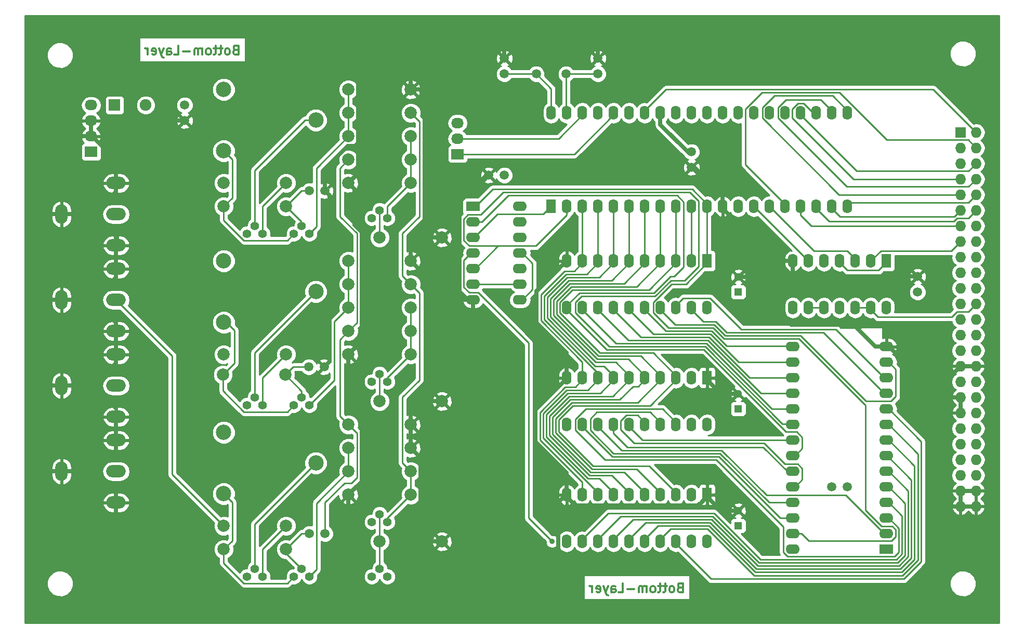
<source format=gbr>
%TF.FileFunction,Copper,L2,Bot,Signal*%
%FSLAX46Y46*%
G04 Gerber Fmt 4.6, Leading zero omitted, Abs format (unit mm)*
G04 Created by KiCad (PCBNEW (2014-09-16 BZR 5139)-product) date 07/04/2015 09:58:02*
%MOMM*%
G01*
G04 APERTURE LIST*
%ADD10C,0.100000*%
%ADD11C,0.300000*%
%ADD12R,1.574800X2.286000*%
%ADD13O,1.574800X2.286000*%
%ADD14C,1.998980*%
%ADD15R,2.286000X1.574800*%
%ADD16O,2.286000X1.574800*%
%ADD17R,1.727200X1.727200*%
%ADD18O,1.727200X1.727200*%
%ADD19C,1.501140*%
%ADD20R,2.032000X1.727200*%
%ADD21O,2.032000X1.727200*%
%ADD22C,1.400000*%
%ADD23R,1.905000X1.905000*%
%ADD24C,1.905000*%
%ADD25C,2.499360*%
%ADD26R,1.300000X1.300000*%
%ADD27C,1.300000*%
%ADD28O,3.197860X1.998980*%
%ADD29O,1.998980X3.197860*%
%ADD30C,0.889000*%
%ADD31C,0.635000*%
%ADD32C,0.254000*%
%ADD33C,1.000000*%
G04 APERTURE END LIST*
D10*
D11*
X97170000Y-51962857D02*
X96955714Y-52034286D01*
X96884286Y-52105714D01*
X96812857Y-52248571D01*
X96812857Y-52462857D01*
X96884286Y-52605714D01*
X96955714Y-52677143D01*
X97098572Y-52748571D01*
X97670000Y-52748571D01*
X97670000Y-51248571D01*
X97170000Y-51248571D01*
X97027143Y-51320000D01*
X96955714Y-51391429D01*
X96884286Y-51534286D01*
X96884286Y-51677143D01*
X96955714Y-51820000D01*
X97027143Y-51891429D01*
X97170000Y-51962857D01*
X97670000Y-51962857D01*
X95955714Y-52748571D02*
X96098572Y-52677143D01*
X96170000Y-52605714D01*
X96241429Y-52462857D01*
X96241429Y-52034286D01*
X96170000Y-51891429D01*
X96098572Y-51820000D01*
X95955714Y-51748571D01*
X95741429Y-51748571D01*
X95598572Y-51820000D01*
X95527143Y-51891429D01*
X95455714Y-52034286D01*
X95455714Y-52462857D01*
X95527143Y-52605714D01*
X95598572Y-52677143D01*
X95741429Y-52748571D01*
X95955714Y-52748571D01*
X95027143Y-51748571D02*
X94455714Y-51748571D01*
X94812857Y-51248571D02*
X94812857Y-52534286D01*
X94741429Y-52677143D01*
X94598571Y-52748571D01*
X94455714Y-52748571D01*
X94170000Y-51748571D02*
X93598571Y-51748571D01*
X93955714Y-51248571D02*
X93955714Y-52534286D01*
X93884286Y-52677143D01*
X93741428Y-52748571D01*
X93598571Y-52748571D01*
X92884285Y-52748571D02*
X93027143Y-52677143D01*
X93098571Y-52605714D01*
X93170000Y-52462857D01*
X93170000Y-52034286D01*
X93098571Y-51891429D01*
X93027143Y-51820000D01*
X92884285Y-51748571D01*
X92670000Y-51748571D01*
X92527143Y-51820000D01*
X92455714Y-51891429D01*
X92384285Y-52034286D01*
X92384285Y-52462857D01*
X92455714Y-52605714D01*
X92527143Y-52677143D01*
X92670000Y-52748571D01*
X92884285Y-52748571D01*
X91741428Y-52748571D02*
X91741428Y-51748571D01*
X91741428Y-51891429D02*
X91670000Y-51820000D01*
X91527142Y-51748571D01*
X91312857Y-51748571D01*
X91170000Y-51820000D01*
X91098571Y-51962857D01*
X91098571Y-52748571D01*
X91098571Y-51962857D02*
X91027142Y-51820000D01*
X90884285Y-51748571D01*
X90670000Y-51748571D01*
X90527142Y-51820000D01*
X90455714Y-51962857D01*
X90455714Y-52748571D01*
X89741428Y-52177143D02*
X88598571Y-52177143D01*
X87169999Y-52748571D02*
X87884285Y-52748571D01*
X87884285Y-51248571D01*
X86027142Y-52748571D02*
X86027142Y-51962857D01*
X86098571Y-51820000D01*
X86241428Y-51748571D01*
X86527142Y-51748571D01*
X86669999Y-51820000D01*
X86027142Y-52677143D02*
X86169999Y-52748571D01*
X86527142Y-52748571D01*
X86669999Y-52677143D01*
X86741428Y-52534286D01*
X86741428Y-52391429D01*
X86669999Y-52248571D01*
X86527142Y-52177143D01*
X86169999Y-52177143D01*
X86027142Y-52105714D01*
X85455713Y-51748571D02*
X85098570Y-52748571D01*
X84741428Y-51748571D02*
X85098570Y-52748571D01*
X85241428Y-53105714D01*
X85312856Y-53177143D01*
X85455713Y-53248571D01*
X83598571Y-52677143D02*
X83741428Y-52748571D01*
X84027142Y-52748571D01*
X84169999Y-52677143D01*
X84241428Y-52534286D01*
X84241428Y-51962857D01*
X84169999Y-51820000D01*
X84027142Y-51748571D01*
X83741428Y-51748571D01*
X83598571Y-51820000D01*
X83527142Y-51962857D01*
X83527142Y-52105714D01*
X84241428Y-52248571D01*
X82884285Y-52748571D02*
X82884285Y-51748571D01*
X82884285Y-52034286D02*
X82812857Y-51891429D01*
X82741428Y-51820000D01*
X82598571Y-51748571D01*
X82455714Y-51748571D01*
X169560000Y-139592857D02*
X169345714Y-139664286D01*
X169274286Y-139735714D01*
X169202857Y-139878571D01*
X169202857Y-140092857D01*
X169274286Y-140235714D01*
X169345714Y-140307143D01*
X169488572Y-140378571D01*
X170060000Y-140378571D01*
X170060000Y-138878571D01*
X169560000Y-138878571D01*
X169417143Y-138950000D01*
X169345714Y-139021429D01*
X169274286Y-139164286D01*
X169274286Y-139307143D01*
X169345714Y-139450000D01*
X169417143Y-139521429D01*
X169560000Y-139592857D01*
X170060000Y-139592857D01*
X168345714Y-140378571D02*
X168488572Y-140307143D01*
X168560000Y-140235714D01*
X168631429Y-140092857D01*
X168631429Y-139664286D01*
X168560000Y-139521429D01*
X168488572Y-139450000D01*
X168345714Y-139378571D01*
X168131429Y-139378571D01*
X167988572Y-139450000D01*
X167917143Y-139521429D01*
X167845714Y-139664286D01*
X167845714Y-140092857D01*
X167917143Y-140235714D01*
X167988572Y-140307143D01*
X168131429Y-140378571D01*
X168345714Y-140378571D01*
X167417143Y-139378571D02*
X166845714Y-139378571D01*
X167202857Y-138878571D02*
X167202857Y-140164286D01*
X167131429Y-140307143D01*
X166988571Y-140378571D01*
X166845714Y-140378571D01*
X166560000Y-139378571D02*
X165988571Y-139378571D01*
X166345714Y-138878571D02*
X166345714Y-140164286D01*
X166274286Y-140307143D01*
X166131428Y-140378571D01*
X165988571Y-140378571D01*
X165274285Y-140378571D02*
X165417143Y-140307143D01*
X165488571Y-140235714D01*
X165560000Y-140092857D01*
X165560000Y-139664286D01*
X165488571Y-139521429D01*
X165417143Y-139450000D01*
X165274285Y-139378571D01*
X165060000Y-139378571D01*
X164917143Y-139450000D01*
X164845714Y-139521429D01*
X164774285Y-139664286D01*
X164774285Y-140092857D01*
X164845714Y-140235714D01*
X164917143Y-140307143D01*
X165060000Y-140378571D01*
X165274285Y-140378571D01*
X164131428Y-140378571D02*
X164131428Y-139378571D01*
X164131428Y-139521429D02*
X164060000Y-139450000D01*
X163917142Y-139378571D01*
X163702857Y-139378571D01*
X163560000Y-139450000D01*
X163488571Y-139592857D01*
X163488571Y-140378571D01*
X163488571Y-139592857D02*
X163417142Y-139450000D01*
X163274285Y-139378571D01*
X163060000Y-139378571D01*
X162917142Y-139450000D01*
X162845714Y-139592857D01*
X162845714Y-140378571D01*
X162131428Y-139807143D02*
X160988571Y-139807143D01*
X159559999Y-140378571D02*
X160274285Y-140378571D01*
X160274285Y-138878571D01*
X158417142Y-140378571D02*
X158417142Y-139592857D01*
X158488571Y-139450000D01*
X158631428Y-139378571D01*
X158917142Y-139378571D01*
X159059999Y-139450000D01*
X158417142Y-140307143D02*
X158559999Y-140378571D01*
X158917142Y-140378571D01*
X159059999Y-140307143D01*
X159131428Y-140164286D01*
X159131428Y-140021429D01*
X159059999Y-139878571D01*
X158917142Y-139807143D01*
X158559999Y-139807143D01*
X158417142Y-139735714D01*
X157845713Y-139378571D02*
X157488570Y-140378571D01*
X157131428Y-139378571D02*
X157488570Y-140378571D01*
X157631428Y-140735714D01*
X157702856Y-140807143D01*
X157845713Y-140878571D01*
X155988571Y-140307143D02*
X156131428Y-140378571D01*
X156417142Y-140378571D01*
X156559999Y-140307143D01*
X156631428Y-140164286D01*
X156631428Y-139592857D01*
X156559999Y-139450000D01*
X156417142Y-139378571D01*
X156131428Y-139378571D01*
X155988571Y-139450000D01*
X155917142Y-139592857D01*
X155917142Y-139735714D01*
X156631428Y-139878571D01*
X155274285Y-140378571D02*
X155274285Y-139378571D01*
X155274285Y-139664286D02*
X155202857Y-139521429D01*
X155131428Y-139450000D01*
X154988571Y-139378571D01*
X154845714Y-139378571D01*
D12*
X173990000Y-124460000D03*
D13*
X171450000Y-124460000D03*
X168910000Y-124460000D03*
X166370000Y-124460000D03*
X163830000Y-124460000D03*
X161290000Y-124460000D03*
X158750000Y-124460000D03*
X156210000Y-124460000D03*
X153670000Y-124460000D03*
X151130000Y-124460000D03*
X151130000Y-132080000D03*
X153670000Y-132080000D03*
X156210000Y-132080000D03*
X158750000Y-132080000D03*
X161290000Y-132080000D03*
X163830000Y-132080000D03*
X166370000Y-132080000D03*
X168910000Y-132080000D03*
X171450000Y-132080000D03*
X173990000Y-132080000D03*
D14*
X115570000Y-69850000D03*
X125730000Y-69850000D03*
D12*
X148590000Y-77470000D03*
D13*
X151130000Y-77470000D03*
X153670000Y-77470000D03*
X156210000Y-77470000D03*
X158750000Y-77470000D03*
X161290000Y-77470000D03*
X163830000Y-77470000D03*
X166370000Y-77470000D03*
X168910000Y-77470000D03*
X171450000Y-77470000D03*
X173990000Y-77470000D03*
X176530000Y-77470000D03*
X179070000Y-77470000D03*
X181610000Y-77470000D03*
X184150000Y-77470000D03*
X186690000Y-77470000D03*
X189230000Y-77470000D03*
X191770000Y-77470000D03*
X194310000Y-77470000D03*
X196850000Y-77470000D03*
X196850000Y-62230000D03*
X194310000Y-62230000D03*
X191770000Y-62230000D03*
X189230000Y-62230000D03*
X186690000Y-62230000D03*
X184150000Y-62230000D03*
X181610000Y-62230000D03*
X179070000Y-62230000D03*
X176530000Y-62230000D03*
X173990000Y-62230000D03*
X171450000Y-62230000D03*
X168910000Y-62230000D03*
X166370000Y-62230000D03*
X163830000Y-62230000D03*
X161290000Y-62230000D03*
X158750000Y-62230000D03*
X156210000Y-62230000D03*
X153670000Y-62230000D03*
X151130000Y-62230000D03*
X148590000Y-62230000D03*
D15*
X203200000Y-133350000D03*
D16*
X203200000Y-130810000D03*
X203200000Y-128270000D03*
X203200000Y-125730000D03*
X203200000Y-123190000D03*
X203200000Y-120650000D03*
X203200000Y-118110000D03*
X203200000Y-115570000D03*
X203200000Y-113030000D03*
X203200000Y-110490000D03*
X203200000Y-107950000D03*
X203200000Y-105410000D03*
X203200000Y-102870000D03*
X203200000Y-100330000D03*
X187960000Y-100330000D03*
X187960000Y-102870000D03*
X187960000Y-105410000D03*
X187960000Y-107950000D03*
X187960000Y-110490000D03*
X187960000Y-113030000D03*
X187960000Y-115570000D03*
X187960000Y-118110000D03*
X187960000Y-120650000D03*
X187960000Y-123190000D03*
X187960000Y-125730000D03*
X187960000Y-128270000D03*
X187960000Y-130810000D03*
X187960000Y-133350000D03*
D15*
X135890000Y-77470000D03*
D16*
X135890000Y-80010000D03*
X135890000Y-82550000D03*
X135890000Y-85090000D03*
X135890000Y-87630000D03*
X135890000Y-90170000D03*
X135890000Y-92710000D03*
X143510000Y-92710000D03*
X143510000Y-90170000D03*
X143510000Y-87630000D03*
X143510000Y-85090000D03*
X143510000Y-82550000D03*
X143510000Y-80010000D03*
X143510000Y-77470000D03*
D17*
X215265000Y-65405000D03*
D18*
X217805000Y-65405000D03*
X215265000Y-67945000D03*
X217805000Y-67945000D03*
X215265000Y-70485000D03*
X217805000Y-70485000D03*
X215265000Y-73025000D03*
X217805000Y-73025000D03*
X215265000Y-75565000D03*
X217805000Y-75565000D03*
X215265000Y-78105000D03*
X217805000Y-78105000D03*
X215265000Y-80645000D03*
X217805000Y-80645000D03*
X215265000Y-83185000D03*
X217805000Y-83185000D03*
X215265000Y-85725000D03*
X217805000Y-85725000D03*
X215265000Y-88265000D03*
X217805000Y-88265000D03*
X215265000Y-90805000D03*
X217805000Y-90805000D03*
X215265000Y-93345000D03*
X217805000Y-93345000D03*
X215265000Y-95885000D03*
X217805000Y-95885000D03*
X215265000Y-98425000D03*
X217805000Y-98425000D03*
X215265000Y-100965000D03*
X217805000Y-100965000D03*
X215265000Y-103505000D03*
X217805000Y-103505000D03*
X215265000Y-106045000D03*
X217805000Y-106045000D03*
X215265000Y-108585000D03*
X217805000Y-108585000D03*
X215265000Y-111125000D03*
X217805000Y-111125000D03*
X215265000Y-113665000D03*
X217805000Y-113665000D03*
X215265000Y-116205000D03*
X217805000Y-116205000D03*
X215265000Y-118745000D03*
X217805000Y-118745000D03*
X215265000Y-121285000D03*
X217805000Y-121285000D03*
X215265000Y-123825000D03*
X217805000Y-123825000D03*
X215265000Y-126365000D03*
X217805000Y-126365000D03*
D19*
X156210000Y-53340000D03*
X156210000Y-55880000D03*
X140970000Y-53340000D03*
X140970000Y-55880000D03*
X171450000Y-68580000D03*
X171450000Y-71120000D03*
X194310000Y-123190000D03*
X196850000Y-123190000D03*
X140970000Y-72390000D03*
X138430000Y-72390000D03*
X208280000Y-91440000D03*
X208280000Y-88900000D03*
X88900000Y-63500000D03*
X88900000Y-60960000D03*
X111760000Y-130810000D03*
X109220000Y-130810000D03*
X111633000Y-103632000D03*
X109093000Y-103632000D03*
X111760000Y-74930000D03*
X109220000Y-74930000D03*
D14*
X120650000Y-132080000D03*
X130810000Y-132080000D03*
X120650000Y-109220000D03*
X130810000Y-109220000D03*
X120650000Y-82550000D03*
X130810000Y-82550000D03*
X115570000Y-124460000D03*
X125730000Y-124460000D03*
X115570000Y-101600000D03*
X125730000Y-101600000D03*
X115570000Y-73660000D03*
X125730000Y-73660000D03*
X115570000Y-97790000D03*
X125730000Y-97790000D03*
X115570000Y-120650000D03*
X125730000Y-120650000D03*
X125730000Y-113030000D03*
X115570000Y-113030000D03*
X115570000Y-90170000D03*
X125730000Y-90170000D03*
X115570000Y-93980000D03*
X125730000Y-93980000D03*
X115570000Y-62230000D03*
X125730000Y-62230000D03*
X115570000Y-66040000D03*
X125730000Y-66040000D03*
X125730000Y-86360000D03*
X115570000Y-86360000D03*
X125730000Y-58420000D03*
X115570000Y-58420000D03*
X95250000Y-133350000D03*
X105410000Y-133350000D03*
X105283000Y-104902000D03*
X95123000Y-104902000D03*
X105410000Y-77470000D03*
X95250000Y-77470000D03*
X125730000Y-116840000D03*
X115570000Y-116840000D03*
D12*
X173990000Y-86360000D03*
D13*
X171450000Y-86360000D03*
X168910000Y-86360000D03*
X166370000Y-86360000D03*
X163830000Y-86360000D03*
X161290000Y-86360000D03*
X158750000Y-86360000D03*
X156210000Y-86360000D03*
X153670000Y-86360000D03*
X151130000Y-86360000D03*
X151130000Y-93980000D03*
X153670000Y-93980000D03*
X156210000Y-93980000D03*
X158750000Y-93980000D03*
X161290000Y-93980000D03*
X163830000Y-93980000D03*
X166370000Y-93980000D03*
X168910000Y-93980000D03*
X171450000Y-93980000D03*
X173990000Y-93980000D03*
D12*
X173990000Y-105410000D03*
D13*
X171450000Y-105410000D03*
X168910000Y-105410000D03*
X166370000Y-105410000D03*
X163830000Y-105410000D03*
X161290000Y-105410000D03*
X158750000Y-105410000D03*
X156210000Y-105410000D03*
X153670000Y-105410000D03*
X151130000Y-105410000D03*
X151130000Y-113030000D03*
X153670000Y-113030000D03*
X156210000Y-113030000D03*
X158750000Y-113030000D03*
X161290000Y-113030000D03*
X163830000Y-113030000D03*
X166370000Y-113030000D03*
X168910000Y-113030000D03*
X171450000Y-113030000D03*
X173990000Y-113030000D03*
D12*
X203200000Y-86360000D03*
D13*
X200660000Y-86360000D03*
X198120000Y-86360000D03*
X195580000Y-86360000D03*
X193040000Y-86360000D03*
X190500000Y-86360000D03*
X187960000Y-86360000D03*
X187960000Y-93980000D03*
X190500000Y-93980000D03*
X193040000Y-93980000D03*
X195580000Y-93980000D03*
X198120000Y-93980000D03*
X200660000Y-93980000D03*
X203200000Y-93980000D03*
D14*
X95250000Y-129540000D03*
X105410000Y-129540000D03*
X95250000Y-101600000D03*
X105410000Y-101600000D03*
X95250000Y-73660000D03*
X105410000Y-73660000D03*
D20*
X73660000Y-68580000D03*
D21*
X73660000Y-66040000D03*
X73660000Y-63500000D03*
X73660000Y-60960000D03*
D22*
X106680000Y-137795000D03*
X107950000Y-136525000D03*
X109220000Y-137795000D03*
D23*
X77470000Y-60960000D03*
D24*
X82550000Y-60960000D03*
D20*
X133350000Y-68961000D03*
D21*
X133350000Y-66421000D03*
X133350000Y-63881000D03*
D22*
X119380000Y-128905000D03*
X120650000Y-127635000D03*
X121920000Y-128905000D03*
X119380000Y-106045000D03*
X120650000Y-104775000D03*
X121920000Y-106045000D03*
X119380000Y-79375000D03*
X120650000Y-78105000D03*
X121920000Y-79375000D03*
X106680000Y-109855000D03*
X107950000Y-108585000D03*
X109220000Y-109855000D03*
X106680000Y-81915000D03*
X107950000Y-80645000D03*
X109220000Y-81915000D03*
X99060000Y-137795000D03*
X100330000Y-136525000D03*
X101600000Y-137795000D03*
X99060000Y-109855000D03*
X100330000Y-108585000D03*
X101600000Y-109855000D03*
X99060000Y-81915000D03*
X100330000Y-80645000D03*
X101600000Y-81915000D03*
X119380000Y-137795000D03*
X120650000Y-136525000D03*
X121920000Y-137795000D03*
D25*
X110251240Y-91361260D03*
X95250000Y-96362520D03*
X95250000Y-86360000D03*
X110251240Y-63421260D03*
X95250000Y-68422520D03*
X95250000Y-58420000D03*
X110251240Y-119301260D03*
X95250000Y-124302520D03*
X95250000Y-114300000D03*
D26*
X179070000Y-110490000D03*
D27*
X179070000Y-107990000D03*
D26*
X179070000Y-129540000D03*
D27*
X179070000Y-127040000D03*
D26*
X179070000Y-91440000D03*
D27*
X179070000Y-88940000D03*
D19*
X151030940Y-55880000D03*
X146149060Y-55880000D03*
D28*
X77724000Y-111760000D03*
D29*
X68834000Y-106680000D03*
D28*
X77724000Y-101600000D03*
X77724000Y-106680000D03*
X77724000Y-125730000D03*
D29*
X68834000Y-120650000D03*
D28*
X77724000Y-115570000D03*
X77724000Y-120650000D03*
X77724000Y-97790000D03*
D29*
X68834000Y-92710000D03*
D28*
X77724000Y-87630000D03*
X77724000Y-92710000D03*
X77724000Y-83820000D03*
D29*
X68834000Y-78740000D03*
D28*
X77724000Y-73660000D03*
X77724000Y-78740000D03*
D30*
X203200000Y-139573000D03*
X148755070Y-132080000D03*
D31*
X171450000Y-71120000D02*
X171958000Y-71120000D01*
X171958000Y-71120000D02*
X176530000Y-75692000D01*
X176530000Y-75692000D02*
X176530000Y-77470000D01*
X203200000Y-143510000D02*
X203200000Y-139573000D01*
X211810600Y-108585000D02*
X211810600Y-126370051D01*
X211810600Y-126370051D02*
X211810600Y-142468600D01*
X215265000Y-126365000D02*
X214043686Y-126365000D01*
X214043686Y-126365000D02*
X214038635Y-126370051D01*
X214038635Y-126370051D02*
X211810600Y-126370051D01*
X215265000Y-103505000D02*
X211810600Y-106959400D01*
X211810600Y-106959400D02*
X211810600Y-108585000D01*
X156210000Y-53340000D02*
X156210000Y-48387000D01*
X140970000Y-53340000D02*
X140970000Y-48260000D01*
X130810000Y-82550000D02*
X127980608Y-82550000D01*
X127980608Y-82550000D02*
X125730000Y-82550000D01*
X128016000Y-59292508D02*
X128016000Y-82514608D01*
X128016000Y-82514608D02*
X127980608Y-82550000D01*
X125730000Y-58420000D02*
X127143492Y-58420000D01*
X127143492Y-58420000D02*
X128016000Y-59292508D01*
X125730000Y-58420000D02*
X125730000Y-48768000D01*
X215265000Y-123825000D02*
X215265000Y-126365000D01*
X215265000Y-126365000D02*
X217805000Y-126365000D01*
X215265000Y-123825000D02*
X217805000Y-123825000D01*
X135890000Y-92710000D02*
X135890000Y-142494000D01*
X128143000Y-88773000D02*
X128143000Y-92706151D01*
X128146849Y-92710000D02*
X128143000Y-92706151D01*
X128143000Y-92706151D02*
X128143000Y-106807000D01*
X135890000Y-92710000D02*
X128146849Y-92710000D01*
X151130000Y-124460000D02*
X151003000Y-124460000D01*
X151003000Y-124460000D02*
X149771090Y-125691910D01*
X149771090Y-125691910D02*
X149771090Y-142532090D01*
X215265000Y-111125000D02*
X215265000Y-108585000D01*
X215265000Y-103505000D02*
X217805000Y-103505000D01*
X179070000Y-127040000D02*
X176214400Y-127040000D01*
X176214400Y-127040000D02*
X173990000Y-124815600D01*
X173990000Y-124815600D02*
X173990000Y-124460000D01*
X179070000Y-107990000D02*
X176214400Y-107990000D01*
X176214400Y-107990000D02*
X173990000Y-105765600D01*
X173990000Y-105765600D02*
X173990000Y-105410000D01*
X187437965Y-88660035D02*
X187960000Y-88138000D01*
X179070000Y-88940000D02*
X187158000Y-88940000D01*
X187158000Y-88940000D02*
X187437965Y-88660035D01*
X68834000Y-106680000D02*
X64643000Y-106680000D01*
X68834000Y-106680000D02*
X74024490Y-106680000D01*
X68834000Y-120650000D02*
X64516000Y-120650000D01*
X68834000Y-92710000D02*
X64643000Y-92710000D01*
X68834000Y-92710000D02*
X74024490Y-92710000D01*
X68834000Y-78740000D02*
X64770000Y-78740000D01*
X68834000Y-78740000D02*
X74024490Y-78740000D01*
X77724000Y-101346000D02*
X77724000Y-102980490D01*
X77724000Y-98044000D02*
X77724000Y-101346000D01*
X77724000Y-96409510D02*
X77724000Y-98044000D01*
X77724000Y-82677000D02*
X77724000Y-89010490D01*
X77724000Y-89010490D02*
X74024490Y-92710000D01*
X77851000Y-82550000D02*
X77724000Y-82677000D01*
X77724000Y-82677000D02*
X77724000Y-87376000D01*
X77851000Y-82550000D02*
X77851000Y-83947000D01*
X77851000Y-83947000D02*
X77724000Y-84074000D01*
X77851000Y-82550000D02*
X74041000Y-78740000D01*
X74041000Y-78740000D02*
X74024490Y-78740000D01*
X77724000Y-73406000D02*
X77724000Y-75040490D01*
X133667480Y-91376480D02*
X135001000Y-92710000D01*
X135001000Y-92710000D02*
X135890000Y-92710000D01*
X138430000Y-72390000D02*
X138049000Y-72390000D01*
X138049000Y-72390000D02*
X133667480Y-76771520D01*
X133667480Y-76771520D02*
X133667480Y-91376480D01*
X128143000Y-106807000D02*
X125730000Y-109220000D01*
X146050000Y-110617000D02*
X146050000Y-115824000D01*
X151130000Y-105537000D02*
X146050000Y-110617000D01*
X151130000Y-105410000D02*
X151130000Y-105537000D01*
X146050000Y-115824000D02*
X151130000Y-120904000D01*
X151130000Y-120904000D02*
X151130000Y-124460000D01*
X151130000Y-105410000D02*
X151130000Y-101286427D01*
X146215026Y-91274974D02*
X151130000Y-86360000D01*
X151130000Y-101286427D02*
X146215026Y-96371453D01*
X146215026Y-96371453D02*
X146215026Y-91274974D01*
X173990000Y-124815600D02*
X172567600Y-126238000D01*
X172567600Y-126238000D02*
X152552400Y-126238000D01*
X152552400Y-126238000D02*
X151130000Y-124815600D01*
X151130000Y-124815600D02*
X151130000Y-124460000D01*
X176530000Y-77470000D02*
X176530000Y-77825600D01*
X176530000Y-77825600D02*
X185064400Y-86360000D01*
X185064400Y-86360000D02*
X187960000Y-86360000D01*
X203200000Y-100330000D02*
X203555600Y-100330000D01*
X203555600Y-100330000D02*
X211810600Y-108585000D01*
X211810600Y-108585000D02*
X215265000Y-108585000D01*
X111760000Y-74930000D02*
X112510569Y-75680569D01*
X112510569Y-75680569D02*
X112510569Y-102754431D01*
X112510569Y-102754431D02*
X111633000Y-103632000D01*
X117140991Y-72089009D02*
X117140991Y-67525199D01*
X117140991Y-67525199D02*
X117140991Y-48594009D01*
X111760000Y-74930000D02*
X111760000Y-71334932D01*
X111760000Y-71334932D02*
X115483941Y-67610991D01*
X115483941Y-67610991D02*
X117055199Y-67610991D01*
X117055199Y-67610991D02*
X117140991Y-67525199D01*
X88900000Y-63500000D02*
X84175600Y-63500000D01*
X84175600Y-63500000D02*
X77724000Y-69951600D01*
X125730000Y-116840000D02*
X127300991Y-118410991D01*
X127300991Y-118410991D02*
X127300991Y-126699009D01*
X127300991Y-126699009D02*
X125730000Y-128270000D01*
X117729000Y-106275822D02*
X117729000Y-122301000D01*
X117729000Y-122301000D02*
X115570000Y-124460000D01*
X115570000Y-101600000D02*
X115570000Y-104116822D01*
X115570000Y-104116822D02*
X117729000Y-106275822D01*
X117729000Y-81661000D02*
X117729000Y-99441000D01*
X117729000Y-99441000D02*
X115570000Y-101600000D01*
X116569489Y-80501489D02*
X117729000Y-81661000D01*
X115570000Y-73660000D02*
X116569489Y-74659489D01*
X116569489Y-74659489D02*
X116569489Y-80501489D01*
X125730000Y-86360000D02*
X128143000Y-88773000D01*
X125730000Y-113030000D02*
X125730000Y-116840000D01*
X125730000Y-109220000D02*
X125730000Y-113030000D01*
X125730000Y-82550000D02*
X125730000Y-86360000D01*
X74024490Y-106680000D02*
X77724000Y-102980490D01*
X77724000Y-69951600D02*
X77724000Y-75040490D01*
X77724000Y-75040490D02*
X74024490Y-78740000D01*
X73660000Y-66040000D02*
X73812400Y-66040000D01*
X73812400Y-66040000D02*
X77724000Y-69951600D01*
X115570000Y-73660000D02*
X117140991Y-72089009D01*
X73660000Y-63500000D02*
X73660000Y-66040000D01*
X77724000Y-96409510D02*
X74024490Y-92710000D01*
X73660000Y-66040000D02*
X65151000Y-66040000D01*
X187960000Y-88138000D02*
X187960000Y-86360000D01*
X130810000Y-109220000D02*
X125730000Y-109220000D01*
X125736351Y-132080000D02*
X125730000Y-132073649D01*
X130810000Y-132080000D02*
X125736351Y-132080000D01*
X125730000Y-132073649D02*
X125730000Y-143002000D01*
X125730000Y-128270000D02*
X125730000Y-132073649D01*
X115570000Y-124460000D02*
X115570000Y-142494000D01*
X203200000Y-100330000D02*
X201422000Y-100330000D01*
X201422000Y-100330000D02*
X197802530Y-96710530D01*
X197802530Y-96710530D02*
X187642530Y-96710530D01*
X187642530Y-96710530D02*
X186055000Y-95123000D01*
X186055000Y-95123000D02*
X186055000Y-90043000D01*
X186055000Y-90043000D02*
X187437965Y-88660035D01*
X187198000Y-88900000D02*
X187158000Y-88940000D01*
X208280000Y-88900000D02*
X187198000Y-88900000D01*
X74024490Y-106680000D02*
X77724000Y-110379510D01*
X77724000Y-125984000D02*
X77724000Y-142621000D01*
X68707000Y-120650000D02*
X68834000Y-120650000D01*
X74278490Y-120650000D02*
X68707000Y-120650000D01*
X77724000Y-117204490D02*
X74278490Y-120650000D01*
X77724000Y-115570000D02*
X77724000Y-117204490D01*
X77724000Y-124095510D02*
X74278490Y-120650000D01*
X77724000Y-125730000D02*
X77724000Y-124095510D01*
X77724000Y-115570000D02*
X77724000Y-111760000D01*
X166370000Y-62230000D02*
X166370000Y-64135000D01*
X166370000Y-64135000D02*
X170815000Y-68580000D01*
X170815000Y-68580000D02*
X171450000Y-68580000D01*
D32*
X203200000Y-93980000D02*
X203200000Y-94335600D01*
X163830000Y-61874400D02*
X163830000Y-62230000D01*
X217805000Y-65405000D02*
X210819980Y-58419980D01*
X210819980Y-58419980D02*
X167284420Y-58419980D01*
X167284420Y-58419980D02*
X163830000Y-61874400D01*
X192809245Y-93980000D02*
X193040000Y-93980000D01*
X200660000Y-85725000D02*
X200660000Y-86360000D01*
X193040000Y-93980000D02*
X190500000Y-93980000D01*
X193167000Y-93980000D02*
X193040000Y-93980000D01*
X193395600Y-93980000D02*
X193040000Y-93980000D01*
X193040000Y-93980000D02*
X193040000Y-94335600D01*
X200660000Y-86360000D02*
X200660000Y-86004400D01*
X213741000Y-84709000D02*
X215265000Y-83185000D01*
X202311000Y-84709000D02*
X213741000Y-84709000D01*
X200660000Y-86360000D02*
X202311000Y-84709000D01*
X217805000Y-67945000D02*
X216509601Y-66649601D01*
X216509601Y-66649601D02*
X203277582Y-66649601D01*
X203277582Y-66649601D02*
X195555971Y-58927990D01*
X180238410Y-70662810D02*
X186690000Y-77114400D01*
X182904029Y-58927990D02*
X180238410Y-61593609D01*
X186690000Y-77114400D02*
X186690000Y-77470000D01*
X180238410Y-61593609D02*
X180238410Y-70662810D01*
X195555971Y-58927990D02*
X182904029Y-58927990D01*
X151030940Y-55880000D02*
X151030940Y-62130940D01*
X151030940Y-62130940D02*
X151130000Y-62230000D01*
X151030940Y-55880000D02*
X151130000Y-55979060D01*
X156210000Y-55880000D02*
X151030940Y-55880000D01*
X151130000Y-62230000D02*
X151130000Y-61874400D01*
X148590000Y-62230000D02*
X148590000Y-58320940D01*
X148590000Y-58320940D02*
X146149060Y-55880000D01*
X140970000Y-55880000D02*
X146149060Y-55880000D01*
X146149060Y-55880000D02*
X146177000Y-55880000D01*
X111760000Y-130810000D02*
X111760000Y-125730000D01*
X111760000Y-125730000D02*
X114935000Y-122555000D01*
X114935000Y-122555000D02*
X116078000Y-122555000D01*
X116078000Y-122555000D02*
X116950491Y-121682509D01*
X116950491Y-121682509D02*
X116950491Y-114410491D01*
X116950491Y-114410491D02*
X115570000Y-113030000D01*
X115570000Y-97790000D02*
X114173000Y-99187000D01*
X114173000Y-99187000D02*
X114173000Y-111633000D01*
X114173000Y-111633000D02*
X115570000Y-113030000D01*
X115570000Y-69850000D02*
X114189509Y-71230491D01*
X114189509Y-71230491D02*
X114189509Y-79126381D01*
X114189509Y-79126381D02*
X116950491Y-81887363D01*
X116950491Y-81887363D02*
X116950491Y-96409509D01*
X116950491Y-96409509D02*
X115570000Y-97790000D01*
X107950000Y-136525000D02*
X105410000Y-133985000D01*
X105410000Y-133985000D02*
X105410000Y-133350000D01*
X109220000Y-130810000D02*
X107950000Y-130810000D01*
X107950000Y-130810000D02*
X105410000Y-133350000D01*
X105283000Y-104902000D02*
X107950000Y-107569000D01*
X107950000Y-107569000D02*
X107950000Y-108585000D01*
X106553000Y-103632000D02*
X105283000Y-104902000D01*
X109093000Y-103632000D02*
X106553000Y-103632000D01*
X105410000Y-77470000D02*
X107950000Y-80010000D01*
X107950000Y-80010000D02*
X107950000Y-80645000D01*
X105410000Y-77470000D02*
X107950000Y-74930000D01*
X107950000Y-74930000D02*
X109220000Y-74930000D01*
X189230000Y-62585600D02*
X189230000Y-62230000D01*
X217805000Y-70485000D02*
X216560399Y-71729601D01*
X198374001Y-71729601D02*
X189230000Y-62585600D01*
X216560399Y-71729601D02*
X198374001Y-71729601D01*
X188746029Y-60705990D02*
X187858410Y-61593609D01*
X197813839Y-73025000D02*
X215265000Y-73025000D01*
X187858410Y-63069571D02*
X197813839Y-73025000D01*
X191770000Y-62230000D02*
X191237981Y-62230000D01*
X187858410Y-61593609D02*
X187858410Y-63069571D01*
X191237981Y-62230000D02*
X189713971Y-60705990D01*
X189713971Y-60705990D02*
X188746029Y-60705990D01*
X194310000Y-62230000D02*
X194310000Y-61874400D01*
X194310000Y-61874400D02*
X192506600Y-60071000D01*
X216560399Y-74269601D02*
X217805000Y-73025000D01*
X196721620Y-74269601D02*
X216560399Y-74269601D01*
X185521590Y-63069571D02*
X196721620Y-74269601D01*
X185521590Y-61390429D02*
X185521590Y-63069571D01*
X186841019Y-60071000D02*
X185521590Y-61390429D01*
X192506600Y-60071000D02*
X186841019Y-60071000D01*
X196850000Y-61874400D02*
X196850000Y-62230000D01*
X196850000Y-61874400D02*
X194411600Y-59436000D01*
X195477019Y-75565000D02*
X215265000Y-75565000D01*
X182981590Y-63069571D02*
X195477019Y-75565000D01*
X182981590Y-61390429D02*
X182981590Y-63069571D01*
X184936019Y-59436000D02*
X182981590Y-61390429D01*
X194411600Y-59436000D02*
X184936019Y-59436000D01*
X216509601Y-76860399D02*
X217805000Y-75565000D01*
X197459601Y-76860399D02*
X216509601Y-76860399D01*
X196850000Y-77470000D02*
X197459601Y-76860399D01*
X194310000Y-77470000D02*
X194310000Y-77825600D01*
X194310000Y-77825600D02*
X195605400Y-79121000D01*
X195605400Y-79121000D02*
X214249000Y-79121000D01*
X214249000Y-79121000D02*
X215265000Y-78105000D01*
X217805000Y-78105000D02*
X216509601Y-79400399D01*
X216509601Y-79400399D02*
X214688035Y-79400399D01*
X214688035Y-79400399D02*
X214205434Y-79883000D01*
X214205434Y-79883000D02*
X193827400Y-79883000D01*
X193827400Y-79883000D02*
X191770000Y-77825600D01*
X191770000Y-77825600D02*
X191770000Y-77470000D01*
X191008000Y-80645000D02*
X215265000Y-80645000D01*
X189230000Y-78867000D02*
X191008000Y-80645000D01*
X189230000Y-77470000D02*
X189230000Y-78867000D01*
X200660000Y-93980000D02*
X200660000Y-94335600D01*
X200660000Y-94335600D02*
X201828410Y-95504010D01*
X201828410Y-95504010D02*
X213803980Y-95504010D01*
X213803980Y-95504010D02*
X214667591Y-94640399D01*
X214667591Y-94640399D02*
X216509601Y-94640399D01*
X216509601Y-94640399D02*
X217805000Y-93345000D01*
X200660000Y-93980000D02*
X198120000Y-93980000D01*
X201192019Y-93980000D02*
X200660000Y-93980000D01*
X158750000Y-62230000D02*
X158750000Y-62585600D01*
X158750000Y-62585600D02*
X152374600Y-68961000D01*
X152374600Y-68961000D02*
X133350000Y-68961000D01*
X120650000Y-136525000D02*
X120650000Y-132080000D01*
X120650000Y-127635000D02*
X120650000Y-132080000D01*
X158750000Y-62611000D02*
X158750000Y-62230000D01*
X125730000Y-120650000D02*
X125730000Y-124460000D01*
X125730000Y-62230000D02*
X127110491Y-63610491D01*
X127110491Y-63610491D02*
X127110491Y-79126381D01*
X127110491Y-79126381D02*
X124349509Y-81887363D01*
X124349509Y-81887363D02*
X124349509Y-88789509D01*
X124349509Y-88789509D02*
X125730000Y-90170000D01*
X125730000Y-120015000D02*
X125730000Y-120650000D01*
X125095000Y-120650000D02*
X125730000Y-120650000D01*
X121920000Y-128270000D02*
X121920000Y-128905000D01*
X125730000Y-124460000D02*
X121920000Y-128270000D01*
X124349509Y-119269509D02*
X125730000Y-120650000D01*
X124349509Y-108557363D02*
X124349509Y-119269509D01*
X127127000Y-105779872D02*
X124349509Y-108557363D01*
X127127000Y-91567000D02*
X127127000Y-105779872D01*
X125730000Y-90170000D02*
X127127000Y-91567000D01*
X133350000Y-66421000D02*
X149834600Y-66421000D01*
X149834600Y-66421000D02*
X153670000Y-62585600D01*
X153670000Y-62585600D02*
X153670000Y-62230000D01*
X133350000Y-66167000D02*
X133604000Y-66421000D01*
X120650000Y-104775000D02*
X120650000Y-109220000D01*
X153670000Y-62484000D02*
X153670000Y-62230000D01*
X125730000Y-101600000D02*
X121920000Y-105410000D01*
X121920000Y-105410000D02*
X121920000Y-106045000D01*
X125730000Y-97790000D02*
X125730000Y-101600000D01*
X125730000Y-93980000D02*
X125730000Y-97790000D01*
X161290000Y-62230000D02*
X161290000Y-61874400D01*
X120650000Y-82550000D02*
X120650000Y-78105000D01*
X161290000Y-62585600D02*
X161290000Y-62230000D01*
X121920000Y-77470000D02*
X125730000Y-73660000D01*
X121920000Y-79375000D02*
X121920000Y-77470000D01*
X125730000Y-66040000D02*
X125730000Y-69850000D01*
X125730000Y-69850000D02*
X125730000Y-73660000D01*
X95123000Y-104902000D02*
X95123000Y-107517882D01*
X95123000Y-107517882D02*
X98541119Y-110936001D01*
X98541119Y-110936001D02*
X105598999Y-110936001D01*
X105598999Y-110936001D02*
X106680000Y-109855000D01*
X95244920Y-95928180D02*
X97011501Y-97694761D01*
X97011501Y-97694761D02*
X97011501Y-103013499D01*
X97011501Y-103013499D02*
X95123000Y-104902000D01*
X109220000Y-109855000D02*
X113284000Y-105791000D01*
X113284000Y-105791000D02*
X113284000Y-96266000D01*
X113284000Y-96266000D02*
X115570000Y-93980000D01*
X115570000Y-90170000D02*
X115570000Y-93980000D01*
X115570000Y-86360000D02*
X115570000Y-90170000D01*
X95250000Y-77470000D02*
X95250000Y-79704882D01*
X95250000Y-79704882D02*
X98541119Y-82996001D01*
X98541119Y-82996001D02*
X105598999Y-82996001D01*
X105598999Y-82996001D02*
X106680000Y-81915000D01*
X95250000Y-77470000D02*
X96630491Y-76089509D01*
X96630491Y-76089509D02*
X96630491Y-69803011D01*
X96630491Y-69803011D02*
X95250000Y-68422520D01*
X115570000Y-66040000D02*
X110351571Y-71258429D01*
X110351571Y-71258429D02*
X110351571Y-80783429D01*
X110351571Y-80783429D02*
X109220000Y-81915000D01*
X115570000Y-58420000D02*
X115570000Y-62230000D01*
X115570000Y-66040000D02*
X115570000Y-62230000D01*
X95250000Y-133350000D02*
X95250000Y-135584882D01*
X95250000Y-135584882D02*
X98541119Y-138876001D01*
X98541119Y-138876001D02*
X105598999Y-138876001D01*
X105598999Y-138876001D02*
X106680000Y-137795000D01*
X95250000Y-124302520D02*
X96630491Y-125683011D01*
X96630491Y-125683011D02*
X96630491Y-131969509D01*
X96630491Y-131969509D02*
X95250000Y-133350000D01*
X115570000Y-120650000D02*
X115570000Y-116840000D01*
X115570000Y-120650000D02*
X110363000Y-125857000D01*
X110363000Y-125857000D02*
X110363000Y-136652000D01*
X110363000Y-136652000D02*
X109220000Y-137795000D01*
X110251240Y-119301260D02*
X100330000Y-129222500D01*
X100330000Y-129222500D02*
X100330000Y-136525000D01*
X105410000Y-129540000D02*
X101600000Y-133350000D01*
X101600000Y-133350000D02*
X101600000Y-137795000D01*
X110251240Y-91361260D02*
X100330000Y-101282500D01*
X100330000Y-101282500D02*
X100330000Y-108585000D01*
X101600000Y-109855000D02*
X101600000Y-105410000D01*
X101600000Y-105410000D02*
X105410000Y-101600000D01*
X110251240Y-63421260D02*
X108483926Y-63421260D01*
X108483926Y-63421260D02*
X100330000Y-71575186D01*
X100330000Y-71575186D02*
X100330000Y-80645000D01*
X105410000Y-73660000D02*
X101600000Y-77470000D01*
X101600000Y-77470000D02*
X101600000Y-81915000D01*
X86868000Y-101854000D02*
X77724000Y-92710000D01*
X86868000Y-121158000D02*
X86868000Y-101854000D01*
X95250000Y-129540000D02*
X86868000Y-121158000D01*
X135890000Y-82550000D02*
X136017000Y-82550000D01*
X136017000Y-82550000D02*
X139827000Y-78740000D01*
X139827000Y-78740000D02*
X147320000Y-78740000D01*
X147320000Y-78740000D02*
X148590000Y-77470000D01*
X146075410Y-83921590D02*
X139954010Y-83921590D01*
X139954010Y-83921590D02*
X136245600Y-87630000D01*
X136245600Y-87630000D02*
X135890000Y-87630000D01*
X151130000Y-77470000D02*
X151130000Y-78867000D01*
X151130000Y-78867000D02*
X146075410Y-83921590D01*
X187960000Y-112903000D02*
X186276528Y-112903000D01*
X186276528Y-112903000D02*
X173703508Y-100329980D01*
X173703508Y-100329980D02*
X158011999Y-100329980D01*
X158011999Y-100329980D02*
X152501590Y-94819571D01*
X152501590Y-94819571D02*
X152501590Y-93140429D01*
X152501590Y-93140429D02*
X153523444Y-92118575D01*
X153523444Y-92118575D02*
X165505010Y-92118575D01*
X165505010Y-92118575D02*
X168088585Y-89535000D01*
X168088585Y-89535000D02*
X170350566Y-89535000D01*
X170350566Y-89535000D02*
X172618410Y-87267156D01*
X172618410Y-87267156D02*
X172618410Y-76630429D01*
X172618410Y-76630429D02*
X171171991Y-75184010D01*
X171171991Y-75184010D02*
X140792193Y-75184010D01*
X140792193Y-75184010D02*
X137134613Y-78841590D01*
X137134613Y-78841590D02*
X135050429Y-78841590D01*
X135050429Y-78841590D02*
X134365990Y-79526029D01*
X134365990Y-79526029D02*
X134365990Y-83033971D01*
X134365990Y-83033971D02*
X135253609Y-83921590D01*
X135253609Y-83921590D02*
X139954010Y-83921590D01*
X153670000Y-122428000D02*
X153670000Y-124460000D01*
X146748510Y-115506510D02*
X153670000Y-122428000D01*
X150875990Y-106934010D02*
X146748510Y-111061490D01*
X153670000Y-105410000D02*
X153670000Y-105765600D01*
X153670000Y-105765600D02*
X152501590Y-106934010D01*
X152501590Y-106934010D02*
X150875990Y-106934010D01*
X146748510Y-111061490D02*
X146748510Y-115506510D01*
X153670000Y-86715600D02*
X153670000Y-86360000D01*
X152374676Y-88010924D02*
X153670000Y-86715600D01*
X150780491Y-88010924D02*
X152374676Y-88010924D01*
X146913530Y-91877885D02*
X150780491Y-88010924D01*
X146913535Y-96082120D02*
X146913530Y-91877885D01*
X153670000Y-102838585D02*
X146913535Y-96082120D01*
X153670000Y-105410000D02*
X153670000Y-102838585D01*
X153670000Y-105410000D02*
X153137981Y-105410000D01*
X153670000Y-86360000D02*
X153670000Y-77470000D01*
X156210000Y-124104400D02*
X156210000Y-124460000D01*
X156210000Y-105765600D02*
X154533580Y-107442020D01*
X147320015Y-115232581D02*
X155150434Y-123063000D01*
X155150434Y-123063000D02*
X155168600Y-123063000D01*
X151086414Y-107442020D02*
X147320015Y-111208419D01*
X155168600Y-123063000D02*
X156210000Y-124104400D01*
X154533580Y-107442020D02*
X151086414Y-107442020D01*
X156210000Y-105410000D02*
X156210000Y-105765600D01*
X147320015Y-111208419D02*
X147320015Y-115232581D01*
X156210000Y-77470000D02*
X156210000Y-86360000D01*
X156210000Y-104660151D02*
X156210000Y-105410000D01*
X147421545Y-95871696D02*
X156210000Y-104660151D01*
X147421540Y-92088309D02*
X147421545Y-95871696D01*
X150990910Y-88518939D02*
X147421540Y-92088309D01*
X154406661Y-88518939D02*
X150990910Y-88518939D01*
X156210000Y-86715600D02*
X154406661Y-88518939D01*
X156210000Y-86360000D02*
X156210000Y-86715600D01*
X158750000Y-77470000D02*
X158750000Y-86004400D01*
X158750000Y-86004400D02*
X158750000Y-86360000D01*
X158750000Y-105410000D02*
X158750000Y-105765600D01*
X156565570Y-107950030D02*
X151296838Y-107950030D01*
X147828028Y-115022160D02*
X154598907Y-121793039D01*
X158750000Y-105765600D02*
X156565570Y-107950030D01*
X156438639Y-121793039D02*
X158750000Y-124104400D01*
X154598907Y-121793039D02*
X156438639Y-121793039D01*
X151296838Y-107950030D02*
X147828025Y-111418843D01*
X158750000Y-124104400D02*
X158750000Y-124460000D01*
X147828025Y-111418843D02*
X147828028Y-115022160D01*
X158750000Y-105054400D02*
X158750000Y-105410000D01*
X157200600Y-103505000D02*
X158750000Y-105054400D01*
X155773283Y-103505000D02*
X157200600Y-103505000D01*
X147929554Y-95661271D02*
X155773283Y-103505000D01*
X147929550Y-92298733D02*
X147929554Y-95661271D01*
X151201335Y-89026948D02*
X147929550Y-92298733D01*
X156438652Y-89026948D02*
X151201335Y-89026948D01*
X158750000Y-86715600D02*
X156438652Y-89026948D01*
X158750000Y-86360000D02*
X158750000Y-86715600D01*
X161290000Y-77470000D02*
X161290000Y-86004400D01*
X161290000Y-86004400D02*
X161290000Y-86360000D01*
X161290000Y-124104400D02*
X161290000Y-124460000D01*
X158470629Y-121285029D02*
X161290000Y-124104400D01*
X154809331Y-121285029D02*
X158470629Y-121285029D01*
X148336038Y-114811736D02*
X154809331Y-121285029D01*
X151507262Y-108458040D02*
X148336035Y-111629267D01*
X158597560Y-108458040D02*
X151507262Y-108458040D01*
X161290000Y-105765600D02*
X158597560Y-108458040D01*
X161290000Y-105410000D02*
X161290000Y-105765600D01*
X148336035Y-111629267D02*
X148336038Y-114811736D01*
X161290000Y-105054400D02*
X161290000Y-105410000D01*
X159105650Y-102870050D02*
X161290000Y-105054400D01*
X155856767Y-102870050D02*
X159105650Y-102870050D01*
X148437563Y-95450846D02*
X155856767Y-102870050D01*
X148437560Y-92509157D02*
X148437563Y-95450846D01*
X151411756Y-89534961D02*
X148437560Y-92509157D01*
X158470639Y-89534961D02*
X151411756Y-89534961D01*
X161290000Y-86715600D02*
X158470639Y-89534961D01*
X161290000Y-86360000D02*
X161290000Y-86715600D01*
X163830000Y-77470000D02*
X163830000Y-86360000D01*
X148844050Y-114601314D02*
X155019755Y-120777019D01*
X148844046Y-111839690D02*
X148844050Y-114601314D01*
X159753799Y-108966050D02*
X151717684Y-108966052D01*
X151717684Y-108966052D02*
X148844046Y-111839690D01*
X161912849Y-106807000D02*
X159753799Y-108966050D01*
X163830000Y-124104400D02*
X163830000Y-124460000D01*
X163830000Y-105410000D02*
X163830000Y-105765600D01*
X160502619Y-120777019D02*
X163830000Y-124104400D01*
X162788600Y-106807000D02*
X161912849Y-106807000D01*
X155019755Y-120777019D02*
X160502619Y-120777019D01*
X163830000Y-105765600D02*
X162788600Y-106807000D01*
X151622181Y-90042970D02*
X148945570Y-92719581D01*
X163830000Y-105054400D02*
X163830000Y-105410000D01*
X161137640Y-102362040D02*
X163830000Y-105054400D01*
X156067191Y-102362040D02*
X161137640Y-102362040D01*
X148945572Y-95240421D02*
X156067191Y-102362040D01*
X148945570Y-92719581D02*
X148945572Y-95240421D01*
X160502630Y-90042970D02*
X151622181Y-90042970D01*
X163830000Y-86715600D02*
X160502630Y-90042970D01*
X163830000Y-86360000D02*
X163830000Y-86715600D01*
X149352060Y-114390890D02*
X155230179Y-120269009D01*
X149352057Y-112050113D02*
X149352060Y-114390890D01*
X151928108Y-109474062D02*
X149352057Y-112050113D01*
X159964330Y-109473953D02*
X159964223Y-109474060D01*
X166370000Y-124104400D02*
X166370000Y-124460000D01*
X155230179Y-120269009D02*
X162534609Y-120269009D01*
X162534609Y-120269009D02*
X166370000Y-124104400D01*
X166370000Y-105765600D02*
X162661647Y-109473953D01*
X166370000Y-105410000D02*
X166370000Y-105765600D01*
X159964223Y-109474060D02*
X151928108Y-109474062D01*
X162661647Y-109473953D02*
X159964330Y-109473953D01*
X166370000Y-86715600D02*
X162534621Y-90550979D01*
X166370000Y-105054400D02*
X166370000Y-105410000D01*
X163169630Y-101854030D02*
X166370000Y-105054400D01*
X156277615Y-101854030D02*
X163169630Y-101854030D01*
X149453581Y-95029996D02*
X156277615Y-101854030D01*
X149453580Y-92930005D02*
X149453581Y-95029996D01*
X162534621Y-90550979D02*
X151832606Y-90550979D01*
X166370000Y-86360000D02*
X166370000Y-86715600D01*
X151832606Y-90550979D02*
X149453580Y-92930005D01*
X166370000Y-77470000D02*
X166370000Y-86360000D01*
X164566599Y-119760999D02*
X168910000Y-124104400D01*
X149860067Y-112260537D02*
X149860070Y-114180466D01*
X160174647Y-109982070D02*
X152138532Y-109982072D01*
X160174754Y-109981963D02*
X160174647Y-109982070D01*
X164693637Y-109981963D02*
X160174754Y-109981963D01*
X168910000Y-105765600D02*
X164693637Y-109981963D01*
X168910000Y-105410000D02*
X168910000Y-105765600D01*
X152138532Y-109982072D02*
X149860067Y-112260537D01*
X149860070Y-114180466D02*
X155440603Y-119760999D01*
X155440603Y-119760999D02*
X164566599Y-119760999D01*
X168910000Y-124104400D02*
X168910000Y-124460000D01*
X165201600Y-101346000D02*
X168910000Y-105054400D01*
X156488019Y-101346000D02*
X165201600Y-101346000D01*
X149961590Y-94819571D02*
X156488019Y-101346000D01*
X149961590Y-93140429D02*
X149961590Y-94819571D01*
X164566614Y-91058986D02*
X152043033Y-91058986D01*
X168910000Y-86360000D02*
X168910000Y-86715600D01*
X168910000Y-105054400D02*
X168910000Y-105410000D01*
X168910000Y-86715600D02*
X164566614Y-91058986D01*
X152043033Y-91058986D02*
X149961590Y-93140429D01*
X168910000Y-77470000D02*
X168910000Y-86360000D01*
X171450000Y-86715600D02*
X171450000Y-86360000D01*
X171450000Y-77470000D02*
X171450000Y-86360000D01*
X190500000Y-86360000D02*
X181610000Y-77470000D01*
X184150000Y-77470000D02*
X191389000Y-84709000D01*
X191389000Y-84709000D02*
X196824600Y-84709000D01*
X196824600Y-84709000D02*
X198120000Y-86004400D01*
X198120000Y-86004400D02*
X198120000Y-86360000D01*
X198120000Y-86715600D02*
X198120000Y-86360000D01*
X153670000Y-93980000D02*
X153670000Y-93624400D01*
X184581962Y-110490000D02*
X187960000Y-110490000D01*
X173913937Y-99821975D02*
X184581962Y-110490000D01*
X153670000Y-93980000D02*
X153670000Y-94335600D01*
X153670000Y-94335600D02*
X159156375Y-99821975D01*
X159156375Y-99821975D02*
X173913937Y-99821975D01*
X156210000Y-93980000D02*
X156210000Y-94335600D01*
X156210000Y-94335600D02*
X161188365Y-99313965D01*
X161188365Y-99313965D02*
X174124361Y-99313965D01*
X174124361Y-99313965D02*
X182760396Y-107950000D01*
X182760396Y-107950000D02*
X187960000Y-107950000D01*
X158750000Y-93980000D02*
X158750000Y-94335600D01*
X158750000Y-94335600D02*
X163220355Y-98805955D01*
X163220355Y-98805955D02*
X174334785Y-98805955D01*
X174334785Y-98805955D02*
X180938830Y-105410000D01*
X180938830Y-105410000D02*
X187960000Y-105410000D01*
X161290000Y-93980000D02*
X161290000Y-94335600D01*
X161290000Y-94335600D02*
X165252345Y-98297945D01*
X165252345Y-98297945D02*
X174545209Y-98297945D01*
X174545209Y-98297945D02*
X179117264Y-102870000D01*
X179117264Y-102870000D02*
X187960000Y-102870000D01*
X176530000Y-62230000D02*
X176530000Y-61874400D01*
X163830000Y-94335600D02*
X163830000Y-93980000D01*
X187960000Y-100203000D02*
X177168698Y-100203000D01*
X177168698Y-100203000D02*
X174755629Y-97789931D01*
X174755629Y-97789931D02*
X167284331Y-97789931D01*
X167284331Y-97789931D02*
X163830000Y-94335600D01*
X166370000Y-93980000D02*
X166370000Y-93624400D01*
X173990000Y-62585600D02*
X173990000Y-62230000D01*
X204724010Y-104038410D02*
X204724010Y-108457990D01*
X199854434Y-109220000D02*
X189186454Y-98552020D01*
X203555600Y-102870000D02*
X204724010Y-104038410D01*
X204724010Y-108457990D02*
X203962000Y-109220000D01*
X203962000Y-109220000D02*
X199854434Y-109220000D01*
X189186454Y-98552020D02*
X176954586Y-98552020D01*
X168808315Y-96773915D02*
X166370000Y-94335600D01*
X166370000Y-94335600D02*
X166370000Y-93980000D01*
X176954586Y-98552020D02*
X175176481Y-96773915D01*
X175176481Y-96773915D02*
X168808315Y-96773915D01*
X203200000Y-102870000D02*
X203555600Y-102870000D01*
X171450000Y-62585600D02*
X171450000Y-62230000D01*
X168910000Y-93980000D02*
X168910000Y-94335600D01*
X171450000Y-61874400D02*
X171450000Y-62230000D01*
X202844400Y-105410000D02*
X203200000Y-105410000D01*
X194970400Y-97536000D02*
X202844400Y-105410000D01*
X179578000Y-97536000D02*
X194970400Y-97536000D01*
X174497990Y-92455990D02*
X179578000Y-97536000D01*
X170078410Y-92455990D02*
X174497990Y-92455990D01*
X168910000Y-93624400D02*
X170078410Y-92455990D01*
X168910000Y-93980000D02*
X168910000Y-93624400D01*
X168910000Y-62230000D02*
X168910000Y-62585600D01*
X202844400Y-107950000D02*
X203200000Y-107950000D01*
X192938410Y-98044010D02*
X202844400Y-107950000D01*
X177165010Y-98044010D02*
X192938410Y-98044010D01*
X175386905Y-96265905D02*
X177165010Y-98044010D01*
X173380305Y-96265905D02*
X175386905Y-96265905D01*
X171450000Y-94335600D02*
X173380305Y-96265905D01*
X171450000Y-93980000D02*
X171450000Y-94335600D01*
X135890000Y-80010000D02*
X135534400Y-80010000D01*
X151130000Y-93980000D02*
X151130000Y-93242019D01*
X187960000Y-118110000D02*
X188315600Y-118110000D01*
X188315600Y-118110000D02*
X189484010Y-116941590D01*
X189484010Y-116941590D02*
X189484010Y-115086029D01*
X189484010Y-115086029D02*
X188596391Y-114198410D01*
X188596391Y-114198410D02*
X186853504Y-114198410D01*
X186853504Y-114198410D02*
X173493084Y-100837990D01*
X173493084Y-100837990D02*
X157632390Y-100837990D01*
X157632390Y-100837990D02*
X151130000Y-94335600D01*
X151130000Y-94335600D02*
X151130000Y-93980000D01*
X151130000Y-93980000D02*
X151130000Y-93624400D01*
X151130000Y-93624400D02*
X153187409Y-91566991D01*
X153187409Y-91566991D02*
X165338160Y-91566991D01*
X165338160Y-91566991D02*
X168005151Y-88900000D01*
X168005151Y-88900000D02*
X168656000Y-88900000D01*
X168656000Y-88900000D02*
X170180000Y-87376000D01*
X170180000Y-87376000D02*
X170180000Y-76732019D01*
X170180000Y-76732019D02*
X169140001Y-75692020D01*
X169140001Y-75692020D02*
X141604980Y-75692020D01*
X141604980Y-75692020D02*
X137287000Y-80010000D01*
X137287000Y-80010000D02*
X135890000Y-80010000D01*
X144907000Y-128231930D02*
X148755070Y-132080000D01*
X144907000Y-99719019D02*
X144907000Y-128231930D01*
X135253609Y-91541590D02*
X136729571Y-91541590D01*
X134365990Y-90653971D02*
X135253609Y-91541590D01*
X134365990Y-86258410D02*
X134365990Y-90653971D01*
X135890000Y-85090000D02*
X135534400Y-85090000D01*
X135534400Y-85090000D02*
X134365990Y-86258410D01*
X136729571Y-91541590D02*
X144907000Y-99719019D01*
X135890000Y-90170000D02*
X143510000Y-90170000D01*
X145542020Y-86766420D02*
X143865600Y-85090000D01*
X145542020Y-91033580D02*
X145542020Y-86766420D01*
X143865600Y-92710000D02*
X145542020Y-91033580D01*
X143510000Y-92710000D02*
X143865600Y-92710000D01*
X143865600Y-85090000D02*
X143510000Y-85090000D01*
X143510000Y-87630000D02*
X143865600Y-87630000D01*
X151130000Y-113385600D02*
X151130000Y-113030000D01*
X153670000Y-113030000D02*
X153670000Y-113385600D01*
X153670000Y-113385600D02*
X158521370Y-118236970D01*
X158521370Y-118236970D02*
X175894970Y-118236970D01*
X175894970Y-118236970D02*
X185928000Y-128270000D01*
X185928000Y-128270000D02*
X187960000Y-128270000D01*
X203200000Y-130810000D02*
X202844400Y-130810000D01*
X202844400Y-130810000D02*
X196595990Y-124561590D01*
X196595990Y-124561590D02*
X183700024Y-124561590D01*
X183700024Y-124561590D02*
X176359384Y-117220950D01*
X176359384Y-117220950D02*
X160045350Y-117220950D01*
X160045350Y-117220950D02*
X156210000Y-113385600D01*
X156210000Y-113385600D02*
X156210000Y-113030000D01*
X187071000Y-120650000D02*
X187960000Y-120650000D01*
X183133940Y-116712940D02*
X187071000Y-120650000D01*
X161035940Y-116712940D02*
X183133940Y-116712940D01*
X158750000Y-114427000D02*
X161035940Y-116712940D01*
X158750000Y-113030000D02*
X158750000Y-114427000D01*
X163474400Y-115570000D02*
X187960000Y-115570000D01*
X161290000Y-113385600D02*
X163474400Y-115570000D01*
X161290000Y-113030000D02*
X161290000Y-113385600D01*
X188315600Y-123190000D02*
X187960000Y-123190000D01*
X189484010Y-122021590D02*
X188315600Y-123190000D01*
X189484010Y-120166029D02*
X189484010Y-122021590D01*
X188799571Y-119481590D02*
X189484010Y-120166029D01*
X186664590Y-119481590D02*
X188799571Y-119481590D01*
X183261010Y-116078010D02*
X186664590Y-119481590D01*
X162126849Y-116078010D02*
X183261010Y-116078010D01*
X159918410Y-113869571D02*
X162126849Y-116078010D01*
X159918410Y-112393609D02*
X159918410Y-113869571D01*
X160806029Y-111505990D02*
X159918410Y-112393609D01*
X162661590Y-111505990D02*
X160806029Y-111505990D01*
X163830000Y-112674400D02*
X162661590Y-111505990D01*
X163830000Y-113030000D02*
X163830000Y-112674400D01*
X166370000Y-112674400D02*
X166370000Y-113030000D01*
X164693580Y-110997980D02*
X166370000Y-112674400D01*
X160595605Y-110997980D02*
X164693580Y-110997980D01*
X160595495Y-110998090D02*
X160595605Y-110997980D01*
X156006548Y-110998090D02*
X160595495Y-110998090D01*
X187960000Y-125730000D02*
X184106434Y-125730000D01*
X154972391Y-112032247D02*
X156006548Y-110998090D01*
X154972391Y-113969557D02*
X154972391Y-112032247D01*
X158731794Y-117728960D02*
X154972391Y-113969557D01*
X176105394Y-117728960D02*
X158731794Y-117728960D01*
X184106434Y-125730000D02*
X176105394Y-117728960D01*
X168910000Y-113030000D02*
X168910000Y-112674400D01*
X168910000Y-112674400D02*
X166725570Y-110489970D01*
X166725570Y-110489970D02*
X160385181Y-110489970D01*
X160385181Y-110489970D02*
X160385071Y-110490080D01*
X160385071Y-110490080D02*
X154201939Y-110490080D01*
X154201939Y-110490080D02*
X152501590Y-112190429D01*
X152501590Y-112190429D02*
X152501590Y-113900986D01*
X152501590Y-113900986D02*
X157345587Y-118744983D01*
X157345587Y-118744983D02*
X175513983Y-118744983D01*
X175513983Y-118744983D02*
X186435990Y-129666990D01*
X186435990Y-129666990D02*
X186435990Y-133833971D01*
X186435990Y-133833971D02*
X187120420Y-134518401D01*
X187120420Y-134518401D02*
X204535429Y-134518401D01*
X205232016Y-133821814D02*
X205232016Y-129946416D01*
X204535429Y-134518401D02*
X205232016Y-133821814D01*
X205232016Y-129946416D02*
X203555600Y-128270000D01*
X203555600Y-128270000D02*
X203200000Y-128270000D01*
X203327000Y-128143000D02*
X203200000Y-128270000D01*
X175132934Y-127507934D02*
X157886466Y-127507934D01*
X203200000Y-125730000D02*
X203555600Y-125730000D01*
X203555600Y-125730000D02*
X205740026Y-127914426D01*
X205740026Y-127914426D02*
X205740026Y-134119370D01*
X205740026Y-134119370D02*
X204832976Y-135026420D01*
X204832976Y-135026420D02*
X182651420Y-135026420D01*
X182651420Y-135026420D02*
X175132934Y-127507934D01*
X157886466Y-127507934D02*
X153670000Y-131724400D01*
X153670000Y-131724400D02*
X153670000Y-132080000D01*
X203555600Y-123190000D02*
X203200000Y-123190000D01*
X206248036Y-125882436D02*
X203555600Y-123190000D01*
X206248036Y-134329794D02*
X206248036Y-125882436D01*
X205043400Y-135534430D02*
X206248036Y-134329794D01*
X156210000Y-131724400D02*
X159918456Y-128015944D01*
X174922510Y-128015944D02*
X182440996Y-135534430D01*
X156210000Y-132080000D02*
X156210000Y-131724400D01*
X182440996Y-135534430D02*
X205043400Y-135534430D01*
X159918456Y-128015944D02*
X174922510Y-128015944D01*
X205253825Y-136042439D02*
X206756046Y-134540218D01*
X206756046Y-134540218D02*
X206756046Y-123850446D01*
X206756046Y-123850446D02*
X203555600Y-120650000D01*
X182230572Y-136042440D02*
X205253825Y-136042439D01*
X161950446Y-128523954D02*
X174712086Y-128523954D01*
X158750000Y-131724400D02*
X161950446Y-128523954D01*
X158750000Y-132080000D02*
X158750000Y-131724400D01*
X174712086Y-128523954D02*
X182230572Y-136042440D01*
X203555600Y-120650000D02*
X203200000Y-120650000D01*
X161290000Y-131724400D02*
X161290000Y-132080000D01*
X163982436Y-129031964D02*
X161290000Y-131724400D01*
X174501662Y-129031964D02*
X163982436Y-129031964D01*
X182020148Y-136550450D02*
X174501662Y-129031964D01*
X205464249Y-136550449D02*
X182020148Y-136550450D01*
X207264056Y-134750642D02*
X205464249Y-136550449D01*
X207264056Y-122047056D02*
X207264056Y-134750642D01*
X203327000Y-118110000D02*
X207264056Y-122047056D01*
X203555600Y-115570000D02*
X207772066Y-119786466D01*
X181809723Y-137058459D02*
X174291238Y-129539974D01*
X163830000Y-131724400D02*
X163830000Y-132080000D01*
X207772066Y-134986306D02*
X205699913Y-137058459D01*
X166014426Y-129539974D02*
X163830000Y-131724400D01*
X174291238Y-129539974D02*
X166014426Y-129539974D01*
X205699913Y-137058459D02*
X181809723Y-137058459D01*
X207772066Y-119786466D02*
X207772066Y-134986306D01*
X203200000Y-115570000D02*
X203555600Y-115570000D01*
X166370000Y-131724400D02*
X166370000Y-132080000D01*
X168046416Y-130047984D02*
X166370000Y-131724400D01*
X174080814Y-130047984D02*
X168046416Y-130047984D01*
X181700859Y-137668029D02*
X174080814Y-130047984D01*
X205808777Y-137668029D02*
X181700859Y-137668029D01*
X208343480Y-135133326D02*
X205808777Y-137668029D01*
X208343480Y-117817880D02*
X208343480Y-135133326D01*
X203555600Y-113030000D02*
X208343480Y-117817880D01*
X203200000Y-113030000D02*
X203555600Y-113030000D01*
X208851489Y-135343751D02*
X206019200Y-138176040D01*
X203200000Y-110490000D02*
X203555600Y-110490000D01*
X208851489Y-115785889D02*
X208851489Y-135343751D01*
X203555600Y-110490000D02*
X208851489Y-115785889D01*
X206019200Y-138176040D02*
X174650440Y-138176040D01*
X174650440Y-138176040D02*
X168910000Y-132435600D01*
X168910000Y-132435600D02*
X168910000Y-132080000D01*
X203200000Y-86360000D02*
X203200000Y-86004400D01*
X195681590Y-94616391D02*
X195681590Y-93140429D01*
X203200000Y-86360000D02*
X203200000Y-86715600D01*
X195580000Y-94335600D02*
X195580000Y-93980000D01*
X195580000Y-86614000D02*
X195580000Y-86360000D01*
X196850010Y-87884010D02*
X195580000Y-86614000D01*
X201929990Y-87884010D02*
X196850010Y-87884010D01*
X203200000Y-86614000D02*
X201929990Y-87884010D01*
X203200000Y-86360000D02*
X203200000Y-86614000D01*
X95123000Y-100838000D02*
X95123000Y-101092000D01*
X173990000Y-77470000D02*
X173990000Y-77825600D01*
X173990000Y-77470000D02*
X173990000Y-86360000D01*
X202412590Y-129641590D02*
X204190590Y-129641590D01*
X199771000Y-127000000D02*
X202412590Y-129641590D01*
X204039571Y-131978410D02*
X190525410Y-131978410D01*
X188976030Y-99060030D02*
X199771000Y-109855000D01*
X173990000Y-86360000D02*
X173990000Y-86715600D01*
X204724010Y-131293971D02*
X204039571Y-131978410D01*
X170535600Y-90170000D02*
X168172019Y-90170000D01*
X168172019Y-90170000D02*
X165201590Y-93140429D01*
X165201590Y-93140429D02*
X165201590Y-94819571D01*
X165201590Y-94819571D02*
X167663944Y-97281925D01*
X167663944Y-97281925D02*
X174966057Y-97281925D01*
X174966057Y-97281925D02*
X176744162Y-99060030D01*
X176744162Y-99060030D02*
X188976030Y-99060030D01*
X199771000Y-109855000D02*
X199771000Y-127000000D01*
X204190590Y-129641590D02*
X204724010Y-130175010D01*
X204724010Y-130175010D02*
X204724010Y-131293971D01*
X190525410Y-131978410D02*
X189357000Y-130810000D01*
X173990000Y-86715600D02*
X170535600Y-90170000D01*
X189357000Y-130810000D02*
X187960000Y-130810000D01*
X136245600Y-77470000D02*
X135890000Y-77470000D01*
X139039600Y-74676000D02*
X136245600Y-77470000D01*
X171551600Y-74676000D02*
X139039600Y-74676000D01*
X173990000Y-77114400D02*
X171551600Y-74676000D01*
X173990000Y-77470000D02*
X173990000Y-77114400D01*
D33*
X119195999Y-105860999D02*
X119380000Y-106045000D01*
D32*
G36*
X221565000Y-145365000D02*
X219303600Y-145365000D01*
X219303600Y-121314359D01*
X219303600Y-121255641D01*
X219202000Y-120744863D01*
X219202000Y-119285136D01*
X219303600Y-118774359D01*
X219303600Y-118715641D01*
X219202000Y-118204863D01*
X219202000Y-116745136D01*
X219303600Y-116234359D01*
X219303600Y-116175641D01*
X219202000Y-115664863D01*
X219202000Y-114205136D01*
X219303600Y-113694359D01*
X219303600Y-113635641D01*
X219202000Y-113124863D01*
X219202000Y-111665136D01*
X219303600Y-111154359D01*
X219303600Y-111095641D01*
X219202000Y-110584863D01*
X219202000Y-109125136D01*
X219303600Y-108614359D01*
X219303600Y-108555641D01*
X219202000Y-108044863D01*
X219202000Y-106585136D01*
X219303600Y-106074359D01*
X219303600Y-106015641D01*
X219202000Y-105504863D01*
X219202000Y-103987711D01*
X219259968Y-103864027D01*
X219202000Y-103752406D01*
X219202000Y-103257593D01*
X219259968Y-103145973D01*
X219202000Y-103022288D01*
X219202000Y-101505136D01*
X219303600Y-100994359D01*
X219303600Y-100935641D01*
X219202000Y-100424863D01*
X219202000Y-98965136D01*
X219303600Y-98454359D01*
X219303600Y-98395641D01*
X219202000Y-97884863D01*
X219202000Y-96425136D01*
X219303600Y-95914359D01*
X219303600Y-95855641D01*
X219202000Y-95344863D01*
X219202000Y-93885136D01*
X219303600Y-93374359D01*
X219303600Y-93315641D01*
X219202000Y-92804863D01*
X219202000Y-91345136D01*
X219303600Y-90834359D01*
X219303600Y-90775641D01*
X219202000Y-90264863D01*
X219202000Y-88805136D01*
X219303600Y-88294359D01*
X219303600Y-88235641D01*
X219202000Y-87724863D01*
X219202000Y-86265136D01*
X219303600Y-85754359D01*
X219303600Y-85695641D01*
X219202000Y-85184863D01*
X219202000Y-83725136D01*
X219303600Y-83214359D01*
X219303600Y-83155641D01*
X219202000Y-82644863D01*
X219202000Y-81185136D01*
X219303600Y-80674359D01*
X219303600Y-80615641D01*
X219202000Y-80104863D01*
X219202000Y-78645136D01*
X219303600Y-78134359D01*
X219303600Y-78075641D01*
X219202000Y-77564863D01*
X219202000Y-76105136D01*
X219303600Y-75594359D01*
X219303600Y-75535641D01*
X219202000Y-75024863D01*
X219202000Y-73565136D01*
X219303600Y-73054359D01*
X219303600Y-72995641D01*
X219202000Y-72484863D01*
X219202000Y-71025136D01*
X219303600Y-70514359D01*
X219303600Y-70455641D01*
X219202000Y-69944863D01*
X219202000Y-68485136D01*
X219303600Y-67974359D01*
X219303600Y-67915641D01*
X219202000Y-67404863D01*
X219202000Y-65945136D01*
X219303600Y-65434359D01*
X219303600Y-65375641D01*
X219202000Y-64864863D01*
X219202000Y-49403000D01*
X65278000Y-49403000D01*
X65278000Y-142367000D01*
X219202000Y-142367000D01*
X219202000Y-126847711D01*
X219259968Y-126724027D01*
X219202000Y-126612406D01*
X219202000Y-126117593D01*
X219259968Y-126005973D01*
X219202000Y-125882288D01*
X219202000Y-124307711D01*
X219259968Y-124184027D01*
X219202000Y-124072406D01*
X219202000Y-123577593D01*
X219259968Y-123465973D01*
X219202000Y-123342288D01*
X219202000Y-121825136D01*
X219303600Y-121314359D01*
X219303600Y-145365000D01*
X219202000Y-145365000D01*
X62915000Y-145365000D01*
X62915000Y-46405000D01*
X221565000Y-46405000D01*
X221565000Y-145365000D01*
X221565000Y-145365000D01*
G37*
X221565000Y-145365000D02*
X219303600Y-145365000D01*
X219303600Y-121314359D01*
X219303600Y-121255641D01*
X219202000Y-120744863D01*
X219202000Y-119285136D01*
X219303600Y-118774359D01*
X219303600Y-118715641D01*
X219202000Y-118204863D01*
X219202000Y-116745136D01*
X219303600Y-116234359D01*
X219303600Y-116175641D01*
X219202000Y-115664863D01*
X219202000Y-114205136D01*
X219303600Y-113694359D01*
X219303600Y-113635641D01*
X219202000Y-113124863D01*
X219202000Y-111665136D01*
X219303600Y-111154359D01*
X219303600Y-111095641D01*
X219202000Y-110584863D01*
X219202000Y-109125136D01*
X219303600Y-108614359D01*
X219303600Y-108555641D01*
X219202000Y-108044863D01*
X219202000Y-106585136D01*
X219303600Y-106074359D01*
X219303600Y-106015641D01*
X219202000Y-105504863D01*
X219202000Y-103987711D01*
X219259968Y-103864027D01*
X219202000Y-103752406D01*
X219202000Y-103257593D01*
X219259968Y-103145973D01*
X219202000Y-103022288D01*
X219202000Y-101505136D01*
X219303600Y-100994359D01*
X219303600Y-100935641D01*
X219202000Y-100424863D01*
X219202000Y-98965136D01*
X219303600Y-98454359D01*
X219303600Y-98395641D01*
X219202000Y-97884863D01*
X219202000Y-96425136D01*
X219303600Y-95914359D01*
X219303600Y-95855641D01*
X219202000Y-95344863D01*
X219202000Y-93885136D01*
X219303600Y-93374359D01*
X219303600Y-93315641D01*
X219202000Y-92804863D01*
X219202000Y-91345136D01*
X219303600Y-90834359D01*
X219303600Y-90775641D01*
X219202000Y-90264863D01*
X219202000Y-88805136D01*
X219303600Y-88294359D01*
X219303600Y-88235641D01*
X219202000Y-87724863D01*
X219202000Y-86265136D01*
X219303600Y-85754359D01*
X219303600Y-85695641D01*
X219202000Y-85184863D01*
X219202000Y-83725136D01*
X219303600Y-83214359D01*
X219303600Y-83155641D01*
X219202000Y-82644863D01*
X219202000Y-81185136D01*
X219303600Y-80674359D01*
X219303600Y-80615641D01*
X219202000Y-80104863D01*
X219202000Y-78645136D01*
X219303600Y-78134359D01*
X219303600Y-78075641D01*
X219202000Y-77564863D01*
X219202000Y-76105136D01*
X219303600Y-75594359D01*
X219303600Y-75535641D01*
X219202000Y-75024863D01*
X219202000Y-73565136D01*
X219303600Y-73054359D01*
X219303600Y-72995641D01*
X219202000Y-72484863D01*
X219202000Y-71025136D01*
X219303600Y-70514359D01*
X219303600Y-70455641D01*
X219202000Y-69944863D01*
X219202000Y-68485136D01*
X219303600Y-67974359D01*
X219303600Y-67915641D01*
X219202000Y-67404863D01*
X219202000Y-65945136D01*
X219303600Y-65434359D01*
X219303600Y-65375641D01*
X219202000Y-64864863D01*
X219202000Y-49403000D01*
X65278000Y-49403000D01*
X65278000Y-142367000D01*
X219202000Y-142367000D01*
X219202000Y-126847711D01*
X219259968Y-126724027D01*
X219202000Y-126612406D01*
X219202000Y-126117593D01*
X219259968Y-126005973D01*
X219202000Y-125882288D01*
X219202000Y-124307711D01*
X219259968Y-124184027D01*
X219202000Y-124072406D01*
X219202000Y-123577593D01*
X219259968Y-123465973D01*
X219202000Y-123342288D01*
X219202000Y-121825136D01*
X219303600Y-121314359D01*
X219303600Y-145365000D01*
X219202000Y-145365000D01*
X62915000Y-145365000D01*
X62915000Y-46405000D01*
X221565000Y-46405000D01*
X221565000Y-145365000D01*
G36*
X185824766Y-134264420D02*
X182967050Y-134264420D01*
X180367622Y-131664992D01*
X180367622Y-127220922D01*
X180338083Y-126710572D01*
X180199611Y-126376271D01*
X179969016Y-126320590D01*
X179789410Y-126500195D01*
X179789410Y-126140984D01*
X179733729Y-125910389D01*
X179250922Y-125742378D01*
X178740572Y-125771917D01*
X178406271Y-125910389D01*
X178350590Y-126140984D01*
X179070000Y-126860395D01*
X179789410Y-126140984D01*
X179789410Y-126500195D01*
X179249605Y-127040000D01*
X179969016Y-127759410D01*
X180199611Y-127703729D01*
X180367622Y-127220922D01*
X180367622Y-131664992D01*
X179527630Y-130825000D01*
X179846309Y-130825000D01*
X180079698Y-130728327D01*
X180258327Y-130549699D01*
X180355000Y-130316310D01*
X180355000Y-130063691D01*
X180355000Y-128763691D01*
X180258327Y-128530302D01*
X180079699Y-128351673D01*
X179846310Y-128255000D01*
X179593691Y-128255000D01*
X179527581Y-128255000D01*
X179733729Y-128169611D01*
X179789410Y-127939016D01*
X179070000Y-127219605D01*
X178890395Y-127399210D01*
X178890395Y-127040000D01*
X178170984Y-126320590D01*
X177940389Y-126376271D01*
X177772378Y-126859078D01*
X177801917Y-127369428D01*
X177940389Y-127703729D01*
X178170984Y-127759410D01*
X178890395Y-127040000D01*
X178890395Y-127399210D01*
X178350590Y-127939016D01*
X178406271Y-128169611D01*
X178651650Y-128255000D01*
X178293691Y-128255000D01*
X178060302Y-128351673D01*
X177881673Y-128530301D01*
X177785000Y-128763690D01*
X177785000Y-129016309D01*
X177785000Y-129082370D01*
X175671749Y-126969119D01*
X175424539Y-126803938D01*
X175412400Y-126801523D01*
X175412400Y-125729310D01*
X175412400Y-125476691D01*
X175412400Y-124745750D01*
X175412400Y-124174250D01*
X175412400Y-123443309D01*
X175412400Y-123190690D01*
X175315727Y-122957301D01*
X175137098Y-122778673D01*
X174903709Y-122682000D01*
X174275750Y-122682000D01*
X174117000Y-122840750D01*
X174117000Y-124333000D01*
X175253650Y-124333000D01*
X175412400Y-124174250D01*
X175412400Y-124745750D01*
X175253650Y-124587000D01*
X174117000Y-124587000D01*
X174117000Y-126079250D01*
X174275750Y-126238000D01*
X174903709Y-126238000D01*
X175137098Y-126141327D01*
X175315727Y-125962699D01*
X175412400Y-125729310D01*
X175412400Y-126801523D01*
X175132934Y-126745934D01*
X157886466Y-126745934D01*
X157594861Y-126803938D01*
X157347650Y-126969119D01*
X153986622Y-130330147D01*
X153670000Y-130267167D01*
X153125671Y-130375441D01*
X152664211Y-130683778D01*
X152400000Y-131079198D01*
X152135789Y-130683778D01*
X151674329Y-130375441D01*
X151130000Y-130267167D01*
X151003000Y-130292428D01*
X151003000Y-126072852D01*
X151003000Y-124587000D01*
X151003000Y-124333000D01*
X151003000Y-122847148D01*
X150782940Y-122724990D01*
X150703004Y-122741673D01*
X150214014Y-123008809D01*
X149864475Y-123442738D01*
X149707600Y-123977400D01*
X149707600Y-124333000D01*
X151003000Y-124333000D01*
X151003000Y-124587000D01*
X149707600Y-124587000D01*
X149707600Y-124942600D01*
X149864475Y-125477262D01*
X150214014Y-125911191D01*
X150703004Y-126178327D01*
X150782940Y-126195010D01*
X151003000Y-126072852D01*
X151003000Y-130292428D01*
X150585671Y-130375441D01*
X150124211Y-130683778D01*
X149815874Y-131145238D01*
X149725202Y-131601073D01*
X149670759Y-131469311D01*
X149367356Y-131165378D01*
X148970738Y-131000687D01*
X148753198Y-131000497D01*
X145669000Y-127916299D01*
X145669000Y-99719019D01*
X145610996Y-99427415D01*
X145610996Y-99427414D01*
X145445815Y-99180204D01*
X137348377Y-91082766D01*
X137449116Y-90932000D01*
X141950883Y-90932000D01*
X142113778Y-91175789D01*
X142509198Y-91439999D01*
X142113778Y-91704211D01*
X141805441Y-92165671D01*
X141697167Y-92710000D01*
X141805441Y-93254329D01*
X142113778Y-93715789D01*
X142575238Y-94024126D01*
X143119567Y-94132400D01*
X143900433Y-94132400D01*
X144444762Y-94024126D01*
X144906222Y-93715789D01*
X145214559Y-93254329D01*
X145322833Y-92710000D01*
X145259852Y-92393377D01*
X146080835Y-91572395D01*
X146246016Y-91325185D01*
X146246016Y-91325184D01*
X146304020Y-91033580D01*
X146304020Y-86766420D01*
X146246016Y-86474816D01*
X146246016Y-86474815D01*
X146080835Y-86227605D01*
X145259852Y-85406622D01*
X145322833Y-85090000D01*
X145241992Y-84683590D01*
X146075410Y-84683590D01*
X146075410Y-84683589D01*
X146367014Y-84625586D01*
X146367015Y-84625586D01*
X146614225Y-84460405D01*
X151668815Y-79405815D01*
X151668816Y-79405815D01*
X151767834Y-79257623D01*
X151833996Y-79158605D01*
X151833996Y-79158604D01*
X151854810Y-79053965D01*
X152135789Y-78866222D01*
X152400000Y-78470801D01*
X152664211Y-78866222D01*
X152908000Y-79029116D01*
X152908000Y-84800883D01*
X152664211Y-84963778D01*
X152400246Y-85358829D01*
X152395525Y-85342738D01*
X152045986Y-84908809D01*
X151556996Y-84641673D01*
X151477060Y-84624990D01*
X151257000Y-84747148D01*
X151257000Y-86233000D01*
X151277000Y-86233000D01*
X151277000Y-86487000D01*
X151257000Y-86487000D01*
X151257000Y-86507000D01*
X151003000Y-86507000D01*
X151003000Y-86487000D01*
X151003000Y-86233000D01*
X151003000Y-84747148D01*
X150782940Y-84624990D01*
X150703004Y-84641673D01*
X150214014Y-84908809D01*
X149864475Y-85342738D01*
X149707600Y-85877400D01*
X149707600Y-86233000D01*
X151003000Y-86233000D01*
X151003000Y-86487000D01*
X149707600Y-86487000D01*
X149707600Y-86842600D01*
X149864475Y-87377262D01*
X150075075Y-87638708D01*
X146374715Y-91339070D01*
X146374714Y-91339070D01*
X146374714Y-91339071D01*
X146209534Y-91586281D01*
X146151530Y-91877886D01*
X146151535Y-96082121D01*
X146209539Y-96373726D01*
X146341864Y-96571762D01*
X146374720Y-96620935D01*
X146374721Y-96620936D01*
X152908000Y-103154215D01*
X152908000Y-103850883D01*
X152664211Y-104013778D01*
X152400246Y-104408829D01*
X152395525Y-104392738D01*
X152045986Y-103958809D01*
X151556996Y-103691673D01*
X151477060Y-103674990D01*
X151257000Y-103797148D01*
X151257000Y-105283000D01*
X151277000Y-105283000D01*
X151277000Y-105537000D01*
X151257000Y-105537000D01*
X151257000Y-105557000D01*
X151003000Y-105557000D01*
X151003000Y-105537000D01*
X151003000Y-105283000D01*
X151003000Y-103797148D01*
X150782940Y-103674990D01*
X150703004Y-103691673D01*
X150214014Y-103958809D01*
X149864475Y-104392738D01*
X149707600Y-104927400D01*
X149707600Y-105283000D01*
X151003000Y-105283000D01*
X151003000Y-105537000D01*
X149707600Y-105537000D01*
X149707600Y-105892600D01*
X149864475Y-106427262D01*
X150061060Y-106671309D01*
X146209695Y-110522675D01*
X146044514Y-110769885D01*
X145986510Y-111061490D01*
X145986510Y-115506510D01*
X146044514Y-115798115D01*
X146209695Y-116045325D01*
X152908000Y-122743630D01*
X152908000Y-122900883D01*
X152664211Y-123063778D01*
X152400246Y-123458829D01*
X152395525Y-123442738D01*
X152045986Y-123008809D01*
X151556996Y-122741673D01*
X151477060Y-122724990D01*
X151257000Y-122847148D01*
X151257000Y-124333000D01*
X151277000Y-124333000D01*
X151277000Y-124587000D01*
X151257000Y-124587000D01*
X151257000Y-126072852D01*
X151477060Y-126195010D01*
X151556996Y-126178327D01*
X152045986Y-125911191D01*
X152395525Y-125477262D01*
X152400246Y-125461170D01*
X152664211Y-125856222D01*
X153125671Y-126164559D01*
X153670000Y-126272833D01*
X154214329Y-126164559D01*
X154675789Y-125856222D01*
X154940000Y-125460801D01*
X155204211Y-125856222D01*
X155665671Y-126164559D01*
X156210000Y-126272833D01*
X156754329Y-126164559D01*
X157215789Y-125856222D01*
X157480000Y-125460801D01*
X157744211Y-125856222D01*
X158205671Y-126164559D01*
X158750000Y-126272833D01*
X159294329Y-126164559D01*
X159755789Y-125856222D01*
X160020000Y-125460801D01*
X160284211Y-125856222D01*
X160745671Y-126164559D01*
X161290000Y-126272833D01*
X161834329Y-126164559D01*
X162295789Y-125856222D01*
X162560000Y-125460801D01*
X162824211Y-125856222D01*
X163285671Y-126164559D01*
X163830000Y-126272833D01*
X164374329Y-126164559D01*
X164835789Y-125856222D01*
X165100000Y-125460801D01*
X165364211Y-125856222D01*
X165825671Y-126164559D01*
X166370000Y-126272833D01*
X166914329Y-126164559D01*
X167375789Y-125856222D01*
X167640000Y-125460801D01*
X167904211Y-125856222D01*
X168365671Y-126164559D01*
X168910000Y-126272833D01*
X169454329Y-126164559D01*
X169915789Y-125856222D01*
X170180000Y-125460801D01*
X170444211Y-125856222D01*
X170905671Y-126164559D01*
X171450000Y-126272833D01*
X171994329Y-126164559D01*
X172455789Y-125856222D01*
X172567600Y-125688884D01*
X172567600Y-125729310D01*
X172664273Y-125962699D01*
X172842902Y-126141327D01*
X173076291Y-126238000D01*
X173704250Y-126238000D01*
X173863000Y-126079250D01*
X173863000Y-124587000D01*
X173843000Y-124587000D01*
X173843000Y-124333000D01*
X173863000Y-124333000D01*
X173863000Y-122840750D01*
X173704250Y-122682000D01*
X173076291Y-122682000D01*
X172842902Y-122778673D01*
X172664273Y-122957301D01*
X172567600Y-123190690D01*
X172567600Y-123231115D01*
X172455789Y-123063778D01*
X171994329Y-122755441D01*
X171450000Y-122647167D01*
X170905671Y-122755441D01*
X170444211Y-123063778D01*
X170180000Y-123459198D01*
X169915789Y-123063778D01*
X169454329Y-122755441D01*
X168910000Y-122647167D01*
X168593377Y-122710147D01*
X165390213Y-119506983D01*
X175198352Y-119506983D01*
X185673990Y-129982620D01*
X185673990Y-133833971D01*
X185731994Y-134125576D01*
X185824766Y-134264420D01*
X185824766Y-134264420D01*
G37*
X185824766Y-134264420D02*
X182967050Y-134264420D01*
X180367622Y-131664992D01*
X180367622Y-127220922D01*
X180338083Y-126710572D01*
X180199611Y-126376271D01*
X179969016Y-126320590D01*
X179789410Y-126500195D01*
X179789410Y-126140984D01*
X179733729Y-125910389D01*
X179250922Y-125742378D01*
X178740572Y-125771917D01*
X178406271Y-125910389D01*
X178350590Y-126140984D01*
X179070000Y-126860395D01*
X179789410Y-126140984D01*
X179789410Y-126500195D01*
X179249605Y-127040000D01*
X179969016Y-127759410D01*
X180199611Y-127703729D01*
X180367622Y-127220922D01*
X180367622Y-131664992D01*
X179527630Y-130825000D01*
X179846309Y-130825000D01*
X180079698Y-130728327D01*
X180258327Y-130549699D01*
X180355000Y-130316310D01*
X180355000Y-130063691D01*
X180355000Y-128763691D01*
X180258327Y-128530302D01*
X180079699Y-128351673D01*
X179846310Y-128255000D01*
X179593691Y-128255000D01*
X179527581Y-128255000D01*
X179733729Y-128169611D01*
X179789410Y-127939016D01*
X179070000Y-127219605D01*
X178890395Y-127399210D01*
X178890395Y-127040000D01*
X178170984Y-126320590D01*
X177940389Y-126376271D01*
X177772378Y-126859078D01*
X177801917Y-127369428D01*
X177940389Y-127703729D01*
X178170984Y-127759410D01*
X178890395Y-127040000D01*
X178890395Y-127399210D01*
X178350590Y-127939016D01*
X178406271Y-128169611D01*
X178651650Y-128255000D01*
X178293691Y-128255000D01*
X178060302Y-128351673D01*
X177881673Y-128530301D01*
X177785000Y-128763690D01*
X177785000Y-129016309D01*
X177785000Y-129082370D01*
X175671749Y-126969119D01*
X175424539Y-126803938D01*
X175412400Y-126801523D01*
X175412400Y-125729310D01*
X175412400Y-125476691D01*
X175412400Y-124745750D01*
X175412400Y-124174250D01*
X175412400Y-123443309D01*
X175412400Y-123190690D01*
X175315727Y-122957301D01*
X175137098Y-122778673D01*
X174903709Y-122682000D01*
X174275750Y-122682000D01*
X174117000Y-122840750D01*
X174117000Y-124333000D01*
X175253650Y-124333000D01*
X175412400Y-124174250D01*
X175412400Y-124745750D01*
X175253650Y-124587000D01*
X174117000Y-124587000D01*
X174117000Y-126079250D01*
X174275750Y-126238000D01*
X174903709Y-126238000D01*
X175137098Y-126141327D01*
X175315727Y-125962699D01*
X175412400Y-125729310D01*
X175412400Y-126801523D01*
X175132934Y-126745934D01*
X157886466Y-126745934D01*
X157594861Y-126803938D01*
X157347650Y-126969119D01*
X153986622Y-130330147D01*
X153670000Y-130267167D01*
X153125671Y-130375441D01*
X152664211Y-130683778D01*
X152400000Y-131079198D01*
X152135789Y-130683778D01*
X151674329Y-130375441D01*
X151130000Y-130267167D01*
X151003000Y-130292428D01*
X151003000Y-126072852D01*
X151003000Y-124587000D01*
X151003000Y-124333000D01*
X151003000Y-122847148D01*
X150782940Y-122724990D01*
X150703004Y-122741673D01*
X150214014Y-123008809D01*
X149864475Y-123442738D01*
X149707600Y-123977400D01*
X149707600Y-124333000D01*
X151003000Y-124333000D01*
X151003000Y-124587000D01*
X149707600Y-124587000D01*
X149707600Y-124942600D01*
X149864475Y-125477262D01*
X150214014Y-125911191D01*
X150703004Y-126178327D01*
X150782940Y-126195010D01*
X151003000Y-126072852D01*
X151003000Y-130292428D01*
X150585671Y-130375441D01*
X150124211Y-130683778D01*
X149815874Y-131145238D01*
X149725202Y-131601073D01*
X149670759Y-131469311D01*
X149367356Y-131165378D01*
X148970738Y-131000687D01*
X148753198Y-131000497D01*
X145669000Y-127916299D01*
X145669000Y-99719019D01*
X145610996Y-99427415D01*
X145610996Y-99427414D01*
X145445815Y-99180204D01*
X137348377Y-91082766D01*
X137449116Y-90932000D01*
X141950883Y-90932000D01*
X142113778Y-91175789D01*
X142509198Y-91439999D01*
X142113778Y-91704211D01*
X141805441Y-92165671D01*
X141697167Y-92710000D01*
X141805441Y-93254329D01*
X142113778Y-93715789D01*
X142575238Y-94024126D01*
X143119567Y-94132400D01*
X143900433Y-94132400D01*
X144444762Y-94024126D01*
X144906222Y-93715789D01*
X145214559Y-93254329D01*
X145322833Y-92710000D01*
X145259852Y-92393377D01*
X146080835Y-91572395D01*
X146246016Y-91325185D01*
X146246016Y-91325184D01*
X146304020Y-91033580D01*
X146304020Y-86766420D01*
X146246016Y-86474816D01*
X146246016Y-86474815D01*
X146080835Y-86227605D01*
X145259852Y-85406622D01*
X145322833Y-85090000D01*
X145241992Y-84683590D01*
X146075410Y-84683590D01*
X146075410Y-84683589D01*
X146367014Y-84625586D01*
X146367015Y-84625586D01*
X146614225Y-84460405D01*
X151668815Y-79405815D01*
X151668816Y-79405815D01*
X151767834Y-79257623D01*
X151833996Y-79158605D01*
X151833996Y-79158604D01*
X151854810Y-79053965D01*
X152135789Y-78866222D01*
X152400000Y-78470801D01*
X152664211Y-78866222D01*
X152908000Y-79029116D01*
X152908000Y-84800883D01*
X152664211Y-84963778D01*
X152400246Y-85358829D01*
X152395525Y-85342738D01*
X152045986Y-84908809D01*
X151556996Y-84641673D01*
X151477060Y-84624990D01*
X151257000Y-84747148D01*
X151257000Y-86233000D01*
X151277000Y-86233000D01*
X151277000Y-86487000D01*
X151257000Y-86487000D01*
X151257000Y-86507000D01*
X151003000Y-86507000D01*
X151003000Y-86487000D01*
X151003000Y-86233000D01*
X151003000Y-84747148D01*
X150782940Y-84624990D01*
X150703004Y-84641673D01*
X150214014Y-84908809D01*
X149864475Y-85342738D01*
X149707600Y-85877400D01*
X149707600Y-86233000D01*
X151003000Y-86233000D01*
X151003000Y-86487000D01*
X149707600Y-86487000D01*
X149707600Y-86842600D01*
X149864475Y-87377262D01*
X150075075Y-87638708D01*
X146374715Y-91339070D01*
X146374714Y-91339070D01*
X146374714Y-91339071D01*
X146209534Y-91586281D01*
X146151530Y-91877886D01*
X146151535Y-96082121D01*
X146209539Y-96373726D01*
X146341864Y-96571762D01*
X146374720Y-96620935D01*
X146374721Y-96620936D01*
X152908000Y-103154215D01*
X152908000Y-103850883D01*
X152664211Y-104013778D01*
X152400246Y-104408829D01*
X152395525Y-104392738D01*
X152045986Y-103958809D01*
X151556996Y-103691673D01*
X151477060Y-103674990D01*
X151257000Y-103797148D01*
X151257000Y-105283000D01*
X151277000Y-105283000D01*
X151277000Y-105537000D01*
X151257000Y-105537000D01*
X151257000Y-105557000D01*
X151003000Y-105557000D01*
X151003000Y-105537000D01*
X151003000Y-105283000D01*
X151003000Y-103797148D01*
X150782940Y-103674990D01*
X150703004Y-103691673D01*
X150214014Y-103958809D01*
X149864475Y-104392738D01*
X149707600Y-104927400D01*
X149707600Y-105283000D01*
X151003000Y-105283000D01*
X151003000Y-105537000D01*
X149707600Y-105537000D01*
X149707600Y-105892600D01*
X149864475Y-106427262D01*
X150061060Y-106671309D01*
X146209695Y-110522675D01*
X146044514Y-110769885D01*
X145986510Y-111061490D01*
X145986510Y-115506510D01*
X146044514Y-115798115D01*
X146209695Y-116045325D01*
X152908000Y-122743630D01*
X152908000Y-122900883D01*
X152664211Y-123063778D01*
X152400246Y-123458829D01*
X152395525Y-123442738D01*
X152045986Y-123008809D01*
X151556996Y-122741673D01*
X151477060Y-122724990D01*
X151257000Y-122847148D01*
X151257000Y-124333000D01*
X151277000Y-124333000D01*
X151277000Y-124587000D01*
X151257000Y-124587000D01*
X151257000Y-126072852D01*
X151477060Y-126195010D01*
X151556996Y-126178327D01*
X152045986Y-125911191D01*
X152395525Y-125477262D01*
X152400246Y-125461170D01*
X152664211Y-125856222D01*
X153125671Y-126164559D01*
X153670000Y-126272833D01*
X154214329Y-126164559D01*
X154675789Y-125856222D01*
X154940000Y-125460801D01*
X155204211Y-125856222D01*
X155665671Y-126164559D01*
X156210000Y-126272833D01*
X156754329Y-126164559D01*
X157215789Y-125856222D01*
X157480000Y-125460801D01*
X157744211Y-125856222D01*
X158205671Y-126164559D01*
X158750000Y-126272833D01*
X159294329Y-126164559D01*
X159755789Y-125856222D01*
X160020000Y-125460801D01*
X160284211Y-125856222D01*
X160745671Y-126164559D01*
X161290000Y-126272833D01*
X161834329Y-126164559D01*
X162295789Y-125856222D01*
X162560000Y-125460801D01*
X162824211Y-125856222D01*
X163285671Y-126164559D01*
X163830000Y-126272833D01*
X164374329Y-126164559D01*
X164835789Y-125856222D01*
X165100000Y-125460801D01*
X165364211Y-125856222D01*
X165825671Y-126164559D01*
X166370000Y-126272833D01*
X166914329Y-126164559D01*
X167375789Y-125856222D01*
X167640000Y-125460801D01*
X167904211Y-125856222D01*
X168365671Y-126164559D01*
X168910000Y-126272833D01*
X169454329Y-126164559D01*
X169915789Y-125856222D01*
X170180000Y-125460801D01*
X170444211Y-125856222D01*
X170905671Y-126164559D01*
X171450000Y-126272833D01*
X171994329Y-126164559D01*
X172455789Y-125856222D01*
X172567600Y-125688884D01*
X172567600Y-125729310D01*
X172664273Y-125962699D01*
X172842902Y-126141327D01*
X173076291Y-126238000D01*
X173704250Y-126238000D01*
X173863000Y-126079250D01*
X173863000Y-124587000D01*
X173843000Y-124587000D01*
X173843000Y-124333000D01*
X173863000Y-124333000D01*
X173863000Y-122840750D01*
X173704250Y-122682000D01*
X173076291Y-122682000D01*
X172842902Y-122778673D01*
X172664273Y-122957301D01*
X172567600Y-123190690D01*
X172567600Y-123231115D01*
X172455789Y-123063778D01*
X171994329Y-122755441D01*
X171450000Y-122647167D01*
X170905671Y-122755441D01*
X170444211Y-123063778D01*
X170180000Y-123459198D01*
X169915789Y-123063778D01*
X169454329Y-122755441D01*
X168910000Y-122647167D01*
X168593377Y-122710147D01*
X165390213Y-119506983D01*
X175198352Y-119506983D01*
X185673990Y-129982620D01*
X185673990Y-133833971D01*
X185731994Y-134125576D01*
X185824766Y-134264420D01*
G36*
X186406972Y-114798887D02*
X186400883Y-114808000D01*
X180355000Y-114808000D01*
X180355000Y-111266310D01*
X180355000Y-111013691D01*
X180355000Y-109713691D01*
X180258327Y-109480302D01*
X180079699Y-109301673D01*
X179846310Y-109205000D01*
X179593691Y-109205000D01*
X179527581Y-109205000D01*
X179733729Y-109119611D01*
X179789410Y-108889016D01*
X179070000Y-108169605D01*
X178890395Y-108349210D01*
X178890395Y-107990000D01*
X178170984Y-107270590D01*
X177940389Y-107326271D01*
X177772378Y-107809078D01*
X177801917Y-108319428D01*
X177940389Y-108653729D01*
X178170984Y-108709410D01*
X178890395Y-107990000D01*
X178890395Y-108349210D01*
X178350590Y-108889016D01*
X178406271Y-109119611D01*
X178651650Y-109205000D01*
X178293691Y-109205000D01*
X178060302Y-109301673D01*
X177881673Y-109480301D01*
X177785000Y-109713690D01*
X177785000Y-109966309D01*
X177785000Y-111266309D01*
X177881673Y-111499698D01*
X178060301Y-111678327D01*
X178293690Y-111775000D01*
X178546309Y-111775000D01*
X179846309Y-111775000D01*
X180079698Y-111678327D01*
X180258327Y-111499699D01*
X180355000Y-111266310D01*
X180355000Y-114808000D01*
X174165116Y-114808000D01*
X174534329Y-114734559D01*
X174995789Y-114426222D01*
X175304126Y-113964762D01*
X175412400Y-113420433D01*
X175412400Y-112639567D01*
X175412400Y-106679310D01*
X175412400Y-106426691D01*
X175412400Y-105695750D01*
X175412400Y-105124250D01*
X175412400Y-104393309D01*
X175412400Y-104140690D01*
X175315727Y-103907301D01*
X175137098Y-103728673D01*
X174903709Y-103632000D01*
X174275750Y-103632000D01*
X174117000Y-103790750D01*
X174117000Y-105283000D01*
X175253650Y-105283000D01*
X175412400Y-105124250D01*
X175412400Y-105695750D01*
X175253650Y-105537000D01*
X174117000Y-105537000D01*
X174117000Y-107029250D01*
X174275750Y-107188000D01*
X174903709Y-107188000D01*
X175137098Y-107091327D01*
X175315727Y-106912699D01*
X175412400Y-106679310D01*
X175412400Y-112639567D01*
X175304126Y-112095238D01*
X174995789Y-111633778D01*
X174534329Y-111325441D01*
X173990000Y-111217167D01*
X173445671Y-111325441D01*
X172984211Y-111633778D01*
X172720000Y-112029198D01*
X172455789Y-111633778D01*
X171994329Y-111325441D01*
X171450000Y-111217167D01*
X170905671Y-111325441D01*
X170444211Y-111633778D01*
X170180000Y-112029198D01*
X169915789Y-111633778D01*
X169454329Y-111325441D01*
X168910000Y-111217167D01*
X168593377Y-111280147D01*
X167264385Y-109951155D01*
X167017175Y-109785974D01*
X166725570Y-109727970D01*
X166025260Y-109727970D01*
X168593377Y-107159852D01*
X168910000Y-107222833D01*
X169454329Y-107114559D01*
X169915789Y-106806222D01*
X170180000Y-106410801D01*
X170444211Y-106806222D01*
X170905671Y-107114559D01*
X171450000Y-107222833D01*
X171994329Y-107114559D01*
X172455789Y-106806222D01*
X172567600Y-106638884D01*
X172567600Y-106679310D01*
X172664273Y-106912699D01*
X172842902Y-107091327D01*
X173076291Y-107188000D01*
X173704250Y-107188000D01*
X173863000Y-107029250D01*
X173863000Y-105537000D01*
X173843000Y-105537000D01*
X173843000Y-105283000D01*
X173863000Y-105283000D01*
X173863000Y-103790750D01*
X173704250Y-103632000D01*
X173076291Y-103632000D01*
X172842902Y-103728673D01*
X172664273Y-103907301D01*
X172567600Y-104140690D01*
X172567600Y-104181115D01*
X172455789Y-104013778D01*
X171994329Y-103705441D01*
X171450000Y-103597167D01*
X170905671Y-103705441D01*
X170444211Y-104013778D01*
X170180000Y-104409198D01*
X169915789Y-104013778D01*
X169454329Y-103705441D01*
X168910000Y-103597167D01*
X168593377Y-103660147D01*
X166533220Y-101599990D01*
X173177454Y-101599990D01*
X178428602Y-106851138D01*
X178406271Y-106860389D01*
X178350590Y-107090984D01*
X179070000Y-107810395D01*
X179084142Y-107796252D01*
X179263747Y-107975857D01*
X179249605Y-107990000D01*
X179969016Y-108709410D01*
X180199611Y-108653729D01*
X180207764Y-108630300D01*
X186314689Y-114737225D01*
X186406972Y-114798887D01*
X186406972Y-114798887D01*
G37*
X186406972Y-114798887D02*
X186400883Y-114808000D01*
X180355000Y-114808000D01*
X180355000Y-111266310D01*
X180355000Y-111013691D01*
X180355000Y-109713691D01*
X180258327Y-109480302D01*
X180079699Y-109301673D01*
X179846310Y-109205000D01*
X179593691Y-109205000D01*
X179527581Y-109205000D01*
X179733729Y-109119611D01*
X179789410Y-108889016D01*
X179070000Y-108169605D01*
X178890395Y-108349210D01*
X178890395Y-107990000D01*
X178170984Y-107270590D01*
X177940389Y-107326271D01*
X177772378Y-107809078D01*
X177801917Y-108319428D01*
X177940389Y-108653729D01*
X178170984Y-108709410D01*
X178890395Y-107990000D01*
X178890395Y-108349210D01*
X178350590Y-108889016D01*
X178406271Y-109119611D01*
X178651650Y-109205000D01*
X178293691Y-109205000D01*
X178060302Y-109301673D01*
X177881673Y-109480301D01*
X177785000Y-109713690D01*
X177785000Y-109966309D01*
X177785000Y-111266309D01*
X177881673Y-111499698D01*
X178060301Y-111678327D01*
X178293690Y-111775000D01*
X178546309Y-111775000D01*
X179846309Y-111775000D01*
X180079698Y-111678327D01*
X180258327Y-111499699D01*
X180355000Y-111266310D01*
X180355000Y-114808000D01*
X174165116Y-114808000D01*
X174534329Y-114734559D01*
X174995789Y-114426222D01*
X175304126Y-113964762D01*
X175412400Y-113420433D01*
X175412400Y-112639567D01*
X175412400Y-106679310D01*
X175412400Y-106426691D01*
X175412400Y-105695750D01*
X175412400Y-105124250D01*
X175412400Y-104393309D01*
X175412400Y-104140690D01*
X175315727Y-103907301D01*
X175137098Y-103728673D01*
X174903709Y-103632000D01*
X174275750Y-103632000D01*
X174117000Y-103790750D01*
X174117000Y-105283000D01*
X175253650Y-105283000D01*
X175412400Y-105124250D01*
X175412400Y-105695750D01*
X175253650Y-105537000D01*
X174117000Y-105537000D01*
X174117000Y-107029250D01*
X174275750Y-107188000D01*
X174903709Y-107188000D01*
X175137098Y-107091327D01*
X175315727Y-106912699D01*
X175412400Y-106679310D01*
X175412400Y-112639567D01*
X175304126Y-112095238D01*
X174995789Y-111633778D01*
X174534329Y-111325441D01*
X173990000Y-111217167D01*
X173445671Y-111325441D01*
X172984211Y-111633778D01*
X172720000Y-112029198D01*
X172455789Y-111633778D01*
X171994329Y-111325441D01*
X171450000Y-111217167D01*
X170905671Y-111325441D01*
X170444211Y-111633778D01*
X170180000Y-112029198D01*
X169915789Y-111633778D01*
X169454329Y-111325441D01*
X168910000Y-111217167D01*
X168593377Y-111280147D01*
X167264385Y-109951155D01*
X167017175Y-109785974D01*
X166725570Y-109727970D01*
X166025260Y-109727970D01*
X168593377Y-107159852D01*
X168910000Y-107222833D01*
X169454329Y-107114559D01*
X169915789Y-106806222D01*
X170180000Y-106410801D01*
X170444211Y-106806222D01*
X170905671Y-107114559D01*
X171450000Y-107222833D01*
X171994329Y-107114559D01*
X172455789Y-106806222D01*
X172567600Y-106638884D01*
X172567600Y-106679310D01*
X172664273Y-106912699D01*
X172842902Y-107091327D01*
X173076291Y-107188000D01*
X173704250Y-107188000D01*
X173863000Y-107029250D01*
X173863000Y-105537000D01*
X173843000Y-105537000D01*
X173843000Y-105283000D01*
X173863000Y-105283000D01*
X173863000Y-103790750D01*
X173704250Y-103632000D01*
X173076291Y-103632000D01*
X172842902Y-103728673D01*
X172664273Y-103907301D01*
X172567600Y-104140690D01*
X172567600Y-104181115D01*
X172455789Y-104013778D01*
X171994329Y-103705441D01*
X171450000Y-103597167D01*
X170905671Y-103705441D01*
X170444211Y-104013778D01*
X170180000Y-104409198D01*
X169915789Y-104013778D01*
X169454329Y-103705441D01*
X168910000Y-103597167D01*
X168593377Y-103660147D01*
X166533220Y-101599990D01*
X173177454Y-101599990D01*
X178428602Y-106851138D01*
X178406271Y-106860389D01*
X178350590Y-107090984D01*
X179070000Y-107810395D01*
X179084142Y-107796252D01*
X179263747Y-107975857D01*
X179249605Y-107990000D01*
X179969016Y-108709410D01*
X180199611Y-108653729D01*
X180207764Y-108630300D01*
X186314689Y-114737225D01*
X186406972Y-114798887D01*
G36*
X203347000Y-133477000D02*
X203327000Y-133477000D01*
X203327000Y-133497000D01*
X203073000Y-133497000D01*
X203073000Y-133477000D01*
X203053000Y-133477000D01*
X203053000Y-133223000D01*
X203073000Y-133223000D01*
X203073000Y-133203000D01*
X203327000Y-133203000D01*
X203327000Y-133223000D01*
X203347000Y-133223000D01*
X203347000Y-133477000D01*
X203347000Y-133477000D01*
G37*
X203347000Y-133477000D02*
X203327000Y-133477000D01*
X203327000Y-133497000D01*
X203073000Y-133497000D01*
X203073000Y-133477000D01*
X203053000Y-133477000D01*
X203053000Y-133223000D01*
X203073000Y-133223000D01*
X203073000Y-133203000D01*
X203327000Y-133203000D01*
X203327000Y-133223000D01*
X203347000Y-133223000D01*
X203347000Y-133477000D01*
G36*
X220344496Y-143637207D02*
X219303600Y-143638898D01*
X219303600Y-121314359D01*
X219303600Y-121255641D01*
X219189526Y-120682152D01*
X218864670Y-120195971D01*
X218593827Y-120015000D01*
X218864670Y-119834029D01*
X219189526Y-119347848D01*
X219303600Y-118774359D01*
X219303600Y-118715641D01*
X219189526Y-118142152D01*
X218864670Y-117655971D01*
X218593827Y-117475000D01*
X218864670Y-117294029D01*
X219189526Y-116807848D01*
X219303600Y-116234359D01*
X219303600Y-116175641D01*
X219189526Y-115602152D01*
X218864670Y-115115971D01*
X218593827Y-114935000D01*
X218864670Y-114754029D01*
X219189526Y-114267848D01*
X219303600Y-113694359D01*
X219303600Y-113635641D01*
X219189526Y-113062152D01*
X218864670Y-112575971D01*
X218593827Y-112395000D01*
X218864670Y-112214029D01*
X219189526Y-111727848D01*
X219303600Y-111154359D01*
X219303600Y-111095641D01*
X219189526Y-110522152D01*
X218864670Y-110035971D01*
X218593827Y-109855000D01*
X218864670Y-109674029D01*
X219189526Y-109187848D01*
X219303600Y-108614359D01*
X219303600Y-108555641D01*
X219189526Y-107982152D01*
X218864670Y-107495971D01*
X218593827Y-107315000D01*
X218864670Y-107134029D01*
X219189526Y-106647848D01*
X219303600Y-106074359D01*
X219303600Y-106015641D01*
X219303600Y-100994359D01*
X219303600Y-100935641D01*
X219189526Y-100362152D01*
X218864670Y-99875971D01*
X218593827Y-99695000D01*
X218864670Y-99514029D01*
X219189526Y-99027848D01*
X219303600Y-98454359D01*
X219303600Y-98395641D01*
X219189526Y-97822152D01*
X218864670Y-97335971D01*
X218593827Y-97155000D01*
X218864670Y-96974029D01*
X219189526Y-96487848D01*
X219303600Y-95914359D01*
X219303600Y-95855641D01*
X219189526Y-95282152D01*
X218864670Y-94795971D01*
X218593827Y-94615000D01*
X218864670Y-94434029D01*
X219189526Y-93947848D01*
X219303600Y-93374359D01*
X219303600Y-93315641D01*
X219189526Y-92742152D01*
X218864670Y-92255971D01*
X218593827Y-92075000D01*
X218864670Y-91894029D01*
X219189526Y-91407848D01*
X219303600Y-90834359D01*
X219303600Y-90775641D01*
X219189526Y-90202152D01*
X218864670Y-89715971D01*
X218593827Y-89535000D01*
X218864670Y-89354029D01*
X219189526Y-88867848D01*
X219303600Y-88294359D01*
X219303600Y-88235641D01*
X219189526Y-87662152D01*
X218864670Y-87175971D01*
X218593827Y-86995000D01*
X218864670Y-86814029D01*
X219189526Y-86327848D01*
X219303600Y-85754359D01*
X219303600Y-85695641D01*
X219189526Y-85122152D01*
X218864670Y-84635971D01*
X218593827Y-84455000D01*
X218864670Y-84274029D01*
X219189526Y-83787848D01*
X219303600Y-83214359D01*
X219303600Y-83155641D01*
X219189526Y-82582152D01*
X218864670Y-82095971D01*
X218593827Y-81915000D01*
X218864670Y-81734029D01*
X219189526Y-81247848D01*
X219303600Y-80674359D01*
X219303600Y-80615641D01*
X219189526Y-80042152D01*
X218864670Y-79555971D01*
X218593827Y-79375000D01*
X218864670Y-79194029D01*
X219189526Y-78707848D01*
X219303600Y-78134359D01*
X219303600Y-78075641D01*
X219189526Y-77502152D01*
X218864670Y-77015971D01*
X218593827Y-76835000D01*
X218864670Y-76654029D01*
X219189526Y-76167848D01*
X219303600Y-75594359D01*
X219303600Y-75535641D01*
X219189526Y-74962152D01*
X218864670Y-74475971D01*
X218593827Y-74295000D01*
X218864670Y-74114029D01*
X219189526Y-73627848D01*
X219303600Y-73054359D01*
X219303600Y-72995641D01*
X219189526Y-72422152D01*
X218864670Y-71935971D01*
X218593827Y-71755000D01*
X218864670Y-71574029D01*
X219189526Y-71087848D01*
X219303600Y-70514359D01*
X219303600Y-70455641D01*
X219189526Y-69882152D01*
X218864670Y-69395971D01*
X218593827Y-69215000D01*
X218864670Y-69034029D01*
X219189526Y-68547848D01*
X219303600Y-67974359D01*
X219303600Y-67915641D01*
X219189526Y-67342152D01*
X218864670Y-66855971D01*
X218593827Y-66675000D01*
X218864670Y-66494029D01*
X219189526Y-66007848D01*
X219303600Y-65434359D01*
X219303600Y-65375641D01*
X219189526Y-64802152D01*
X218864670Y-64315971D01*
X218378489Y-63991115D01*
X217805000Y-63877041D01*
X217781240Y-63881767D01*
X217781240Y-52155211D01*
X217456910Y-51370273D01*
X216856886Y-50769200D01*
X216072515Y-50443501D01*
X215223211Y-50442760D01*
X214438273Y-50767090D01*
X213837200Y-51367114D01*
X213511501Y-52151485D01*
X213510760Y-53000789D01*
X213835090Y-53785727D01*
X214435114Y-54386800D01*
X215219485Y-54712499D01*
X216068789Y-54713240D01*
X216853727Y-54388910D01*
X217454800Y-53788886D01*
X217780499Y-53004515D01*
X217781240Y-52155211D01*
X217781240Y-63881767D01*
X217429385Y-63951755D01*
X211358795Y-57881165D01*
X211111585Y-57715984D01*
X210819980Y-57657980D01*
X167284420Y-57657980D01*
X166992815Y-57715984D01*
X166893796Y-57782145D01*
X166745605Y-57881164D01*
X164146622Y-60480147D01*
X163830000Y-60417167D01*
X163285671Y-60525441D01*
X162824211Y-60833778D01*
X162560000Y-61229198D01*
X162295789Y-60833778D01*
X161834329Y-60525441D01*
X161290000Y-60417167D01*
X160745671Y-60525441D01*
X160284211Y-60833778D01*
X160020000Y-61229198D01*
X159755789Y-60833778D01*
X159294329Y-60525441D01*
X158750000Y-60417167D01*
X158205671Y-60525441D01*
X157744211Y-60833778D01*
X157607767Y-61037981D01*
X157607767Y-53544966D01*
X157579805Y-52994462D01*
X157422931Y-52615735D01*
X157181930Y-52547675D01*
X157002325Y-52727280D01*
X157002325Y-52368070D01*
X156934265Y-52127069D01*
X156414966Y-51942233D01*
X155864462Y-51970195D01*
X155485735Y-52127069D01*
X155417675Y-52368070D01*
X156210000Y-53160395D01*
X157002325Y-52368070D01*
X157002325Y-52727280D01*
X156389605Y-53340000D01*
X157181930Y-54132325D01*
X157422931Y-54064265D01*
X157607767Y-53544966D01*
X157607767Y-61037981D01*
X157480000Y-61229198D01*
X157215789Y-60833778D01*
X156754329Y-60525441D01*
X156210000Y-60417167D01*
X155665671Y-60525441D01*
X155204211Y-60833778D01*
X154940000Y-61229198D01*
X154675789Y-60833778D01*
X154214329Y-60525441D01*
X153670000Y-60417167D01*
X153125671Y-60525441D01*
X152664211Y-60833778D01*
X152400000Y-61229198D01*
X152135789Y-60833778D01*
X151792940Y-60604694D01*
X151792940Y-57064336D01*
X151814777Y-57055314D01*
X152204884Y-56665887D01*
X152214802Y-56642000D01*
X155025663Y-56642000D01*
X155034686Y-56663837D01*
X155424113Y-57053944D01*
X155933184Y-57265329D01*
X156484398Y-57265810D01*
X156993837Y-57055314D01*
X157383944Y-56665887D01*
X157595329Y-56156816D01*
X157595810Y-55605602D01*
X157385314Y-55096163D01*
X156995887Y-54706056D01*
X156780503Y-54616621D01*
X156934265Y-54552931D01*
X157002325Y-54311930D01*
X156210000Y-53519605D01*
X156030395Y-53699210D01*
X156030395Y-53340000D01*
X155238070Y-52547675D01*
X154997069Y-52615735D01*
X154812233Y-53135034D01*
X154840195Y-53685538D01*
X154997069Y-54064265D01*
X155238070Y-54132325D01*
X156030395Y-53340000D01*
X156030395Y-53699210D01*
X155417675Y-54311930D01*
X155485735Y-54552931D01*
X155651040Y-54611768D01*
X155426163Y-54704686D01*
X155036056Y-55094113D01*
X155026137Y-55118000D01*
X152215276Y-55118000D01*
X152206254Y-55096163D01*
X151816827Y-54706056D01*
X151307756Y-54494671D01*
X150756542Y-54494190D01*
X150247103Y-54704686D01*
X149856996Y-55094113D01*
X149645611Y-55603184D01*
X149645130Y-56154398D01*
X149855626Y-56663837D01*
X150245053Y-57053944D01*
X150268940Y-57063862D01*
X150268940Y-60737073D01*
X150124211Y-60833778D01*
X149860000Y-61229198D01*
X149595789Y-60833778D01*
X149352000Y-60670883D01*
X149352000Y-58320940D01*
X149293996Y-58029335D01*
X149128815Y-57782125D01*
X149128815Y-57782124D01*
X147525327Y-56178637D01*
X147534389Y-56156816D01*
X147534870Y-55605602D01*
X147324374Y-55096163D01*
X146934947Y-54706056D01*
X146425876Y-54494671D01*
X145874662Y-54494190D01*
X145365223Y-54704686D01*
X144975116Y-55094113D01*
X144965197Y-55118000D01*
X142367767Y-55118000D01*
X142367767Y-53544966D01*
X142339805Y-52994462D01*
X142182931Y-52615735D01*
X141941930Y-52547675D01*
X141762325Y-52727280D01*
X141762325Y-52368070D01*
X141694265Y-52127069D01*
X141174966Y-51942233D01*
X140624462Y-51970195D01*
X140245735Y-52127069D01*
X140177675Y-52368070D01*
X140970000Y-53160395D01*
X141762325Y-52368070D01*
X141762325Y-52727280D01*
X141149605Y-53340000D01*
X141941930Y-54132325D01*
X142182931Y-54064265D01*
X142367767Y-53544966D01*
X142367767Y-55118000D01*
X142154336Y-55118000D01*
X142145314Y-55096163D01*
X141755887Y-54706056D01*
X141540503Y-54616621D01*
X141694265Y-54552931D01*
X141762325Y-54311930D01*
X140970000Y-53519605D01*
X140790395Y-53699210D01*
X140790395Y-53340000D01*
X139998070Y-52547675D01*
X139757069Y-52615735D01*
X139572233Y-53135034D01*
X139600195Y-53685538D01*
X139757069Y-54064265D01*
X139998070Y-54132325D01*
X140790395Y-53340000D01*
X140790395Y-53699210D01*
X140177675Y-54311930D01*
X140245735Y-54552931D01*
X140411040Y-54611768D01*
X140186163Y-54704686D01*
X139796056Y-55094113D01*
X139584671Y-55603184D01*
X139584190Y-56154398D01*
X139794686Y-56663837D01*
X140184113Y-57053944D01*
X140693184Y-57265329D01*
X141244398Y-57265810D01*
X141753837Y-57055314D01*
X142143944Y-56665887D01*
X142153862Y-56642000D01*
X144964723Y-56642000D01*
X144973746Y-56663837D01*
X145363173Y-57053944D01*
X145872244Y-57265329D01*
X146423458Y-57265810D01*
X146447362Y-57255932D01*
X147828000Y-58636570D01*
X147828000Y-60670883D01*
X147584211Y-60833778D01*
X147275874Y-61295238D01*
X147167600Y-61839567D01*
X147167600Y-62620433D01*
X147275874Y-63164762D01*
X147584211Y-63626222D01*
X148045671Y-63934559D01*
X148590000Y-64042833D01*
X149134329Y-63934559D01*
X149595789Y-63626222D01*
X149860000Y-63230801D01*
X150124211Y-63626222D01*
X150585671Y-63934559D01*
X151130000Y-64042833D01*
X151136411Y-64041557D01*
X149518969Y-65659000D01*
X134793311Y-65659000D01*
X134594415Y-65361330D01*
X134279634Y-65151000D01*
X134594415Y-64940670D01*
X134919271Y-64454489D01*
X135033345Y-63881000D01*
X134919271Y-63307511D01*
X134594415Y-62821330D01*
X134108234Y-62496474D01*
X133534745Y-62382400D01*
X133165255Y-62382400D01*
X132591766Y-62496474D01*
X132105585Y-62821330D01*
X131780729Y-63307511D01*
X131666655Y-63881000D01*
X131780729Y-64454489D01*
X132105585Y-64940670D01*
X132420365Y-65151000D01*
X132105585Y-65361330D01*
X131780729Y-65847511D01*
X131666655Y-66421000D01*
X131780729Y-66994489D01*
X132105585Y-67480670D01*
X132127780Y-67495500D01*
X131974302Y-67559073D01*
X131795673Y-67737701D01*
X131699000Y-67971090D01*
X131699000Y-68223709D01*
X131699000Y-69950909D01*
X131795673Y-70184298D01*
X131974301Y-70362927D01*
X132207690Y-70459600D01*
X132460309Y-70459600D01*
X134492309Y-70459600D01*
X134725698Y-70362927D01*
X134904327Y-70184299D01*
X135001000Y-69950910D01*
X135001000Y-69723000D01*
X152374600Y-69723000D01*
X152374600Y-69722999D01*
X152666204Y-69664996D01*
X152666205Y-69664996D01*
X152913415Y-69499815D01*
X158433377Y-63979852D01*
X158750000Y-64042833D01*
X159294329Y-63934559D01*
X159755789Y-63626222D01*
X160020000Y-63230801D01*
X160284211Y-63626222D01*
X160745671Y-63934559D01*
X161290000Y-64042833D01*
X161834329Y-63934559D01*
X162295789Y-63626222D01*
X162560000Y-63230801D01*
X162824211Y-63626222D01*
X163285671Y-63934559D01*
X163830000Y-64042833D01*
X164374329Y-63934559D01*
X164835789Y-63626222D01*
X165100000Y-63230801D01*
X165364211Y-63626222D01*
X165417500Y-63661828D01*
X165417500Y-64135000D01*
X165490005Y-64499506D01*
X165696481Y-64808519D01*
X170141481Y-69253519D01*
X170262520Y-69334395D01*
X170274686Y-69363837D01*
X170664113Y-69753944D01*
X170879496Y-69843378D01*
X170725735Y-69907069D01*
X170657675Y-70148070D01*
X171450000Y-70940395D01*
X172242325Y-70148070D01*
X172174265Y-69907069D01*
X172008959Y-69848231D01*
X172233837Y-69755314D01*
X172623944Y-69365887D01*
X172835329Y-68856816D01*
X172835810Y-68305602D01*
X172625314Y-67796163D01*
X172235887Y-67406056D01*
X171726816Y-67194671D01*
X171175602Y-67194190D01*
X170892997Y-67310959D01*
X167322500Y-63740462D01*
X167322500Y-63661828D01*
X167375789Y-63626222D01*
X167640000Y-63230801D01*
X167904211Y-63626222D01*
X168365671Y-63934559D01*
X168910000Y-64042833D01*
X169454329Y-63934559D01*
X169915789Y-63626222D01*
X170180000Y-63230801D01*
X170444211Y-63626222D01*
X170905671Y-63934559D01*
X171450000Y-64042833D01*
X171994329Y-63934559D01*
X172455789Y-63626222D01*
X172720000Y-63230801D01*
X172984211Y-63626222D01*
X173445671Y-63934559D01*
X173990000Y-64042833D01*
X174534329Y-63934559D01*
X174995789Y-63626222D01*
X175260000Y-63230801D01*
X175524211Y-63626222D01*
X175985671Y-63934559D01*
X176530000Y-64042833D01*
X177074329Y-63934559D01*
X177535789Y-63626222D01*
X177800000Y-63230801D01*
X178064211Y-63626222D01*
X178525671Y-63934559D01*
X179070000Y-64042833D01*
X179476410Y-63961992D01*
X179476410Y-70662810D01*
X179534414Y-70954415D01*
X179699595Y-71201625D01*
X184156412Y-75658442D01*
X184150000Y-75657167D01*
X183605671Y-75765441D01*
X183144211Y-76073778D01*
X182880000Y-76469198D01*
X182615789Y-76073778D01*
X182154329Y-75765441D01*
X181610000Y-75657167D01*
X181065671Y-75765441D01*
X180604211Y-76073778D01*
X180340000Y-76469198D01*
X180075789Y-76073778D01*
X179614329Y-75765441D01*
X179070000Y-75657167D01*
X178525671Y-75765441D01*
X178064211Y-76073778D01*
X177800246Y-76468829D01*
X177795525Y-76452738D01*
X177445986Y-76018809D01*
X176956996Y-75751673D01*
X176877060Y-75734990D01*
X176657000Y-75857148D01*
X176657000Y-77343000D01*
X176677000Y-77343000D01*
X176677000Y-77597000D01*
X176657000Y-77597000D01*
X176657000Y-79082852D01*
X176877060Y-79205010D01*
X176956996Y-79188327D01*
X177445986Y-78921191D01*
X177795525Y-78487262D01*
X177800246Y-78471170D01*
X178064211Y-78866222D01*
X178525671Y-79174559D01*
X179070000Y-79282833D01*
X179614329Y-79174559D01*
X180075789Y-78866222D01*
X180340000Y-78470801D01*
X180604211Y-78866222D01*
X181065671Y-79174559D01*
X181610000Y-79282833D01*
X182154329Y-79174559D01*
X182203844Y-79141474D01*
X187780216Y-84717847D01*
X187612940Y-84624990D01*
X187533004Y-84641673D01*
X187044014Y-84908809D01*
X186694475Y-85342738D01*
X186537600Y-85877400D01*
X186537600Y-86233000D01*
X187833000Y-86233000D01*
X187833000Y-86213000D01*
X188087000Y-86213000D01*
X188087000Y-86233000D01*
X188107000Y-86233000D01*
X188107000Y-86487000D01*
X188087000Y-86487000D01*
X188087000Y-87972852D01*
X188307060Y-88095010D01*
X188386996Y-88078327D01*
X188875986Y-87811191D01*
X189225525Y-87377262D01*
X189230246Y-87361170D01*
X189494211Y-87756222D01*
X189955671Y-88064559D01*
X190500000Y-88172833D01*
X191044329Y-88064559D01*
X191505789Y-87756222D01*
X191770000Y-87360801D01*
X192034211Y-87756222D01*
X192495671Y-88064559D01*
X193040000Y-88172833D01*
X193584329Y-88064559D01*
X194045789Y-87756222D01*
X194310000Y-87360801D01*
X194574211Y-87756222D01*
X195035671Y-88064559D01*
X195580000Y-88172833D01*
X195981365Y-88092996D01*
X196311194Y-88422825D01*
X196311195Y-88422825D01*
X196558405Y-88588006D01*
X196850010Y-88646010D01*
X201929990Y-88646010D01*
X201929990Y-88646009D01*
X202221594Y-88588006D01*
X202221595Y-88588006D01*
X202468805Y-88422825D01*
X202753630Y-88138000D01*
X204113709Y-88138000D01*
X204347098Y-88041327D01*
X204525727Y-87862699D01*
X204622400Y-87629310D01*
X204622400Y-87376691D01*
X204622400Y-85471000D01*
X213741000Y-85471000D01*
X213741000Y-85470999D01*
X213813971Y-85456485D01*
X213766400Y-85695641D01*
X213766400Y-85754359D01*
X213880474Y-86327848D01*
X214205330Y-86814029D01*
X214476172Y-86995000D01*
X214205330Y-87175971D01*
X213880474Y-87662152D01*
X213766400Y-88235641D01*
X213766400Y-88294359D01*
X213880474Y-88867848D01*
X214205330Y-89354029D01*
X214476172Y-89535000D01*
X214205330Y-89715971D01*
X213880474Y-90202152D01*
X213766400Y-90775641D01*
X213766400Y-90834359D01*
X213880474Y-91407848D01*
X214205330Y-91894029D01*
X214476172Y-92075000D01*
X214205330Y-92255971D01*
X213880474Y-92742152D01*
X213766400Y-93315641D01*
X213766400Y-93374359D01*
X213880474Y-93947848D01*
X214041507Y-94188851D01*
X213488349Y-94742010D01*
X209677767Y-94742010D01*
X209677767Y-89104966D01*
X209649805Y-88554462D01*
X209492931Y-88175735D01*
X209251930Y-88107675D01*
X209072325Y-88287280D01*
X209072325Y-87928070D01*
X209004265Y-87687069D01*
X208484966Y-87502233D01*
X207934462Y-87530195D01*
X207555735Y-87687069D01*
X207487675Y-87928070D01*
X208280000Y-88720395D01*
X209072325Y-87928070D01*
X209072325Y-88287280D01*
X208459605Y-88900000D01*
X209251930Y-89692325D01*
X209492931Y-89624265D01*
X209677767Y-89104966D01*
X209677767Y-94742010D01*
X209665810Y-94742010D01*
X209665810Y-91165602D01*
X209455314Y-90656163D01*
X209065887Y-90266056D01*
X208850503Y-90176621D01*
X209004265Y-90112931D01*
X209072325Y-89871930D01*
X208280000Y-89079605D01*
X208100395Y-89259210D01*
X208100395Y-88900000D01*
X207308070Y-88107675D01*
X207067069Y-88175735D01*
X206882233Y-88695034D01*
X206910195Y-89245538D01*
X207067069Y-89624265D01*
X207308070Y-89692325D01*
X208100395Y-88900000D01*
X208100395Y-89259210D01*
X207487675Y-89871930D01*
X207555735Y-90112931D01*
X207721040Y-90171768D01*
X207496163Y-90264686D01*
X207106056Y-90654113D01*
X206894671Y-91163184D01*
X206894190Y-91714398D01*
X207104686Y-92223837D01*
X207494113Y-92613944D01*
X208003184Y-92825329D01*
X208554398Y-92825810D01*
X209063837Y-92615314D01*
X209453944Y-92225887D01*
X209665329Y-91716816D01*
X209665810Y-91165602D01*
X209665810Y-94742010D01*
X204548488Y-94742010D01*
X204622400Y-94370433D01*
X204622400Y-93589567D01*
X204514126Y-93045238D01*
X204205789Y-92583778D01*
X203744329Y-92275441D01*
X203200000Y-92167167D01*
X202655671Y-92275441D01*
X202194211Y-92583778D01*
X201930000Y-92979198D01*
X201665789Y-92583778D01*
X201204329Y-92275441D01*
X200660000Y-92167167D01*
X200115671Y-92275441D01*
X199654211Y-92583778D01*
X199390000Y-92979198D01*
X199125789Y-92583778D01*
X198664329Y-92275441D01*
X198120000Y-92167167D01*
X197575671Y-92275441D01*
X197114211Y-92583778D01*
X196850000Y-92979198D01*
X196585789Y-92583778D01*
X196124329Y-92275441D01*
X195580000Y-92167167D01*
X195035671Y-92275441D01*
X194574211Y-92583778D01*
X194310000Y-92979198D01*
X194045789Y-92583778D01*
X193584329Y-92275441D01*
X193040000Y-92167167D01*
X192495671Y-92275441D01*
X192034211Y-92583778D01*
X191770000Y-92979198D01*
X191505789Y-92583778D01*
X191044329Y-92275441D01*
X190500000Y-92167167D01*
X189955671Y-92275441D01*
X189494211Y-92583778D01*
X189230000Y-92979198D01*
X188965789Y-92583778D01*
X188504329Y-92275441D01*
X187960000Y-92167167D01*
X187833000Y-92192428D01*
X187833000Y-87972852D01*
X187833000Y-86487000D01*
X186537600Y-86487000D01*
X186537600Y-86842600D01*
X186694475Y-87377262D01*
X187044014Y-87811191D01*
X187533004Y-88078327D01*
X187612940Y-88095010D01*
X187833000Y-87972852D01*
X187833000Y-92192428D01*
X187415671Y-92275441D01*
X186954211Y-92583778D01*
X186645874Y-93045238D01*
X186537600Y-93589567D01*
X186537600Y-94370433D01*
X186645874Y-94914762D01*
X186954211Y-95376222D01*
X187415671Y-95684559D01*
X187960000Y-95792833D01*
X188504329Y-95684559D01*
X188965789Y-95376222D01*
X189230000Y-94980801D01*
X189494211Y-95376222D01*
X189955671Y-95684559D01*
X190500000Y-95792833D01*
X191044329Y-95684559D01*
X191505789Y-95376222D01*
X191770000Y-94980801D01*
X192034211Y-95376222D01*
X192495671Y-95684559D01*
X193040000Y-95792833D01*
X193584329Y-95684559D01*
X194045789Y-95376222D01*
X194310000Y-94980801D01*
X194574211Y-95376222D01*
X195035671Y-95684559D01*
X195580000Y-95792833D01*
X196124329Y-95684559D01*
X196585789Y-95376222D01*
X196850000Y-94980801D01*
X197114211Y-95376222D01*
X197575671Y-95684559D01*
X198120000Y-95792833D01*
X198664329Y-95684559D01*
X199125789Y-95376222D01*
X199390000Y-94980801D01*
X199654211Y-95376222D01*
X200115671Y-95684559D01*
X200660000Y-95792833D01*
X200976622Y-95729852D01*
X201289594Y-96042825D01*
X201289595Y-96042825D01*
X201536805Y-96208006D01*
X201828410Y-96266010D01*
X213803980Y-96266010D01*
X213803980Y-96266009D01*
X213835115Y-96259816D01*
X213880474Y-96487848D01*
X214205330Y-96974029D01*
X214476172Y-97155000D01*
X214205330Y-97335971D01*
X213880474Y-97822152D01*
X213766400Y-98395641D01*
X213766400Y-98454359D01*
X213880474Y-99027848D01*
X214205330Y-99514029D01*
X214476172Y-99695000D01*
X214205330Y-99875971D01*
X213880474Y-100362152D01*
X213766400Y-100935641D01*
X213766400Y-100994359D01*
X213880474Y-101567848D01*
X214205330Y-102054029D01*
X214476160Y-102234992D01*
X214058179Y-102616510D01*
X213810032Y-103145973D01*
X213930531Y-103378000D01*
X215138000Y-103378000D01*
X215138000Y-103358000D01*
X215392000Y-103358000D01*
X215392000Y-103378000D01*
X216470531Y-103378000D01*
X216599469Y-103378000D01*
X217678000Y-103378000D01*
X217678000Y-103358000D01*
X217932000Y-103358000D01*
X217932000Y-103378000D01*
X219139469Y-103378000D01*
X219259968Y-103145973D01*
X219011821Y-102616510D01*
X218593839Y-102234992D01*
X218864670Y-102054029D01*
X219189526Y-101567848D01*
X219303600Y-100994359D01*
X219303600Y-106015641D01*
X219189526Y-105442152D01*
X218864670Y-104955971D01*
X218593839Y-104775007D01*
X219011821Y-104393490D01*
X219259968Y-103864027D01*
X219139469Y-103632000D01*
X217932000Y-103632000D01*
X217932000Y-103652000D01*
X217678000Y-103652000D01*
X217678000Y-103632000D01*
X216599469Y-103632000D01*
X216470531Y-103632000D01*
X215392000Y-103632000D01*
X215392000Y-103652000D01*
X215138000Y-103652000D01*
X215138000Y-103632000D01*
X213930531Y-103632000D01*
X213810032Y-103864027D01*
X214058179Y-104393490D01*
X214476160Y-104775007D01*
X214205330Y-104955971D01*
X213880474Y-105442152D01*
X213766400Y-106015641D01*
X213766400Y-106074359D01*
X213880474Y-106647848D01*
X214205330Y-107134029D01*
X214476160Y-107314992D01*
X214058179Y-107696510D01*
X213810032Y-108225973D01*
X213930531Y-108458000D01*
X215138000Y-108458000D01*
X215138000Y-108438000D01*
X215392000Y-108438000D01*
X215392000Y-108458000D01*
X215412000Y-108458000D01*
X215412000Y-108712000D01*
X215392000Y-108712000D01*
X215392000Y-109791183D01*
X215392000Y-109918817D01*
X215392000Y-110998000D01*
X215412000Y-110998000D01*
X215412000Y-111252000D01*
X215392000Y-111252000D01*
X215392000Y-111272000D01*
X215138000Y-111272000D01*
X215138000Y-111252000D01*
X215138000Y-110998000D01*
X215138000Y-109918817D01*
X215138000Y-109791183D01*
X215138000Y-108712000D01*
X213930531Y-108712000D01*
X213810032Y-108944027D01*
X214058179Y-109473490D01*
X214476152Y-109855000D01*
X214058179Y-110236510D01*
X213810032Y-110765973D01*
X213930531Y-110998000D01*
X215138000Y-110998000D01*
X215138000Y-111252000D01*
X213930531Y-111252000D01*
X213810032Y-111484027D01*
X214058179Y-112013490D01*
X214476160Y-112395007D01*
X214205330Y-112575971D01*
X213880474Y-113062152D01*
X213766400Y-113635641D01*
X213766400Y-113694359D01*
X213880474Y-114267848D01*
X214205330Y-114754029D01*
X214476172Y-114935000D01*
X214205330Y-115115971D01*
X213880474Y-115602152D01*
X213766400Y-116175641D01*
X213766400Y-116234359D01*
X213880474Y-116807848D01*
X214205330Y-117294029D01*
X214476172Y-117475000D01*
X214205330Y-117655971D01*
X213880474Y-118142152D01*
X213766400Y-118715641D01*
X213766400Y-118774359D01*
X213880474Y-119347848D01*
X214205330Y-119834029D01*
X214476172Y-120015000D01*
X214205330Y-120195971D01*
X213880474Y-120682152D01*
X213766400Y-121255641D01*
X213766400Y-121314359D01*
X213880474Y-121887848D01*
X214205330Y-122374029D01*
X214476160Y-122554992D01*
X214058179Y-122936510D01*
X213810032Y-123465973D01*
X213930531Y-123698000D01*
X215138000Y-123698000D01*
X215138000Y-123678000D01*
X215392000Y-123678000D01*
X215392000Y-123698000D01*
X216470531Y-123698000D01*
X216599469Y-123698000D01*
X217678000Y-123698000D01*
X217678000Y-123678000D01*
X217932000Y-123678000D01*
X217932000Y-123698000D01*
X219139469Y-123698000D01*
X219259968Y-123465973D01*
X219011821Y-122936510D01*
X218593839Y-122554992D01*
X218864670Y-122374029D01*
X219189526Y-121887848D01*
X219303600Y-121314359D01*
X219303600Y-143638898D01*
X219259968Y-143638969D01*
X219259968Y-126724027D01*
X219259968Y-126005973D01*
X219011821Y-125476510D01*
X218593847Y-125095000D01*
X219011821Y-124713490D01*
X219259968Y-124184027D01*
X219139469Y-123952000D01*
X217932000Y-123952000D01*
X217932000Y-125031183D01*
X217932000Y-125158817D01*
X217932000Y-126238000D01*
X219139469Y-126238000D01*
X219259968Y-126005973D01*
X219259968Y-126724027D01*
X219139469Y-126492000D01*
X217932000Y-126492000D01*
X217932000Y-127698817D01*
X218164026Y-127819958D01*
X218579947Y-127647688D01*
X219011821Y-127253490D01*
X219259968Y-126724027D01*
X219259968Y-143638969D01*
X217781240Y-143641371D01*
X217781240Y-138515211D01*
X217678000Y-138265351D01*
X217678000Y-127698817D01*
X217678000Y-126492000D01*
X217678000Y-126238000D01*
X217678000Y-125158817D01*
X217678000Y-125031183D01*
X217678000Y-123952000D01*
X216599469Y-123952000D01*
X216470531Y-123952000D01*
X215392000Y-123952000D01*
X215392000Y-125031183D01*
X215392000Y-125158817D01*
X215392000Y-126238000D01*
X216470531Y-126238000D01*
X216599469Y-126238000D01*
X217678000Y-126238000D01*
X217678000Y-126492000D01*
X216599469Y-126492000D01*
X216470531Y-126492000D01*
X215392000Y-126492000D01*
X215392000Y-127698817D01*
X215624026Y-127819958D01*
X216039947Y-127647688D01*
X216471821Y-127253490D01*
X216534999Y-127118687D01*
X216598179Y-127253490D01*
X217030053Y-127647688D01*
X217445974Y-127819958D01*
X217678000Y-127698817D01*
X217678000Y-138265351D01*
X217456910Y-137730273D01*
X216856886Y-137129200D01*
X216072515Y-136803501D01*
X215223211Y-136802760D01*
X215138000Y-136837968D01*
X215138000Y-127698817D01*
X215138000Y-126492000D01*
X215138000Y-126238000D01*
X215138000Y-125158817D01*
X215138000Y-125031183D01*
X215138000Y-123952000D01*
X213930531Y-123952000D01*
X213810032Y-124184027D01*
X214058179Y-124713490D01*
X214476152Y-125095000D01*
X214058179Y-125476510D01*
X213810032Y-126005973D01*
X213930531Y-126238000D01*
X215138000Y-126238000D01*
X215138000Y-126492000D01*
X213930531Y-126492000D01*
X213810032Y-126724027D01*
X214058179Y-127253490D01*
X214490053Y-127647688D01*
X214905974Y-127819958D01*
X215138000Y-127698817D01*
X215138000Y-136837968D01*
X214438273Y-137127090D01*
X213837200Y-137727114D01*
X213511501Y-138511485D01*
X213510760Y-139360789D01*
X213835090Y-140145727D01*
X214435114Y-140746800D01*
X215219485Y-141072499D01*
X216068789Y-141073240D01*
X216853727Y-140748910D01*
X217454800Y-140148886D01*
X217780499Y-139364515D01*
X217781240Y-138515211D01*
X217781240Y-143641371D01*
X209613489Y-143654641D01*
X209613489Y-135343751D01*
X209613489Y-115785889D01*
X209555485Y-115494284D01*
X209390304Y-115247074D01*
X204949852Y-110806622D01*
X205012833Y-110490000D01*
X204904559Y-109945671D01*
X204667998Y-109591631D01*
X205262825Y-108996805D01*
X205428006Y-108749595D01*
X205428006Y-108749594D01*
X205486010Y-108457990D01*
X205486010Y-104038410D01*
X205428006Y-103746805D01*
X205262825Y-103499595D01*
X205262825Y-103499594D01*
X204949852Y-103186622D01*
X205012833Y-102870000D01*
X204904559Y-102325671D01*
X204596222Y-101864211D01*
X204201170Y-101600246D01*
X204217262Y-101595525D01*
X204651191Y-101245986D01*
X204918327Y-100756996D01*
X204935010Y-100677060D01*
X204935010Y-99982940D01*
X204918327Y-99903004D01*
X204651191Y-99414014D01*
X204217262Y-99064475D01*
X203682600Y-98907600D01*
X203327000Y-98907600D01*
X203327000Y-100203000D01*
X204812852Y-100203000D01*
X204935010Y-99982940D01*
X204935010Y-100677060D01*
X204812852Y-100457000D01*
X203327000Y-100457000D01*
X203327000Y-100477000D01*
X203073000Y-100477000D01*
X203073000Y-100457000D01*
X203053000Y-100457000D01*
X203053000Y-100203000D01*
X203073000Y-100203000D01*
X203073000Y-98907600D01*
X202717400Y-98907600D01*
X202556595Y-98954781D01*
X202568354Y-97149861D01*
X195730272Y-97218242D01*
X195509215Y-96997185D01*
X195262005Y-96832004D01*
X194970400Y-96774000D01*
X180367622Y-96774000D01*
X180367622Y-89120922D01*
X180338083Y-88610572D01*
X180199611Y-88276271D01*
X179969016Y-88220590D01*
X179789410Y-88400195D01*
X179789410Y-88040984D01*
X179733729Y-87810389D01*
X179250922Y-87642378D01*
X178740572Y-87671917D01*
X178406271Y-87810389D01*
X178350590Y-88040984D01*
X179070000Y-88760395D01*
X179789410Y-88040984D01*
X179789410Y-88400195D01*
X179249605Y-88940000D01*
X179969016Y-89659410D01*
X180199611Y-89603729D01*
X180367622Y-89120922D01*
X180367622Y-96774000D01*
X180355000Y-96774000D01*
X180355000Y-92216310D01*
X180355000Y-91963691D01*
X180355000Y-90663691D01*
X180258327Y-90430302D01*
X180079699Y-90251673D01*
X179846310Y-90155000D01*
X179593691Y-90155000D01*
X179527581Y-90155000D01*
X179733729Y-90069611D01*
X179789410Y-89839016D01*
X179070000Y-89119605D01*
X178890395Y-89299210D01*
X178890395Y-88940000D01*
X178170984Y-88220590D01*
X177940389Y-88276271D01*
X177772378Y-88759078D01*
X177801917Y-89269428D01*
X177940389Y-89603729D01*
X178170984Y-89659410D01*
X178890395Y-88940000D01*
X178890395Y-89299210D01*
X178350590Y-89839016D01*
X178406271Y-90069611D01*
X178651650Y-90155000D01*
X178293691Y-90155000D01*
X178060302Y-90251673D01*
X177881673Y-90430301D01*
X177785000Y-90663690D01*
X177785000Y-90916309D01*
X177785000Y-92216309D01*
X177881673Y-92449698D01*
X178060301Y-92628327D01*
X178293690Y-92725000D01*
X178546309Y-92725000D01*
X179846309Y-92725000D01*
X180079698Y-92628327D01*
X180258327Y-92449699D01*
X180355000Y-92216310D01*
X180355000Y-96774000D01*
X179893629Y-96774000D01*
X175036805Y-91917175D01*
X174789595Y-91751994D01*
X174497990Y-91693990D01*
X170078410Y-91693990D01*
X169786805Y-91751994D01*
X169539594Y-91917175D01*
X169226622Y-92230147D01*
X168910000Y-92167167D01*
X168365671Y-92275441D01*
X167904211Y-92583778D01*
X167640000Y-92979198D01*
X167375789Y-92583778D01*
X167052131Y-92367517D01*
X168487649Y-90932000D01*
X170535600Y-90932000D01*
X170535600Y-90931999D01*
X170827204Y-90873996D01*
X170827205Y-90873996D01*
X171074415Y-90708815D01*
X173645230Y-88138000D01*
X174903709Y-88138000D01*
X175137098Y-88041327D01*
X175315727Y-87862699D01*
X175412400Y-87629310D01*
X175412400Y-87376691D01*
X175412400Y-85090691D01*
X175315727Y-84857302D01*
X175137099Y-84678673D01*
X174903710Y-84582000D01*
X174752000Y-84582000D01*
X174752000Y-79029116D01*
X174995789Y-78866222D01*
X175259753Y-78471170D01*
X175264475Y-78487262D01*
X175614014Y-78921191D01*
X176103004Y-79188327D01*
X176182940Y-79205010D01*
X176403000Y-79082852D01*
X176403000Y-77597000D01*
X176383000Y-77597000D01*
X176383000Y-77343000D01*
X176403000Y-77343000D01*
X176403000Y-75857148D01*
X176182940Y-75734990D01*
X176103004Y-75751673D01*
X175614014Y-76018809D01*
X175264475Y-76452738D01*
X175259753Y-76468829D01*
X174995789Y-76073778D01*
X174534329Y-75765441D01*
X173990000Y-75657167D01*
X173673377Y-75720147D01*
X172847767Y-74894537D01*
X172847767Y-71324966D01*
X172819805Y-70774462D01*
X172662931Y-70395735D01*
X172421930Y-70327675D01*
X171629605Y-71120000D01*
X172421930Y-71912325D01*
X172662931Y-71844265D01*
X172847767Y-71324966D01*
X172847767Y-74894537D01*
X172242325Y-74289095D01*
X172242325Y-72091930D01*
X171450000Y-71299605D01*
X171270395Y-71479210D01*
X171270395Y-71120000D01*
X170478070Y-70327675D01*
X170237069Y-70395735D01*
X170052233Y-70915034D01*
X170080195Y-71465538D01*
X170237069Y-71844265D01*
X170478070Y-71912325D01*
X171270395Y-71120000D01*
X171270395Y-71479210D01*
X170657675Y-72091930D01*
X170725735Y-72332931D01*
X171245034Y-72517767D01*
X171795538Y-72489805D01*
X172174265Y-72332931D01*
X172242325Y-72091930D01*
X172242325Y-74289095D01*
X172090415Y-74137185D01*
X171843205Y-73972004D01*
X171551600Y-73914000D01*
X142355810Y-73914000D01*
X142355810Y-72115602D01*
X142145314Y-71606163D01*
X141755887Y-71216056D01*
X141246816Y-71004671D01*
X140695602Y-71004190D01*
X140186163Y-71214686D01*
X139796056Y-71604113D01*
X139706621Y-71819496D01*
X139642931Y-71665735D01*
X139401930Y-71597675D01*
X139222325Y-71777280D01*
X139222325Y-71418070D01*
X139154265Y-71177069D01*
X138634966Y-70992233D01*
X138084462Y-71020195D01*
X137705735Y-71177069D01*
X137637675Y-71418070D01*
X138430000Y-72210395D01*
X139222325Y-71418070D01*
X139222325Y-71777280D01*
X138609605Y-72390000D01*
X139401930Y-73182325D01*
X139642931Y-73114265D01*
X139701768Y-72948959D01*
X139794686Y-73173837D01*
X140184113Y-73563944D01*
X140693184Y-73775329D01*
X141244398Y-73775810D01*
X141753837Y-73565314D01*
X142143944Y-73175887D01*
X142355329Y-72666816D01*
X142355810Y-72115602D01*
X142355810Y-73914000D01*
X139222325Y-73914000D01*
X139222325Y-73361930D01*
X138430000Y-72569605D01*
X138250395Y-72749210D01*
X138250395Y-72390000D01*
X137458070Y-71597675D01*
X137217069Y-71665735D01*
X137032233Y-72185034D01*
X137060195Y-72735538D01*
X137217069Y-73114265D01*
X137458070Y-73182325D01*
X138250395Y-72390000D01*
X138250395Y-72749210D01*
X137637675Y-73361930D01*
X137705735Y-73602931D01*
X138225034Y-73787767D01*
X138775538Y-73759805D01*
X139154265Y-73602931D01*
X139222325Y-73361930D01*
X139222325Y-73914000D01*
X139039600Y-73914000D01*
X138747995Y-73972004D01*
X138648976Y-74038165D01*
X138500785Y-74137184D01*
X136590369Y-76047600D01*
X134620691Y-76047600D01*
X134387302Y-76144273D01*
X134208673Y-76322901D01*
X134112000Y-76556290D01*
X134112000Y-76808909D01*
X134112000Y-78383709D01*
X134205339Y-78609049D01*
X133827175Y-78987214D01*
X133661994Y-79234424D01*
X133603990Y-79526029D01*
X133603990Y-83033971D01*
X133661994Y-83325576D01*
X133827175Y-83572786D01*
X134431622Y-84177233D01*
X134185441Y-84545671D01*
X134077167Y-85090000D01*
X134140147Y-85406622D01*
X133827175Y-85719595D01*
X133661994Y-85966805D01*
X133603990Y-86258410D01*
X133603990Y-90653971D01*
X133661994Y-90945576D01*
X133827175Y-91192786D01*
X134435132Y-91800743D01*
X134171673Y-92283004D01*
X134154990Y-92362940D01*
X134277148Y-92583000D01*
X135763000Y-92583000D01*
X135763000Y-92563000D01*
X136017000Y-92563000D01*
X136017000Y-92583000D01*
X136037000Y-92583000D01*
X136037000Y-92837000D01*
X136017000Y-92837000D01*
X136017000Y-94132400D01*
X136372600Y-94132400D01*
X136907262Y-93975525D01*
X137341191Y-93625986D01*
X137480794Y-93370443D01*
X144145000Y-100034649D01*
X144145000Y-128231930D01*
X144203004Y-128523535D01*
X144368185Y-128770745D01*
X147675570Y-132078131D01*
X147675383Y-132293784D01*
X147839381Y-132690689D01*
X148142784Y-132994622D01*
X148539402Y-133159313D01*
X148968854Y-133159687D01*
X149365759Y-132995689D01*
X149669692Y-132692286D01*
X149725158Y-132558707D01*
X149815874Y-133014762D01*
X150124211Y-133476222D01*
X150585671Y-133784559D01*
X151130000Y-133892833D01*
X151674329Y-133784559D01*
X152135789Y-133476222D01*
X152400000Y-133080801D01*
X152664211Y-133476222D01*
X153125671Y-133784559D01*
X153670000Y-133892833D01*
X154214329Y-133784559D01*
X154675789Y-133476222D01*
X154940000Y-133080801D01*
X155204211Y-133476222D01*
X155665671Y-133784559D01*
X156210000Y-133892833D01*
X156754329Y-133784559D01*
X157215789Y-133476222D01*
X157480000Y-133080801D01*
X157744211Y-133476222D01*
X158205671Y-133784559D01*
X158750000Y-133892833D01*
X159294329Y-133784559D01*
X159755789Y-133476222D01*
X160020000Y-133080801D01*
X160284211Y-133476222D01*
X160745671Y-133784559D01*
X161290000Y-133892833D01*
X161834329Y-133784559D01*
X162295789Y-133476222D01*
X162560000Y-133080801D01*
X162824211Y-133476222D01*
X163285671Y-133784559D01*
X163830000Y-133892833D01*
X164374329Y-133784559D01*
X164835789Y-133476222D01*
X165100000Y-133080801D01*
X165364211Y-133476222D01*
X165825671Y-133784559D01*
X166370000Y-133892833D01*
X166914329Y-133784559D01*
X167375789Y-133476222D01*
X167640000Y-133080801D01*
X167904211Y-133476222D01*
X168365671Y-133784559D01*
X168910000Y-133892833D01*
X169226622Y-133829852D01*
X174111625Y-138714855D01*
X174358835Y-138880036D01*
X174650440Y-138938040D01*
X206019200Y-138938040D01*
X206019200Y-138938039D01*
X206310804Y-138880036D01*
X206310805Y-138880036D01*
X206558015Y-138714855D01*
X209390304Y-135882566D01*
X209390305Y-135882566D01*
X209555485Y-135635356D01*
X209555486Y-135635355D01*
X209613489Y-135343751D01*
X209613489Y-143654641D01*
X171202143Y-143717048D01*
X171202143Y-141535000D01*
X171202143Y-137565000D01*
X153917857Y-137565000D01*
X153917857Y-141535000D01*
X171202143Y-141535000D01*
X171202143Y-143717048D01*
X135763000Y-143774626D01*
X135763000Y-94132400D01*
X135763000Y-92837000D01*
X134277148Y-92837000D01*
X134154990Y-93057060D01*
X134171673Y-93136996D01*
X134438809Y-93625986D01*
X134872738Y-93975525D01*
X135407400Y-94132400D01*
X135763000Y-94132400D01*
X135763000Y-143774626D01*
X132455401Y-143780000D01*
X132455401Y-132344418D01*
X132455401Y-109484418D01*
X132455401Y-82814418D01*
X132431341Y-82164623D01*
X132228965Y-81676042D01*
X131962163Y-81577443D01*
X131782557Y-81757048D01*
X131782557Y-81397837D01*
X131683958Y-81131035D01*
X131074418Y-80904599D01*
X130424623Y-80928659D01*
X129936042Y-81131035D01*
X129837443Y-81397837D01*
X130810000Y-82370395D01*
X131782557Y-81397837D01*
X131782557Y-81757048D01*
X130989605Y-82550000D01*
X131962163Y-83522557D01*
X132228965Y-83423958D01*
X132455401Y-82814418D01*
X132455401Y-109484418D01*
X132431341Y-108834623D01*
X132228965Y-108346042D01*
X131962163Y-108247443D01*
X131782557Y-108427048D01*
X131782557Y-108067837D01*
X131782557Y-83702163D01*
X130810000Y-82729605D01*
X130630395Y-82909210D01*
X130630395Y-82550000D01*
X129657837Y-81577443D01*
X129391035Y-81676042D01*
X129164599Y-82285582D01*
X129188659Y-82935377D01*
X129391035Y-83423958D01*
X129657837Y-83522557D01*
X130630395Y-82550000D01*
X130630395Y-82909210D01*
X129837443Y-83702163D01*
X129936042Y-83968965D01*
X130545582Y-84195401D01*
X131195377Y-84171341D01*
X131683958Y-83968965D01*
X131782557Y-83702163D01*
X131782557Y-108067837D01*
X131683958Y-107801035D01*
X131074418Y-107574599D01*
X130424623Y-107598659D01*
X129936042Y-107801035D01*
X129837443Y-108067837D01*
X130810000Y-109040395D01*
X131782557Y-108067837D01*
X131782557Y-108427048D01*
X130989605Y-109220000D01*
X131962163Y-110192557D01*
X132228965Y-110093958D01*
X132455401Y-109484418D01*
X132455401Y-132344418D01*
X132431341Y-131694623D01*
X132228965Y-131206042D01*
X131962163Y-131107443D01*
X131782557Y-131287048D01*
X131782557Y-130927837D01*
X131782557Y-110372163D01*
X130810000Y-109399605D01*
X130630395Y-109579210D01*
X130630395Y-109220000D01*
X129657837Y-108247443D01*
X129391035Y-108346042D01*
X129164599Y-108955582D01*
X129188659Y-109605377D01*
X129391035Y-110093958D01*
X129657837Y-110192557D01*
X130630395Y-109220000D01*
X130630395Y-109579210D01*
X129837443Y-110372163D01*
X129936042Y-110638965D01*
X130545582Y-110865401D01*
X131195377Y-110841341D01*
X131683958Y-110638965D01*
X131782557Y-110372163D01*
X131782557Y-130927837D01*
X131683958Y-130661035D01*
X131074418Y-130434599D01*
X130424623Y-130458659D01*
X129936042Y-130661035D01*
X129837443Y-130927837D01*
X130810000Y-131900395D01*
X131782557Y-130927837D01*
X131782557Y-131287048D01*
X130989605Y-132080000D01*
X131962163Y-133052557D01*
X132228965Y-132953958D01*
X132455401Y-132344418D01*
X132455401Y-143780000D01*
X131782557Y-143781093D01*
X131782557Y-133232163D01*
X130810000Y-132259605D01*
X130630395Y-132439210D01*
X130630395Y-132080000D01*
X129657837Y-131107443D01*
X129391035Y-131206042D01*
X129164599Y-131815582D01*
X129188659Y-132465377D01*
X129391035Y-132953958D01*
X129657837Y-133052557D01*
X130630395Y-132080000D01*
X130630395Y-132439210D01*
X129837443Y-133232163D01*
X129936042Y-133498965D01*
X130545582Y-133725401D01*
X131195377Y-133701341D01*
X131683958Y-133498965D01*
X131782557Y-133232163D01*
X131782557Y-143781093D01*
X127889000Y-143787419D01*
X127889000Y-105779872D01*
X127889000Y-91567000D01*
X127830996Y-91275395D01*
X127665815Y-91028185D01*
X127665815Y-91028184D01*
X127375401Y-90737770D01*
X127375401Y-86624418D01*
X127351341Y-85974623D01*
X127148965Y-85486042D01*
X126882163Y-85387443D01*
X125909605Y-86360000D01*
X126882163Y-87332557D01*
X127148965Y-87233958D01*
X127375401Y-86624418D01*
X127375401Y-90737770D01*
X127296714Y-90659084D01*
X127364206Y-90496547D01*
X127364774Y-89846306D01*
X127116462Y-89245345D01*
X126657073Y-88785154D01*
X126056547Y-88535794D01*
X125406306Y-88535226D01*
X125241112Y-88603482D01*
X125111509Y-88473879D01*
X125111509Y-87873867D01*
X125465582Y-88005401D01*
X126115377Y-87981341D01*
X126603958Y-87778965D01*
X126702557Y-87512163D01*
X125730000Y-86539605D01*
X125715857Y-86553747D01*
X125536252Y-86374142D01*
X125550395Y-86360000D01*
X125536252Y-86345857D01*
X125715857Y-86166252D01*
X125730000Y-86180395D01*
X126702557Y-85207837D01*
X126603958Y-84941035D01*
X125994418Y-84714599D01*
X125344623Y-84738659D01*
X125111509Y-84835217D01*
X125111509Y-82202993D01*
X127649306Y-79665197D01*
X127649306Y-79665196D01*
X127814487Y-79417986D01*
X127872490Y-79126381D01*
X127872491Y-79126381D01*
X127872491Y-63610491D01*
X127814487Y-63318886D01*
X127649306Y-63071676D01*
X127375401Y-62797771D01*
X127375401Y-58684418D01*
X127351341Y-58034623D01*
X127148965Y-57546042D01*
X126882163Y-57447443D01*
X126702557Y-57627048D01*
X126702557Y-57267837D01*
X126603958Y-57001035D01*
X125994418Y-56774599D01*
X125344623Y-56798659D01*
X124856042Y-57001035D01*
X124757443Y-57267837D01*
X125730000Y-58240395D01*
X126702557Y-57267837D01*
X126702557Y-57627048D01*
X125909605Y-58420000D01*
X126882163Y-59392557D01*
X127148965Y-59293958D01*
X127375401Y-58684418D01*
X127375401Y-62797771D01*
X127296714Y-62719084D01*
X127364206Y-62556547D01*
X127364774Y-61906306D01*
X127116462Y-61305345D01*
X126702557Y-60890717D01*
X126702557Y-59572163D01*
X125730000Y-58599605D01*
X125550395Y-58779210D01*
X125550395Y-58420000D01*
X124577837Y-57447443D01*
X124311035Y-57546042D01*
X124084599Y-58155582D01*
X124108659Y-58805377D01*
X124311035Y-59293958D01*
X124577837Y-59392557D01*
X125550395Y-58420000D01*
X125550395Y-58779210D01*
X124757443Y-59572163D01*
X124856042Y-59838965D01*
X125465582Y-60065401D01*
X126115377Y-60041341D01*
X126603958Y-59838965D01*
X126702557Y-59572163D01*
X126702557Y-60890717D01*
X126657073Y-60845154D01*
X126056547Y-60595794D01*
X125406306Y-60595226D01*
X124805345Y-60843538D01*
X124345154Y-61302927D01*
X124095794Y-61903453D01*
X124095226Y-62553694D01*
X124343538Y-63154655D01*
X124802927Y-63614846D01*
X125403453Y-63864206D01*
X126053694Y-63864774D01*
X126218887Y-63796517D01*
X126348491Y-63926121D01*
X126348491Y-64527019D01*
X126056547Y-64405794D01*
X125406306Y-64405226D01*
X124805345Y-64653538D01*
X124345154Y-65112927D01*
X124095794Y-65713453D01*
X124095226Y-66363694D01*
X124343538Y-66964655D01*
X124802927Y-67424846D01*
X124968000Y-67493390D01*
X124968000Y-68396330D01*
X124805345Y-68463538D01*
X124345154Y-68922927D01*
X124095794Y-69523453D01*
X124095226Y-70173694D01*
X124343538Y-70774655D01*
X124802927Y-71234846D01*
X124968000Y-71303390D01*
X124968000Y-72206330D01*
X124805345Y-72273538D01*
X124345154Y-72732927D01*
X124095794Y-73333453D01*
X124095226Y-73983694D01*
X124163482Y-74148886D01*
X121381185Y-76931185D01*
X121364492Y-76956166D01*
X120916713Y-76770232D01*
X120385617Y-76769769D01*
X119894771Y-76972582D01*
X119518902Y-77347796D01*
X119315232Y-77838287D01*
X119315056Y-78039942D01*
X119115617Y-78039769D01*
X118624771Y-78242582D01*
X118248902Y-78617796D01*
X118045232Y-79108287D01*
X118044769Y-79639383D01*
X118247582Y-80130229D01*
X118622796Y-80506098D01*
X119113287Y-80709768D01*
X119644383Y-80710231D01*
X119888000Y-80609570D01*
X119888000Y-81096330D01*
X119725345Y-81163538D01*
X119265154Y-81622927D01*
X119015794Y-82223453D01*
X119015226Y-82873694D01*
X119263538Y-83474655D01*
X119722927Y-83934846D01*
X120323453Y-84184206D01*
X120973694Y-84184774D01*
X121574655Y-83936462D01*
X122034846Y-83477073D01*
X122284206Y-82876547D01*
X122284774Y-82226306D01*
X122036462Y-81625345D01*
X121577073Y-81165154D01*
X121412000Y-81096609D01*
X121412000Y-80609576D01*
X121653287Y-80709768D01*
X122184383Y-80710231D01*
X122675229Y-80507418D01*
X123051098Y-80132204D01*
X123254768Y-79641713D01*
X123255231Y-79110617D01*
X123052418Y-78619771D01*
X122682000Y-78248706D01*
X122682000Y-77785630D01*
X125240915Y-75226714D01*
X125403453Y-75294206D01*
X126053694Y-75294774D01*
X126348491Y-75172966D01*
X126348491Y-78810750D01*
X123810694Y-81348548D01*
X123645513Y-81595758D01*
X123587509Y-81887363D01*
X123587509Y-88789509D01*
X123645513Y-89081114D01*
X123810694Y-89328324D01*
X124163285Y-89680915D01*
X124095794Y-89843453D01*
X124095226Y-90493694D01*
X124343538Y-91094655D01*
X124802927Y-91554846D01*
X125403453Y-91804206D01*
X126053694Y-91804774D01*
X126218886Y-91736517D01*
X126365000Y-91882630D01*
X126365000Y-92473874D01*
X126056547Y-92345794D01*
X125406306Y-92345226D01*
X124805345Y-92593538D01*
X124345154Y-93052927D01*
X124095794Y-93653453D01*
X124095226Y-94303694D01*
X124343538Y-94904655D01*
X124802927Y-95364846D01*
X124968000Y-95433390D01*
X124968000Y-96336330D01*
X124805345Y-96403538D01*
X124345154Y-96862927D01*
X124095794Y-97463453D01*
X124095226Y-98113694D01*
X124343538Y-98714655D01*
X124802927Y-99174846D01*
X124968000Y-99243390D01*
X124968000Y-100146330D01*
X124805345Y-100213538D01*
X124345154Y-100672927D01*
X124095794Y-101273453D01*
X124095226Y-101923694D01*
X124163482Y-102088886D01*
X121914042Y-104338327D01*
X121782418Y-104019771D01*
X121407204Y-103643902D01*
X120916713Y-103440232D01*
X120385617Y-103439769D01*
X119894771Y-103642582D01*
X119518902Y-104017796D01*
X119315232Y-104508287D01*
X119315056Y-104709942D01*
X119115617Y-104709769D01*
X118965255Y-104771896D01*
X118761654Y-104812396D01*
X118393433Y-105058433D01*
X118147396Y-105426654D01*
X118107077Y-105629345D01*
X118045232Y-105778287D01*
X118044769Y-106309383D01*
X118247582Y-106800229D01*
X118622796Y-107176098D01*
X119113287Y-107379768D01*
X119644383Y-107380231D01*
X119888000Y-107279570D01*
X119888000Y-107766330D01*
X119725345Y-107833538D01*
X119265154Y-108292927D01*
X119015794Y-108893453D01*
X119015226Y-109543694D01*
X119263538Y-110144655D01*
X119722927Y-110604846D01*
X120323453Y-110854206D01*
X120973694Y-110854774D01*
X121574655Y-110606462D01*
X122034846Y-110147073D01*
X122284206Y-109546547D01*
X122284774Y-108896306D01*
X122036462Y-108295345D01*
X121577073Y-107835154D01*
X121412000Y-107766609D01*
X121412000Y-107279576D01*
X121653287Y-107379768D01*
X122184383Y-107380231D01*
X122675229Y-107177418D01*
X123051098Y-106802204D01*
X123254768Y-106311713D01*
X123255231Y-105780617D01*
X123071551Y-105336078D01*
X125240915Y-103166714D01*
X125403453Y-103234206D01*
X126053694Y-103234774D01*
X126365000Y-103106144D01*
X126365000Y-105464241D01*
X123810694Y-108018548D01*
X123645513Y-108265758D01*
X123587509Y-108557363D01*
X123587509Y-119269509D01*
X123645513Y-119561114D01*
X123810694Y-119808324D01*
X124163285Y-120160915D01*
X124095794Y-120323453D01*
X124095226Y-120973694D01*
X124343538Y-121574655D01*
X124802927Y-122034846D01*
X124968000Y-122103390D01*
X124968000Y-123006330D01*
X124805345Y-123073538D01*
X124345154Y-123532927D01*
X124095794Y-124133453D01*
X124095226Y-124783694D01*
X124163482Y-124948886D01*
X121914042Y-127198327D01*
X121782418Y-126879771D01*
X121407204Y-126503902D01*
X120916713Y-126300232D01*
X120385617Y-126299769D01*
X119894771Y-126502582D01*
X119518902Y-126877796D01*
X119315232Y-127368287D01*
X119315056Y-127569942D01*
X119115617Y-127569769D01*
X118624771Y-127772582D01*
X118248902Y-128147796D01*
X118045232Y-128638287D01*
X118044769Y-129169383D01*
X118247582Y-129660229D01*
X118622796Y-130036098D01*
X119113287Y-130239768D01*
X119644383Y-130240231D01*
X119888000Y-130139570D01*
X119888000Y-130626330D01*
X119725345Y-130693538D01*
X119265154Y-131152927D01*
X119015794Y-131753453D01*
X119015226Y-132403694D01*
X119263538Y-133004655D01*
X119722927Y-133464846D01*
X119888000Y-133533390D01*
X119888000Y-135399341D01*
X119518902Y-135767796D01*
X119315232Y-136258287D01*
X119315056Y-136459942D01*
X119115617Y-136459769D01*
X118624771Y-136662582D01*
X118248902Y-137037796D01*
X118045232Y-137528287D01*
X118044769Y-138059383D01*
X118247582Y-138550229D01*
X118622796Y-138926098D01*
X119113287Y-139129768D01*
X119644383Y-139130231D01*
X120135229Y-138927418D01*
X120511098Y-138552204D01*
X120650090Y-138217473D01*
X120787582Y-138550229D01*
X121162796Y-138926098D01*
X121653287Y-139129768D01*
X122184383Y-139130231D01*
X122675229Y-138927418D01*
X123051098Y-138552204D01*
X123254768Y-138061713D01*
X123255231Y-137530617D01*
X123052418Y-137039771D01*
X122677204Y-136663902D01*
X122186713Y-136460232D01*
X121985057Y-136460056D01*
X121985231Y-136260617D01*
X121782418Y-135769771D01*
X121412000Y-135398706D01*
X121412000Y-133533669D01*
X121574655Y-133466462D01*
X122034846Y-133007073D01*
X122284206Y-132406547D01*
X122284774Y-131756306D01*
X122036462Y-131155345D01*
X121577073Y-130695154D01*
X121412000Y-130626609D01*
X121412000Y-130139576D01*
X121653287Y-130239768D01*
X122184383Y-130240231D01*
X122675229Y-130037418D01*
X123051098Y-129662204D01*
X123254768Y-129171713D01*
X123255231Y-128640617D01*
X123071551Y-128196078D01*
X125240915Y-126026714D01*
X125403453Y-126094206D01*
X126053694Y-126094774D01*
X126654655Y-125846462D01*
X127114846Y-125387073D01*
X127364206Y-124786547D01*
X127364774Y-124136306D01*
X127116462Y-123535345D01*
X126657073Y-123075154D01*
X126492000Y-123006609D01*
X126492000Y-122103669D01*
X126654655Y-122036462D01*
X127114846Y-121577073D01*
X127364206Y-120976547D01*
X127364774Y-120326306D01*
X127116462Y-119725345D01*
X126657073Y-119265154D01*
X126056547Y-119015794D01*
X125406306Y-119015226D01*
X125241112Y-119083482D01*
X125111509Y-118953879D01*
X125111509Y-118353867D01*
X125465582Y-118485401D01*
X126115377Y-118461341D01*
X126603958Y-118258965D01*
X126702557Y-117992163D01*
X125730000Y-117019605D01*
X125715857Y-117033747D01*
X125536252Y-116854142D01*
X125550395Y-116840000D01*
X125536252Y-116825857D01*
X125715857Y-116646252D01*
X125730000Y-116660395D01*
X126702557Y-115687837D01*
X126603958Y-115421035D01*
X125994418Y-115194599D01*
X125344623Y-115218659D01*
X125111509Y-115315217D01*
X125111509Y-114543867D01*
X125465582Y-114675401D01*
X126115377Y-114651341D01*
X126603958Y-114448965D01*
X126702557Y-114182163D01*
X125730000Y-113209605D01*
X125715857Y-113223747D01*
X125536252Y-113044142D01*
X125550395Y-113030000D01*
X125536252Y-113015857D01*
X125715857Y-112836252D01*
X125730000Y-112850395D01*
X126702557Y-111877837D01*
X126603958Y-111611035D01*
X125994418Y-111384599D01*
X125344623Y-111408659D01*
X125111509Y-111505217D01*
X125111509Y-108872993D01*
X127665815Y-106318688D01*
X127665815Y-106318687D01*
X127830996Y-106071477D01*
X127888999Y-105779872D01*
X127889000Y-105779872D01*
X127889000Y-143787419D01*
X127375401Y-143788253D01*
X127375401Y-117104418D01*
X127375401Y-113294418D01*
X127351341Y-112644623D01*
X127148965Y-112156042D01*
X126882163Y-112057443D01*
X125909605Y-113030000D01*
X126882163Y-114002557D01*
X127148965Y-113903958D01*
X127375401Y-113294418D01*
X127375401Y-117104418D01*
X127351341Y-116454623D01*
X127148965Y-115966042D01*
X126882163Y-115867443D01*
X125909605Y-116840000D01*
X126882163Y-117812557D01*
X127148965Y-117713958D01*
X127375401Y-117104418D01*
X127375401Y-143788253D01*
X117712491Y-143803952D01*
X117712491Y-121682509D01*
X117712491Y-114410491D01*
X117654487Y-114118886D01*
X117489306Y-113871676D01*
X117215401Y-113597771D01*
X117215401Y-101864418D01*
X117191341Y-101214623D01*
X116988965Y-100726042D01*
X116722163Y-100627443D01*
X115749605Y-101600000D01*
X116722163Y-102572557D01*
X116988965Y-102473958D01*
X117215401Y-101864418D01*
X117215401Y-113597771D01*
X117136714Y-113519084D01*
X117204206Y-113356547D01*
X117204774Y-112706306D01*
X116956462Y-112105345D01*
X116497073Y-111645154D01*
X115896547Y-111395794D01*
X115246306Y-111395226D01*
X115081112Y-111463482D01*
X114935000Y-111317369D01*
X114935000Y-103107734D01*
X115305582Y-103245401D01*
X115955377Y-103221341D01*
X116443958Y-103018965D01*
X116542557Y-102752163D01*
X115570000Y-101779605D01*
X115555857Y-101793747D01*
X115376252Y-101614142D01*
X115390395Y-101600000D01*
X115376252Y-101585857D01*
X115555857Y-101406252D01*
X115570000Y-101420395D01*
X116542557Y-100447837D01*
X116443958Y-100181035D01*
X115834418Y-99954599D01*
X115184623Y-99978659D01*
X114935000Y-100082055D01*
X114935000Y-99502630D01*
X115080915Y-99356714D01*
X115243453Y-99424206D01*
X115893694Y-99424774D01*
X116494655Y-99176462D01*
X116954846Y-98717073D01*
X117204206Y-98116547D01*
X117204774Y-97466306D01*
X117136517Y-97301112D01*
X117489306Y-96948324D01*
X117654487Y-96701114D01*
X117712490Y-96409509D01*
X117712491Y-96409509D01*
X117712491Y-81887363D01*
X117654487Y-81595758D01*
X117489306Y-81348548D01*
X117489306Y-81348547D01*
X117215401Y-81074642D01*
X117215401Y-73924418D01*
X117191341Y-73274623D01*
X116988965Y-72786042D01*
X116722163Y-72687443D01*
X115749605Y-73660000D01*
X116722163Y-74632557D01*
X116988965Y-74533958D01*
X117215401Y-73924418D01*
X117215401Y-81074642D01*
X114951509Y-78810750D01*
X114951509Y-75173867D01*
X115305582Y-75305401D01*
X115955377Y-75281341D01*
X116443958Y-75078965D01*
X116542557Y-74812163D01*
X115570000Y-73839605D01*
X115555857Y-73853747D01*
X115376252Y-73674142D01*
X115390395Y-73660000D01*
X115376252Y-73645857D01*
X115555857Y-73466252D01*
X115570000Y-73480395D01*
X116542557Y-72507837D01*
X116443958Y-72241035D01*
X115834418Y-72014599D01*
X115184623Y-72038659D01*
X114951509Y-72135217D01*
X114951509Y-71546121D01*
X115080915Y-71416714D01*
X115243453Y-71484206D01*
X115893694Y-71484774D01*
X116494655Y-71236462D01*
X116954846Y-70777073D01*
X117204206Y-70176547D01*
X117204774Y-69526306D01*
X117204774Y-65716306D01*
X116956462Y-65115345D01*
X116497073Y-64655154D01*
X116332000Y-64586609D01*
X116332000Y-63683669D01*
X116494655Y-63616462D01*
X116954846Y-63157073D01*
X117204206Y-62556547D01*
X117204774Y-61906306D01*
X116956462Y-61305345D01*
X116497073Y-60845154D01*
X116332000Y-60776609D01*
X116332000Y-59873669D01*
X116494655Y-59806462D01*
X116954846Y-59347073D01*
X117204206Y-58746547D01*
X117204774Y-58096306D01*
X116956462Y-57495345D01*
X116497073Y-57035154D01*
X115896547Y-56785794D01*
X115246306Y-56785226D01*
X114645345Y-57033538D01*
X114185154Y-57492927D01*
X113935794Y-58093453D01*
X113935226Y-58743694D01*
X114183538Y-59344655D01*
X114642927Y-59804846D01*
X114808000Y-59873390D01*
X114808000Y-60776330D01*
X114645345Y-60843538D01*
X114185154Y-61302927D01*
X113935794Y-61903453D01*
X113935226Y-62553694D01*
X114183538Y-63154655D01*
X114642927Y-63614846D01*
X114808000Y-63683390D01*
X114808000Y-64586330D01*
X114645345Y-64653538D01*
X114185154Y-65112927D01*
X113935794Y-65713453D01*
X113935226Y-66363694D01*
X114003482Y-66528887D01*
X109812756Y-70719614D01*
X109647575Y-70966824D01*
X109589571Y-71258429D01*
X109589571Y-73583186D01*
X109496816Y-73544671D01*
X108945602Y-73544190D01*
X108436163Y-73754686D01*
X108046056Y-74144113D01*
X108036137Y-74168000D01*
X107950000Y-74168000D01*
X107658395Y-74226004D01*
X107411184Y-74391185D01*
X105899084Y-75903285D01*
X105736547Y-75835794D01*
X105086306Y-75835226D01*
X104485345Y-76083538D01*
X104025154Y-76542927D01*
X103775794Y-77143453D01*
X103775226Y-77793694D01*
X104023538Y-78394655D01*
X104482927Y-78854846D01*
X105083453Y-79104206D01*
X105733694Y-79104774D01*
X105898887Y-79036517D01*
X106798734Y-79936365D01*
X106615232Y-80378287D01*
X106615056Y-80579942D01*
X106415617Y-80579769D01*
X105924771Y-80782582D01*
X105548902Y-81157796D01*
X105345232Y-81648287D01*
X105344774Y-82172594D01*
X105283368Y-82234001D01*
X102913056Y-82234001D01*
X102934768Y-82181713D01*
X102935231Y-81650617D01*
X102732418Y-81159771D01*
X102362000Y-80788706D01*
X102362000Y-77785630D01*
X104920915Y-75226714D01*
X105083453Y-75294206D01*
X105733694Y-75294774D01*
X106334655Y-75046462D01*
X106794846Y-74587073D01*
X107044206Y-73986547D01*
X107044774Y-73336306D01*
X106796462Y-72735345D01*
X106337073Y-72275154D01*
X105736547Y-72025794D01*
X105086306Y-72025226D01*
X104485345Y-72273538D01*
X104025154Y-72732927D01*
X103775794Y-73333453D01*
X103775226Y-73983694D01*
X103843482Y-74148886D01*
X101092000Y-76900369D01*
X101092000Y-71890816D01*
X108606595Y-64376221D01*
X108652554Y-64487451D01*
X109182261Y-65018082D01*
X109874709Y-65305612D01*
X110624481Y-65306266D01*
X111317431Y-65019946D01*
X111848062Y-64490239D01*
X112135592Y-63797791D01*
X112136246Y-63048019D01*
X111849926Y-62355069D01*
X111320219Y-61824438D01*
X110627771Y-61536908D01*
X109877999Y-61536254D01*
X109185049Y-61822574D01*
X108654418Y-62352281D01*
X108526948Y-62659260D01*
X108483926Y-62659260D01*
X108192321Y-62717264D01*
X108093302Y-62783425D01*
X107945111Y-62882444D01*
X99791185Y-71036371D01*
X99626004Y-71283581D01*
X99568000Y-71575186D01*
X99568000Y-79519341D01*
X99198902Y-79887796D01*
X98995232Y-80378287D01*
X98995056Y-80579942D01*
X98812143Y-80579783D01*
X98812143Y-53905000D01*
X98812143Y-49935000D01*
X81527857Y-49935000D01*
X81527857Y-53905000D01*
X98812143Y-53905000D01*
X98812143Y-80579783D01*
X98795617Y-80579769D01*
X98304771Y-80782582D01*
X97928902Y-81157796D01*
X97885373Y-81262625D01*
X96012000Y-79389252D01*
X96012000Y-78923669D01*
X96174655Y-78856462D01*
X96634846Y-78397073D01*
X96884206Y-77796547D01*
X96884774Y-77146306D01*
X96816517Y-76981112D01*
X97169306Y-76628324D01*
X97334487Y-76381114D01*
X97392490Y-76089509D01*
X97392491Y-76089509D01*
X97392491Y-69803011D01*
X97334487Y-69511406D01*
X97169306Y-69264196D01*
X97008132Y-69103022D01*
X97134352Y-68799051D01*
X97135006Y-68049279D01*
X97135006Y-58046759D01*
X96848686Y-57353809D01*
X96318979Y-56823178D01*
X95626531Y-56535648D01*
X94876759Y-56534994D01*
X94183809Y-56821314D01*
X93653178Y-57351021D01*
X93365648Y-58043469D01*
X93364994Y-58793241D01*
X93651314Y-59486191D01*
X94181021Y-60016822D01*
X94873469Y-60304352D01*
X95623241Y-60305006D01*
X96316191Y-60018686D01*
X96846822Y-59488979D01*
X97134352Y-58796531D01*
X97135006Y-58046759D01*
X97135006Y-68049279D01*
X96848686Y-67356329D01*
X96318979Y-66825698D01*
X95626531Y-66538168D01*
X94876759Y-66537514D01*
X94183809Y-66823834D01*
X93653178Y-67353541D01*
X93365648Y-68045989D01*
X93364994Y-68795761D01*
X93651314Y-69488711D01*
X94181021Y-70019342D01*
X94873469Y-70306872D01*
X95623241Y-70307526D01*
X95868491Y-70206191D01*
X95868491Y-72147019D01*
X95576547Y-72025794D01*
X94926306Y-72025226D01*
X94325345Y-72273538D01*
X93865154Y-72732927D01*
X93615794Y-73333453D01*
X93615226Y-73983694D01*
X93863538Y-74584655D01*
X94322927Y-75044846D01*
X94923453Y-75294206D01*
X95573694Y-75294774D01*
X95868491Y-75172966D01*
X95868491Y-75773879D01*
X95739084Y-75903285D01*
X95576547Y-75835794D01*
X94926306Y-75835226D01*
X94325345Y-76083538D01*
X93865154Y-76542927D01*
X93615794Y-77143453D01*
X93615226Y-77793694D01*
X93863538Y-78394655D01*
X94322927Y-78854846D01*
X94488000Y-78923390D01*
X94488000Y-79704882D01*
X94546004Y-79996487D01*
X94711185Y-80243697D01*
X98002304Y-83534816D01*
X98249514Y-83699997D01*
X98541119Y-83758001D01*
X105598999Y-83758001D01*
X105598999Y-83758000D01*
X105890603Y-83699997D01*
X105890604Y-83699997D01*
X106137814Y-83534816D01*
X106422853Y-83249776D01*
X106944383Y-83250231D01*
X107435229Y-83047418D01*
X107811098Y-82672204D01*
X107950090Y-82337473D01*
X108087582Y-82670229D01*
X108462796Y-83046098D01*
X108953287Y-83249768D01*
X109484383Y-83250231D01*
X109975229Y-83047418D01*
X110351098Y-82672204D01*
X110554768Y-82181713D01*
X110555225Y-81657404D01*
X110890386Y-81322244D01*
X111055567Y-81075034D01*
X111113570Y-80783429D01*
X111113571Y-80783429D01*
X111113571Y-76170635D01*
X111555034Y-76327767D01*
X112105538Y-76299805D01*
X112484265Y-76142931D01*
X112552325Y-75901930D01*
X111760000Y-75109605D01*
X111745857Y-75123747D01*
X111566252Y-74944142D01*
X111580395Y-74930000D01*
X111566252Y-74915857D01*
X111745857Y-74736252D01*
X111760000Y-74750395D01*
X112552325Y-73958070D01*
X112484265Y-73717069D01*
X111964966Y-73532233D01*
X111414462Y-73560195D01*
X111113571Y-73684828D01*
X111113571Y-71574059D01*
X115080915Y-67606714D01*
X115243453Y-67674206D01*
X115893694Y-67674774D01*
X116494655Y-67426462D01*
X116954846Y-66967073D01*
X117204206Y-66366547D01*
X117204774Y-65716306D01*
X117204774Y-69526306D01*
X116956462Y-68925345D01*
X116497073Y-68465154D01*
X115896547Y-68215794D01*
X115246306Y-68215226D01*
X114645345Y-68463538D01*
X114185154Y-68922927D01*
X113935794Y-69523453D01*
X113935226Y-70173694D01*
X114003482Y-70338887D01*
X113650694Y-70691676D01*
X113485513Y-70938886D01*
X113427509Y-71230491D01*
X113427509Y-79126381D01*
X113485513Y-79417986D01*
X113650694Y-79665196D01*
X116188491Y-82202993D01*
X116188491Y-84847019D01*
X115896547Y-84725794D01*
X115246306Y-84725226D01*
X114645345Y-84973538D01*
X114185154Y-85432927D01*
X113935794Y-86033453D01*
X113935226Y-86683694D01*
X114183538Y-87284655D01*
X114642927Y-87744846D01*
X114808000Y-87813390D01*
X114808000Y-88716330D01*
X114645345Y-88783538D01*
X114185154Y-89242927D01*
X113935794Y-89843453D01*
X113935226Y-90493694D01*
X114183538Y-91094655D01*
X114642927Y-91554846D01*
X114808000Y-91623390D01*
X114808000Y-92526330D01*
X114645345Y-92593538D01*
X114185154Y-93052927D01*
X113935794Y-93653453D01*
X113935226Y-94303694D01*
X114003482Y-94468887D01*
X113157767Y-95314602D01*
X113157767Y-75134966D01*
X113129805Y-74584462D01*
X112972931Y-74205735D01*
X112731930Y-74137675D01*
X111939605Y-74930000D01*
X112731930Y-75722325D01*
X112972931Y-75654265D01*
X113157767Y-75134966D01*
X113157767Y-95314602D01*
X112745185Y-95727185D01*
X112580004Y-95974395D01*
X112522000Y-96266000D01*
X112522000Y-102563392D01*
X112425324Y-102660067D01*
X112357265Y-102419069D01*
X111837966Y-102234233D01*
X111287462Y-102262195D01*
X110908735Y-102419069D01*
X110840675Y-102660070D01*
X111633000Y-103452395D01*
X111647142Y-103438252D01*
X111826747Y-103617857D01*
X111812605Y-103632000D01*
X111826747Y-103646142D01*
X111647142Y-103825747D01*
X111633000Y-103811605D01*
X110840675Y-104603930D01*
X110908735Y-104844931D01*
X111428034Y-105029767D01*
X111978538Y-105001805D01*
X112357265Y-104844931D01*
X112425324Y-104603932D01*
X112425325Y-104603933D01*
X112522000Y-104700608D01*
X112522000Y-105475370D01*
X112425325Y-105572044D01*
X109477146Y-108520223D01*
X109285057Y-108520056D01*
X109285231Y-108320617D01*
X109082418Y-107829771D01*
X108707204Y-107453902D01*
X108687476Y-107445710D01*
X108653997Y-107277396D01*
X108653996Y-107277395D01*
X108488816Y-107030185D01*
X106849714Y-105391084D01*
X106917206Y-105228547D01*
X106917774Y-104578306D01*
X106849517Y-104413113D01*
X106868630Y-104394000D01*
X107908663Y-104394000D01*
X107917686Y-104415837D01*
X108307113Y-104805944D01*
X108816184Y-105017329D01*
X109367398Y-105017810D01*
X109876837Y-104807314D01*
X110266944Y-104417887D01*
X110356378Y-104202503D01*
X110420069Y-104356265D01*
X110661070Y-104424325D01*
X111453395Y-103632000D01*
X110661070Y-102839675D01*
X110420069Y-102907735D01*
X110361231Y-103073040D01*
X110268314Y-102848163D01*
X109878887Y-102458056D01*
X109369816Y-102246671D01*
X108818602Y-102246190D01*
X108309163Y-102456686D01*
X107919056Y-102846113D01*
X107909137Y-102870000D01*
X106553000Y-102870000D01*
X106426017Y-102895258D01*
X106794846Y-102527073D01*
X107044206Y-101926547D01*
X107044774Y-101276306D01*
X106796462Y-100675345D01*
X106337073Y-100215154D01*
X105736547Y-99965794D01*
X105086306Y-99965226D01*
X104485345Y-100213538D01*
X104025154Y-100672927D01*
X103775794Y-101273453D01*
X103775226Y-101923694D01*
X103843482Y-102088886D01*
X101092000Y-104840369D01*
X101092000Y-101598130D01*
X109570737Y-93119392D01*
X109874709Y-93245612D01*
X110624481Y-93246266D01*
X111317431Y-92959946D01*
X111848062Y-92430239D01*
X112135592Y-91737791D01*
X112136246Y-90988019D01*
X111849926Y-90295069D01*
X111320219Y-89764438D01*
X110627771Y-89476908D01*
X109877999Y-89476254D01*
X109185049Y-89762574D01*
X108654418Y-90292281D01*
X108366888Y-90984729D01*
X108366234Y-91734501D01*
X108493166Y-92041703D01*
X99791185Y-100743685D01*
X99626004Y-100990895D01*
X99568000Y-101282500D01*
X99568000Y-107459341D01*
X99198902Y-107827796D01*
X98995232Y-108318287D01*
X98995056Y-108519942D01*
X98795617Y-108519769D01*
X98304771Y-108722582D01*
X97928902Y-109097796D01*
X97885373Y-109202624D01*
X95885000Y-107202251D01*
X95885000Y-106355669D01*
X96047655Y-106288462D01*
X96507846Y-105829073D01*
X96757206Y-105228547D01*
X96757774Y-104578306D01*
X96689517Y-104413112D01*
X97550316Y-103552314D01*
X97550317Y-103552314D01*
X97649335Y-103404122D01*
X97715497Y-103305104D01*
X97715497Y-103305103D01*
X97773501Y-103013499D01*
X97773501Y-97694761D01*
X97715497Y-97403157D01*
X97715497Y-97403156D01*
X97649335Y-97304137D01*
X97550317Y-97155946D01*
X97134079Y-96739708D01*
X97134352Y-96739051D01*
X97135006Y-95989279D01*
X97135006Y-85986759D01*
X96848686Y-85293809D01*
X96318979Y-84763178D01*
X95626531Y-84475648D01*
X94876759Y-84474994D01*
X94183809Y-84761314D01*
X93653178Y-85291021D01*
X93365648Y-85983469D01*
X93364994Y-86733241D01*
X93651314Y-87426191D01*
X94181021Y-87956822D01*
X94873469Y-88244352D01*
X95623241Y-88245006D01*
X96316191Y-87958686D01*
X96846822Y-87428979D01*
X97134352Y-86736531D01*
X97135006Y-85986759D01*
X97135006Y-95989279D01*
X96848686Y-95296329D01*
X96318979Y-94765698D01*
X95626531Y-94478168D01*
X94876759Y-94477514D01*
X94183809Y-94763834D01*
X93653178Y-95293541D01*
X93365648Y-95985989D01*
X93364994Y-96735761D01*
X93651314Y-97428711D01*
X94181021Y-97959342D01*
X94873469Y-98246872D01*
X95623241Y-98247526D01*
X96234195Y-97995085D01*
X96249501Y-98010391D01*
X96249501Y-100287708D01*
X96177073Y-100215154D01*
X95576547Y-99965794D01*
X94926306Y-99965226D01*
X94325345Y-100213538D01*
X93865154Y-100672927D01*
X93615794Y-101273453D01*
X93615226Y-101923694D01*
X93863538Y-102524655D01*
X94322927Y-102984846D01*
X94923453Y-103234206D01*
X95573694Y-103234774D01*
X95810400Y-103136968D01*
X95612084Y-103335285D01*
X95449547Y-103267794D01*
X94799306Y-103267226D01*
X94198345Y-103515538D01*
X93738154Y-103974927D01*
X93488794Y-104575453D01*
X93488226Y-105225694D01*
X93736538Y-105826655D01*
X94195927Y-106286846D01*
X94361000Y-106355390D01*
X94361000Y-107517882D01*
X94419004Y-107809487D01*
X94584185Y-108056697D01*
X98002303Y-111474816D01*
X98002304Y-111474816D01*
X98249514Y-111639997D01*
X98541119Y-111698001D01*
X105598999Y-111698001D01*
X105598999Y-111698000D01*
X105890603Y-111639997D01*
X105890604Y-111639997D01*
X106137814Y-111474816D01*
X106422853Y-111189776D01*
X106944383Y-111190231D01*
X107435229Y-110987418D01*
X107811098Y-110612204D01*
X107950090Y-110277473D01*
X108087582Y-110610229D01*
X108462796Y-110986098D01*
X108953287Y-111189768D01*
X109484383Y-111190231D01*
X109975229Y-110987418D01*
X110351098Y-110612204D01*
X110554768Y-110121713D01*
X110555225Y-109597404D01*
X113411000Y-106741630D01*
X113411000Y-111633000D01*
X113469004Y-111924605D01*
X113634185Y-112171815D01*
X114003285Y-112540915D01*
X113935794Y-112703453D01*
X113935226Y-113353694D01*
X114183538Y-113954655D01*
X114642927Y-114414846D01*
X115243453Y-114664206D01*
X115893694Y-114664774D01*
X116058887Y-114596517D01*
X116188491Y-114726121D01*
X116188491Y-115327019D01*
X115896547Y-115205794D01*
X115246306Y-115205226D01*
X114645345Y-115453538D01*
X114185154Y-115912927D01*
X113935794Y-116513453D01*
X113935226Y-117163694D01*
X114183538Y-117764655D01*
X114642927Y-118224846D01*
X114808000Y-118293390D01*
X114808000Y-119196330D01*
X114645345Y-119263538D01*
X114185154Y-119722927D01*
X113935794Y-120323453D01*
X113935226Y-120973694D01*
X114003482Y-121138887D01*
X109824185Y-125318185D01*
X109659004Y-125565395D01*
X109601000Y-125857000D01*
X109601000Y-129467932D01*
X109496816Y-129424671D01*
X108945602Y-129424190D01*
X108436163Y-129634686D01*
X108046056Y-130024113D01*
X108036137Y-130048000D01*
X107950000Y-130048000D01*
X107658395Y-130106004D01*
X107411184Y-130271185D01*
X105899084Y-131783285D01*
X105736547Y-131715794D01*
X105086306Y-131715226D01*
X104485345Y-131963538D01*
X104025154Y-132422927D01*
X103775794Y-133023453D01*
X103775226Y-133673694D01*
X104023538Y-134274655D01*
X104482927Y-134734846D01*
X105083453Y-134984206D01*
X105331792Y-134984422D01*
X106615223Y-136267854D01*
X106615056Y-136459942D01*
X106415617Y-136459769D01*
X105924771Y-136662582D01*
X105548902Y-137037796D01*
X105345232Y-137528287D01*
X105344774Y-138052594D01*
X105283368Y-138114001D01*
X102913056Y-138114001D01*
X102934768Y-138061713D01*
X102935231Y-137530617D01*
X102732418Y-137039771D01*
X102362000Y-136668706D01*
X102362000Y-133665630D01*
X104920915Y-131106714D01*
X105083453Y-131174206D01*
X105733694Y-131174774D01*
X106334655Y-130926462D01*
X106794846Y-130467073D01*
X107044206Y-129866547D01*
X107044774Y-129216306D01*
X106796462Y-128615345D01*
X106337073Y-128155154D01*
X105736547Y-127905794D01*
X105086306Y-127905226D01*
X104485345Y-128153538D01*
X104025154Y-128612927D01*
X103775794Y-129213453D01*
X103775226Y-129863694D01*
X103843482Y-130028886D01*
X101092000Y-132780369D01*
X101092000Y-129538130D01*
X109570737Y-121059392D01*
X109874709Y-121185612D01*
X110624481Y-121186266D01*
X111317431Y-120899946D01*
X111848062Y-120370239D01*
X112135592Y-119677791D01*
X112136246Y-118928019D01*
X111849926Y-118235069D01*
X111320219Y-117704438D01*
X110627771Y-117416908D01*
X109877999Y-117416254D01*
X109185049Y-117702574D01*
X108654418Y-118232281D01*
X108366888Y-118924729D01*
X108366234Y-119674501D01*
X108493166Y-119981703D01*
X99791185Y-128683685D01*
X99626004Y-128930895D01*
X99568000Y-129222500D01*
X99568000Y-135399341D01*
X99198902Y-135767796D01*
X98995232Y-136258287D01*
X98995056Y-136459942D01*
X98795617Y-136459769D01*
X98304771Y-136662582D01*
X97928902Y-137037796D01*
X97885373Y-137142625D01*
X96012000Y-135269252D01*
X96012000Y-134803669D01*
X96174655Y-134736462D01*
X96634846Y-134277073D01*
X96884206Y-133676547D01*
X96884774Y-133026306D01*
X96816517Y-132861112D01*
X97169306Y-132508324D01*
X97334487Y-132261114D01*
X97392490Y-131969509D01*
X97392491Y-131969509D01*
X97392491Y-125683011D01*
X97334487Y-125391406D01*
X97169306Y-125144196D01*
X97008132Y-124983022D01*
X97134352Y-124679051D01*
X97135006Y-123929279D01*
X97135006Y-113926759D01*
X96848686Y-113233809D01*
X96318979Y-112703178D01*
X95626531Y-112415648D01*
X94876759Y-112414994D01*
X94183809Y-112701314D01*
X93653178Y-113231021D01*
X93365648Y-113923469D01*
X93364994Y-114673241D01*
X93651314Y-115366191D01*
X94181021Y-115896822D01*
X94873469Y-116184352D01*
X95623241Y-116185006D01*
X96316191Y-115898686D01*
X96846822Y-115368979D01*
X97134352Y-114676531D01*
X97135006Y-113926759D01*
X97135006Y-123929279D01*
X96848686Y-123236329D01*
X96318979Y-122705698D01*
X95626531Y-122418168D01*
X94876759Y-122417514D01*
X94183809Y-122703834D01*
X93653178Y-123233541D01*
X93365648Y-123925989D01*
X93364994Y-124675761D01*
X93651314Y-125368711D01*
X94181021Y-125899342D01*
X94873469Y-126186872D01*
X95623241Y-126187526D01*
X95868491Y-126086191D01*
X95868491Y-128027019D01*
X95576547Y-127905794D01*
X94926306Y-127905226D01*
X94761112Y-127973482D01*
X90297767Y-123510137D01*
X90297767Y-63704966D01*
X90285810Y-63469561D01*
X90285810Y-60685602D01*
X90075314Y-60176163D01*
X89685887Y-59786056D01*
X89176816Y-59574671D01*
X88625602Y-59574190D01*
X88116163Y-59784686D01*
X87726056Y-60174113D01*
X87514671Y-60683184D01*
X87514190Y-61234398D01*
X87724686Y-61743837D01*
X88114113Y-62133944D01*
X88329496Y-62223378D01*
X88175735Y-62287069D01*
X88107675Y-62528070D01*
X88900000Y-63320395D01*
X89692325Y-62528070D01*
X89624265Y-62287069D01*
X89458959Y-62228231D01*
X89683837Y-62135314D01*
X90073944Y-61745887D01*
X90285329Y-61236816D01*
X90285810Y-60685602D01*
X90285810Y-63469561D01*
X90269805Y-63154462D01*
X90112931Y-62775735D01*
X89871930Y-62707675D01*
X89079605Y-63500000D01*
X89871930Y-64292325D01*
X90112931Y-64224265D01*
X90297767Y-63704966D01*
X90297767Y-123510137D01*
X89692325Y-122904695D01*
X89692325Y-64471930D01*
X88900000Y-63679605D01*
X88720395Y-63859210D01*
X88720395Y-63500000D01*
X87928070Y-62707675D01*
X87687069Y-62775735D01*
X87502233Y-63295034D01*
X87530195Y-63845538D01*
X87687069Y-64224265D01*
X87928070Y-64292325D01*
X88720395Y-63500000D01*
X88720395Y-63859210D01*
X88107675Y-64471930D01*
X88175735Y-64712931D01*
X88695034Y-64897767D01*
X89245538Y-64869805D01*
X89624265Y-64712931D01*
X89692325Y-64471930D01*
X89692325Y-122904695D01*
X87630000Y-120842370D01*
X87630000Y-101854000D01*
X87571996Y-101562396D01*
X87571996Y-101562395D01*
X87406815Y-101315185D01*
X84137775Y-98046145D01*
X84137775Y-60645612D01*
X83896602Y-60061928D01*
X83450421Y-59614968D01*
X82867159Y-59372776D01*
X82235612Y-59372225D01*
X81651928Y-59613398D01*
X81204968Y-60059579D01*
X80962776Y-60642841D01*
X80962225Y-61274388D01*
X81203398Y-61858072D01*
X81649579Y-62305032D01*
X82232841Y-62547224D01*
X82864388Y-62547775D01*
X83448072Y-62306602D01*
X83895032Y-61860421D01*
X84137224Y-61277159D01*
X84137775Y-60645612D01*
X84137775Y-98046145D01*
X79696970Y-93605340D01*
X79877277Y-93335492D01*
X80001695Y-92710000D01*
X80001695Y-78740000D01*
X79913059Y-78294396D01*
X79913059Y-74040354D01*
X79913059Y-73279646D01*
X79882113Y-73151841D01*
X79569002Y-72594044D01*
X79066265Y-72198529D01*
X79057500Y-72196066D01*
X79057500Y-62038810D01*
X79057500Y-61786191D01*
X79057500Y-59881191D01*
X78960827Y-59647802D01*
X78782199Y-59469173D01*
X78548810Y-59372500D01*
X78296191Y-59372500D01*
X76391191Y-59372500D01*
X76157802Y-59469173D01*
X75979173Y-59647801D01*
X75882500Y-59881190D01*
X75882500Y-60133809D01*
X75882500Y-62038809D01*
X75979173Y-62272198D01*
X76157801Y-62450827D01*
X76391190Y-62547500D01*
X76643809Y-62547500D01*
X78548809Y-62547500D01*
X78782198Y-62450827D01*
X78960827Y-62272199D01*
X79057500Y-62038810D01*
X79057500Y-72196066D01*
X78450440Y-72025510D01*
X77851000Y-72025510D01*
X77851000Y-73533000D01*
X79793705Y-73533000D01*
X79913059Y-73279646D01*
X79913059Y-74040354D01*
X79793705Y-73787000D01*
X77851000Y-73787000D01*
X77851000Y-75294490D01*
X78450440Y-75294490D01*
X79066265Y-75121471D01*
X79569002Y-74725956D01*
X79882113Y-74168159D01*
X79913059Y-74040354D01*
X79913059Y-78294396D01*
X79877277Y-78114508D01*
X79522964Y-77584241D01*
X78992697Y-77229928D01*
X78367205Y-77105510D01*
X77597000Y-77105510D01*
X77597000Y-75294490D01*
X77597000Y-73787000D01*
X77597000Y-73533000D01*
X77597000Y-72025510D01*
X76997560Y-72025510D01*
X76381735Y-72198529D01*
X75878998Y-72594044D01*
X75565887Y-73151841D01*
X75534941Y-73279646D01*
X75654295Y-73533000D01*
X77597000Y-73533000D01*
X77597000Y-73787000D01*
X75654295Y-73787000D01*
X75534941Y-74040354D01*
X75565887Y-74168159D01*
X75878998Y-74725956D01*
X76381735Y-75121471D01*
X76997560Y-75294490D01*
X77597000Y-75294490D01*
X77597000Y-77105510D01*
X77080795Y-77105510D01*
X76455303Y-77229928D01*
X75925036Y-77584241D01*
X75570723Y-78114508D01*
X75446305Y-78740000D01*
X75570723Y-79365492D01*
X75925036Y-79895759D01*
X76455303Y-80250072D01*
X77080795Y-80374490D01*
X78367205Y-80374490D01*
X78992697Y-80250072D01*
X79522964Y-79895759D01*
X79877277Y-79365492D01*
X80001695Y-78740000D01*
X80001695Y-92710000D01*
X79913059Y-92264396D01*
X79913059Y-88010354D01*
X79913059Y-87249646D01*
X79913059Y-84200354D01*
X79913059Y-83439646D01*
X79882113Y-83311841D01*
X79569002Y-82754044D01*
X79066265Y-82358529D01*
X78450440Y-82185510D01*
X77851000Y-82185510D01*
X77851000Y-83693000D01*
X79793705Y-83693000D01*
X79913059Y-83439646D01*
X79913059Y-84200354D01*
X79793705Y-83947000D01*
X77851000Y-83947000D01*
X77851000Y-85454490D01*
X78450440Y-85454490D01*
X79066265Y-85281471D01*
X79569002Y-84885956D01*
X79882113Y-84328159D01*
X79913059Y-84200354D01*
X79913059Y-87249646D01*
X79882113Y-87121841D01*
X79569002Y-86564044D01*
X79066265Y-86168529D01*
X78450440Y-85995510D01*
X77851000Y-85995510D01*
X77851000Y-87503000D01*
X79793705Y-87503000D01*
X79913059Y-87249646D01*
X79913059Y-88010354D01*
X79793705Y-87757000D01*
X77851000Y-87757000D01*
X77851000Y-89264490D01*
X78450440Y-89264490D01*
X79066265Y-89091471D01*
X79569002Y-88695956D01*
X79882113Y-88138159D01*
X79913059Y-88010354D01*
X79913059Y-92264396D01*
X79877277Y-92084508D01*
X79522964Y-91554241D01*
X78992697Y-91199928D01*
X78367205Y-91075510D01*
X77597000Y-91075510D01*
X77597000Y-89264490D01*
X77597000Y-87757000D01*
X77597000Y-87503000D01*
X77597000Y-85995510D01*
X77597000Y-85454490D01*
X77597000Y-83947000D01*
X77597000Y-83693000D01*
X77597000Y-82185510D01*
X76997560Y-82185510D01*
X76381735Y-82358529D01*
X75878998Y-82754044D01*
X75565887Y-83311841D01*
X75534941Y-83439646D01*
X75654295Y-83693000D01*
X77597000Y-83693000D01*
X77597000Y-83947000D01*
X75654295Y-83947000D01*
X75534941Y-84200354D01*
X75565887Y-84328159D01*
X75878998Y-84885956D01*
X76381735Y-85281471D01*
X76997560Y-85454490D01*
X77597000Y-85454490D01*
X77597000Y-85995510D01*
X76997560Y-85995510D01*
X76381735Y-86168529D01*
X75878998Y-86564044D01*
X75565887Y-87121841D01*
X75534941Y-87249646D01*
X75654295Y-87503000D01*
X77597000Y-87503000D01*
X77597000Y-87757000D01*
X75654295Y-87757000D01*
X75534941Y-88010354D01*
X75565887Y-88138159D01*
X75878998Y-88695956D01*
X76381735Y-89091471D01*
X76997560Y-89264490D01*
X77597000Y-89264490D01*
X77597000Y-91075510D01*
X77080795Y-91075510D01*
X76455303Y-91199928D01*
X75925036Y-91554241D01*
X75570723Y-92084508D01*
X75446305Y-92710000D01*
X75570723Y-93335492D01*
X75925036Y-93865759D01*
X76455303Y-94220072D01*
X77080795Y-94344490D01*
X78280860Y-94344490D01*
X86106000Y-102169630D01*
X86106000Y-121158000D01*
X86164004Y-121449605D01*
X86329185Y-121696815D01*
X93683285Y-129050915D01*
X93615794Y-129213453D01*
X93615226Y-129863694D01*
X93863538Y-130464655D01*
X94322927Y-130924846D01*
X94923453Y-131174206D01*
X95573694Y-131174774D01*
X95868491Y-131052966D01*
X95868491Y-131653879D01*
X95739084Y-131783285D01*
X95576547Y-131715794D01*
X94926306Y-131715226D01*
X94325345Y-131963538D01*
X93865154Y-132422927D01*
X93615794Y-133023453D01*
X93615226Y-133673694D01*
X93863538Y-134274655D01*
X94322927Y-134734846D01*
X94488000Y-134803390D01*
X94488000Y-135584882D01*
X94546004Y-135876487D01*
X94711185Y-136123697D01*
X98002304Y-139414816D01*
X98249514Y-139579997D01*
X98541119Y-139638001D01*
X105598999Y-139638001D01*
X105598999Y-139638000D01*
X105890603Y-139579997D01*
X105890604Y-139579997D01*
X106137814Y-139414816D01*
X106422853Y-139129776D01*
X106944383Y-139130231D01*
X107435229Y-138927418D01*
X107811098Y-138552204D01*
X107950090Y-138217473D01*
X108087582Y-138550229D01*
X108462796Y-138926098D01*
X108953287Y-139129768D01*
X109484383Y-139130231D01*
X109975229Y-138927418D01*
X110351098Y-138552204D01*
X110554768Y-138061713D01*
X110555225Y-137537404D01*
X110901815Y-137190815D01*
X111066996Y-136943605D01*
X111124999Y-136652000D01*
X111125000Y-136652000D01*
X111125000Y-132046597D01*
X111483184Y-132195329D01*
X112034398Y-132195810D01*
X112543837Y-131985314D01*
X112933944Y-131595887D01*
X113145329Y-131086816D01*
X113145810Y-130535602D01*
X112935314Y-130026163D01*
X112545887Y-129636056D01*
X112522000Y-129626137D01*
X112522000Y-126045630D01*
X113940575Y-124627054D01*
X113948659Y-124845377D01*
X114151035Y-125333958D01*
X114417837Y-125432557D01*
X115390395Y-124460000D01*
X115376252Y-124445857D01*
X115555857Y-124266252D01*
X115570000Y-124280395D01*
X116542557Y-123307837D01*
X116493831Y-123175990D01*
X116493831Y-123175989D01*
X116616815Y-123093815D01*
X117489306Y-122221324D01*
X117489307Y-122221324D01*
X117588325Y-122073132D01*
X117654487Y-121974114D01*
X117654487Y-121974113D01*
X117712491Y-121682509D01*
X117712491Y-143803952D01*
X117215401Y-143804760D01*
X117215401Y-124724418D01*
X117191341Y-124074623D01*
X116988965Y-123586042D01*
X116722163Y-123487443D01*
X115749605Y-124460000D01*
X116722163Y-125432557D01*
X116988965Y-125333958D01*
X117215401Y-124724418D01*
X117215401Y-143804760D01*
X116542557Y-143805853D01*
X116542557Y-125612163D01*
X115570000Y-124639605D01*
X114597443Y-125612163D01*
X114696042Y-125878965D01*
X115305582Y-126105401D01*
X115955377Y-126081341D01*
X116443958Y-125878965D01*
X116542557Y-125612163D01*
X116542557Y-143805853D01*
X80001695Y-143865221D01*
X80001695Y-120650000D01*
X80001695Y-106680000D01*
X79913059Y-106234396D01*
X79913059Y-101980354D01*
X79913059Y-101219646D01*
X79913059Y-98170354D01*
X79913059Y-97409646D01*
X79882113Y-97281841D01*
X79569002Y-96724044D01*
X79066265Y-96328529D01*
X78450440Y-96155510D01*
X77851000Y-96155510D01*
X77851000Y-97663000D01*
X79793705Y-97663000D01*
X79913059Y-97409646D01*
X79913059Y-98170354D01*
X79793705Y-97917000D01*
X77851000Y-97917000D01*
X77851000Y-99424490D01*
X78450440Y-99424490D01*
X79066265Y-99251471D01*
X79569002Y-98855956D01*
X79882113Y-98298159D01*
X79913059Y-98170354D01*
X79913059Y-101219646D01*
X79882113Y-101091841D01*
X79569002Y-100534044D01*
X79066265Y-100138529D01*
X78450440Y-99965510D01*
X77851000Y-99965510D01*
X77851000Y-101473000D01*
X79793705Y-101473000D01*
X79913059Y-101219646D01*
X79913059Y-101980354D01*
X79793705Y-101727000D01*
X77851000Y-101727000D01*
X77851000Y-103234490D01*
X78450440Y-103234490D01*
X79066265Y-103061471D01*
X79569002Y-102665956D01*
X79882113Y-102108159D01*
X79913059Y-101980354D01*
X79913059Y-106234396D01*
X79877277Y-106054508D01*
X79522964Y-105524241D01*
X78992697Y-105169928D01*
X78367205Y-105045510D01*
X77597000Y-105045510D01*
X77597000Y-103234490D01*
X77597000Y-101727000D01*
X77597000Y-101473000D01*
X77597000Y-99965510D01*
X77597000Y-99424490D01*
X77597000Y-97917000D01*
X77597000Y-97663000D01*
X77597000Y-96155510D01*
X76997560Y-96155510D01*
X76381735Y-96328529D01*
X75878998Y-96724044D01*
X75565887Y-97281841D01*
X75534941Y-97409646D01*
X75654295Y-97663000D01*
X77597000Y-97663000D01*
X77597000Y-97917000D01*
X75654295Y-97917000D01*
X75534941Y-98170354D01*
X75565887Y-98298159D01*
X75878998Y-98855956D01*
X76381735Y-99251471D01*
X76997560Y-99424490D01*
X77597000Y-99424490D01*
X77597000Y-99965510D01*
X76997560Y-99965510D01*
X76381735Y-100138529D01*
X75878998Y-100534044D01*
X75565887Y-101091841D01*
X75534941Y-101219646D01*
X75654295Y-101473000D01*
X77597000Y-101473000D01*
X77597000Y-101727000D01*
X75654295Y-101727000D01*
X75534941Y-101980354D01*
X75565887Y-102108159D01*
X75878998Y-102665956D01*
X76381735Y-103061471D01*
X76997560Y-103234490D01*
X77597000Y-103234490D01*
X77597000Y-105045510D01*
X77080795Y-105045510D01*
X76455303Y-105169928D01*
X75925036Y-105524241D01*
X75570723Y-106054508D01*
X75446305Y-106680000D01*
X75570723Y-107305492D01*
X75925036Y-107835759D01*
X76455303Y-108190072D01*
X77080795Y-108314490D01*
X78367205Y-108314490D01*
X78992697Y-108190072D01*
X79522964Y-107835759D01*
X79877277Y-107305492D01*
X80001695Y-106680000D01*
X80001695Y-120650000D01*
X79913059Y-120204396D01*
X79913059Y-115950354D01*
X79913059Y-115189646D01*
X79913059Y-112140354D01*
X79913059Y-111379646D01*
X79882113Y-111251841D01*
X79569002Y-110694044D01*
X79066265Y-110298529D01*
X78450440Y-110125510D01*
X77851000Y-110125510D01*
X77851000Y-111633000D01*
X79793705Y-111633000D01*
X79913059Y-111379646D01*
X79913059Y-112140354D01*
X79793705Y-111887000D01*
X77851000Y-111887000D01*
X77851000Y-113394490D01*
X78450440Y-113394490D01*
X79066265Y-113221471D01*
X79569002Y-112825956D01*
X79882113Y-112268159D01*
X79913059Y-112140354D01*
X79913059Y-115189646D01*
X79882113Y-115061841D01*
X79569002Y-114504044D01*
X79066265Y-114108529D01*
X78450440Y-113935510D01*
X77851000Y-113935510D01*
X77851000Y-115443000D01*
X79793705Y-115443000D01*
X79913059Y-115189646D01*
X79913059Y-115950354D01*
X79793705Y-115697000D01*
X77851000Y-115697000D01*
X77851000Y-117204490D01*
X78450440Y-117204490D01*
X79066265Y-117031471D01*
X79569002Y-116635956D01*
X79882113Y-116078159D01*
X79913059Y-115950354D01*
X79913059Y-120204396D01*
X79877277Y-120024508D01*
X79522964Y-119494241D01*
X78992697Y-119139928D01*
X78367205Y-119015510D01*
X77597000Y-119015510D01*
X77597000Y-117204490D01*
X77597000Y-115697000D01*
X77597000Y-115443000D01*
X77597000Y-113935510D01*
X77597000Y-113394490D01*
X77597000Y-111887000D01*
X77597000Y-111633000D01*
X77597000Y-110125510D01*
X76997560Y-110125510D01*
X76381735Y-110298529D01*
X75878998Y-110694044D01*
X75565887Y-111251841D01*
X75534941Y-111379646D01*
X75654295Y-111633000D01*
X77597000Y-111633000D01*
X77597000Y-111887000D01*
X75654295Y-111887000D01*
X75534941Y-112140354D01*
X75565887Y-112268159D01*
X75878998Y-112825956D01*
X76381735Y-113221471D01*
X76997560Y-113394490D01*
X77597000Y-113394490D01*
X77597000Y-113935510D01*
X76997560Y-113935510D01*
X76381735Y-114108529D01*
X75878998Y-114504044D01*
X75565887Y-115061841D01*
X75534941Y-115189646D01*
X75654295Y-115443000D01*
X77597000Y-115443000D01*
X77597000Y-115697000D01*
X75654295Y-115697000D01*
X75534941Y-115950354D01*
X75565887Y-116078159D01*
X75878998Y-116635956D01*
X76381735Y-117031471D01*
X76997560Y-117204490D01*
X77597000Y-117204490D01*
X77597000Y-119015510D01*
X77080795Y-119015510D01*
X76455303Y-119139928D01*
X75925036Y-119494241D01*
X75570723Y-120024508D01*
X75446305Y-120650000D01*
X75570723Y-121275492D01*
X75925036Y-121805759D01*
X76455303Y-122160072D01*
X77080795Y-122284490D01*
X78367205Y-122284490D01*
X78992697Y-122160072D01*
X79522964Y-121805759D01*
X79877277Y-121275492D01*
X80001695Y-120650000D01*
X80001695Y-143865221D01*
X79913059Y-143865365D01*
X79913059Y-126110354D01*
X79913059Y-125349646D01*
X79882113Y-125221841D01*
X79569002Y-124664044D01*
X79066265Y-124268529D01*
X78450440Y-124095510D01*
X77851000Y-124095510D01*
X77851000Y-125603000D01*
X79793705Y-125603000D01*
X79913059Y-125349646D01*
X79913059Y-126110354D01*
X79793705Y-125857000D01*
X77851000Y-125857000D01*
X77851000Y-127364490D01*
X78450440Y-127364490D01*
X79066265Y-127191471D01*
X79569002Y-126795956D01*
X79882113Y-126238159D01*
X79913059Y-126110354D01*
X79913059Y-143865365D01*
X77597000Y-143869128D01*
X77597000Y-127364490D01*
X77597000Y-125857000D01*
X77597000Y-125603000D01*
X77597000Y-124095510D01*
X76997560Y-124095510D01*
X76381735Y-124268529D01*
X75878998Y-124664044D01*
X75565887Y-125221841D01*
X75534941Y-125349646D01*
X75654295Y-125603000D01*
X77597000Y-125603000D01*
X77597000Y-125857000D01*
X75654295Y-125857000D01*
X75534941Y-126110354D01*
X75565887Y-126238159D01*
X75878998Y-126795956D01*
X76381735Y-127191471D01*
X76997560Y-127364490D01*
X77597000Y-127364490D01*
X77597000Y-143869128D01*
X75343345Y-143872789D01*
X75343345Y-60960000D01*
X75229271Y-60386511D01*
X74904415Y-59900330D01*
X74418234Y-59575474D01*
X73844745Y-59461400D01*
X73475255Y-59461400D01*
X72901766Y-59575474D01*
X72415585Y-59900330D01*
X72090729Y-60386511D01*
X71976655Y-60960000D01*
X72090729Y-61533489D01*
X72415585Y-62019670D01*
X72725069Y-62226460D01*
X72309268Y-62597964D01*
X72055291Y-63125209D01*
X72052642Y-63140974D01*
X72173783Y-63373000D01*
X73533000Y-63373000D01*
X73533000Y-63353000D01*
X73787000Y-63353000D01*
X73787000Y-63373000D01*
X75146217Y-63373000D01*
X75267358Y-63140974D01*
X75264709Y-63125209D01*
X75010732Y-62597964D01*
X74594930Y-62226460D01*
X74904415Y-62019670D01*
X75229271Y-61533489D01*
X75343345Y-60960000D01*
X75343345Y-143872789D01*
X75311000Y-143872842D01*
X75311000Y-69569910D01*
X75311000Y-69317291D01*
X75311000Y-67590091D01*
X75214327Y-67356702D01*
X75035699Y-67178073D01*
X74838139Y-67096241D01*
X75010732Y-66942036D01*
X75264709Y-66414791D01*
X75267358Y-66399026D01*
X75267358Y-65680974D01*
X75264709Y-65665209D01*
X75010732Y-65137964D01*
X74598891Y-64770000D01*
X75010732Y-64402036D01*
X75264709Y-63874791D01*
X75267358Y-63859026D01*
X75146217Y-63627000D01*
X73787000Y-63627000D01*
X73787000Y-64699076D01*
X73787000Y-64840924D01*
X73787000Y-65913000D01*
X75146217Y-65913000D01*
X75267358Y-65680974D01*
X75267358Y-66399026D01*
X75146217Y-66167000D01*
X73787000Y-66167000D01*
X73787000Y-66187000D01*
X73533000Y-66187000D01*
X73533000Y-66167000D01*
X73533000Y-65913000D01*
X73533000Y-64840924D01*
X73533000Y-64699076D01*
X73533000Y-63627000D01*
X72173783Y-63627000D01*
X72052642Y-63859026D01*
X72055291Y-63874791D01*
X72309268Y-64402036D01*
X72721108Y-64770000D01*
X72309268Y-65137964D01*
X72055291Y-65665209D01*
X72052642Y-65680974D01*
X72173783Y-65913000D01*
X73533000Y-65913000D01*
X73533000Y-66167000D01*
X72173783Y-66167000D01*
X72052642Y-66399026D01*
X72055291Y-66414791D01*
X72309268Y-66942036D01*
X72481860Y-67096241D01*
X72284302Y-67178073D01*
X72105673Y-67356701D01*
X72009000Y-67590090D01*
X72009000Y-67842709D01*
X72009000Y-69569909D01*
X72105673Y-69803298D01*
X72284301Y-69981927D01*
X72517690Y-70078600D01*
X72770309Y-70078600D01*
X74802309Y-70078600D01*
X75035698Y-69981927D01*
X75214327Y-69803299D01*
X75311000Y-69569910D01*
X75311000Y-143872842D01*
X70715240Y-143880309D01*
X70715240Y-138515211D01*
X70715240Y-52409211D01*
X70390910Y-51624273D01*
X69790886Y-51023200D01*
X69006515Y-50697501D01*
X68157211Y-50696760D01*
X67372273Y-51021090D01*
X66771200Y-51621114D01*
X66445501Y-52405485D01*
X66444760Y-53254789D01*
X66769090Y-54039727D01*
X67369114Y-54640800D01*
X68153485Y-54966499D01*
X69002789Y-54967240D01*
X69787727Y-54642910D01*
X70388800Y-54042886D01*
X70714499Y-53258515D01*
X70715240Y-52409211D01*
X70715240Y-138515211D01*
X70468490Y-137918030D01*
X70468490Y-121376440D01*
X70468490Y-120777000D01*
X70468490Y-120523000D01*
X70468490Y-119923560D01*
X70468490Y-107406440D01*
X70468490Y-106807000D01*
X70468490Y-106553000D01*
X70468490Y-105953560D01*
X70468490Y-93436440D01*
X70468490Y-92837000D01*
X70468490Y-92583000D01*
X70468490Y-91983560D01*
X70468490Y-79466440D01*
X70468490Y-78867000D01*
X70468490Y-78613000D01*
X70468490Y-78013560D01*
X70295471Y-77397735D01*
X69899956Y-76894998D01*
X69342159Y-76581887D01*
X69214354Y-76550941D01*
X68961000Y-76670295D01*
X68961000Y-78613000D01*
X70468490Y-78613000D01*
X70468490Y-78867000D01*
X68961000Y-78867000D01*
X68961000Y-80809705D01*
X69214354Y-80929059D01*
X69342159Y-80898113D01*
X69899956Y-80585002D01*
X70295471Y-80082265D01*
X70468490Y-79466440D01*
X70468490Y-91983560D01*
X70295471Y-91367735D01*
X69899956Y-90864998D01*
X69342159Y-90551887D01*
X69214354Y-90520941D01*
X68961000Y-90640295D01*
X68961000Y-92583000D01*
X70468490Y-92583000D01*
X70468490Y-92837000D01*
X68961000Y-92837000D01*
X68961000Y-94779705D01*
X69214354Y-94899059D01*
X69342159Y-94868113D01*
X69899956Y-94555002D01*
X70295471Y-94052265D01*
X70468490Y-93436440D01*
X70468490Y-105953560D01*
X70295471Y-105337735D01*
X69899956Y-104834998D01*
X69342159Y-104521887D01*
X69214354Y-104490941D01*
X68961000Y-104610295D01*
X68961000Y-106553000D01*
X70468490Y-106553000D01*
X70468490Y-106807000D01*
X68961000Y-106807000D01*
X68961000Y-108749705D01*
X69214354Y-108869059D01*
X69342159Y-108838113D01*
X69899956Y-108525002D01*
X70295471Y-108022265D01*
X70468490Y-107406440D01*
X70468490Y-119923560D01*
X70295471Y-119307735D01*
X69899956Y-118804998D01*
X69342159Y-118491887D01*
X69214354Y-118460941D01*
X68961000Y-118580295D01*
X68961000Y-120523000D01*
X70468490Y-120523000D01*
X70468490Y-120777000D01*
X68961000Y-120777000D01*
X68961000Y-122719705D01*
X69214354Y-122839059D01*
X69342159Y-122808113D01*
X69899956Y-122495002D01*
X70295471Y-121992265D01*
X70468490Y-121376440D01*
X70468490Y-137918030D01*
X70390910Y-137730273D01*
X69790886Y-137129200D01*
X69006515Y-136803501D01*
X68707000Y-136803239D01*
X68707000Y-122719705D01*
X68707000Y-120777000D01*
X68707000Y-120523000D01*
X68707000Y-118580295D01*
X68707000Y-108749705D01*
X68707000Y-106807000D01*
X68707000Y-106553000D01*
X68707000Y-104610295D01*
X68707000Y-94779705D01*
X68707000Y-92837000D01*
X68707000Y-92583000D01*
X68707000Y-90640295D01*
X68707000Y-80809705D01*
X68707000Y-78867000D01*
X68707000Y-78613000D01*
X68707000Y-76670295D01*
X68453646Y-76550941D01*
X68325841Y-76581887D01*
X67768044Y-76894998D01*
X67372529Y-77397735D01*
X67199510Y-78013560D01*
X67199510Y-78613000D01*
X68707000Y-78613000D01*
X68707000Y-78867000D01*
X67199510Y-78867000D01*
X67199510Y-79466440D01*
X67372529Y-80082265D01*
X67768044Y-80585002D01*
X68325841Y-80898113D01*
X68453646Y-80929059D01*
X68707000Y-80809705D01*
X68707000Y-90640295D01*
X68453646Y-90520941D01*
X68325841Y-90551887D01*
X67768044Y-90864998D01*
X67372529Y-91367735D01*
X67199510Y-91983560D01*
X67199510Y-92583000D01*
X68707000Y-92583000D01*
X68707000Y-92837000D01*
X67199510Y-92837000D01*
X67199510Y-93436440D01*
X67372529Y-94052265D01*
X67768044Y-94555002D01*
X68325841Y-94868113D01*
X68453646Y-94899059D01*
X68707000Y-94779705D01*
X68707000Y-104610295D01*
X68453646Y-104490941D01*
X68325841Y-104521887D01*
X67768044Y-104834998D01*
X67372529Y-105337735D01*
X67199510Y-105953560D01*
X67199510Y-106553000D01*
X68707000Y-106553000D01*
X68707000Y-106807000D01*
X67199510Y-106807000D01*
X67199510Y-107406440D01*
X67372529Y-108022265D01*
X67768044Y-108525002D01*
X68325841Y-108838113D01*
X68453646Y-108869059D01*
X68707000Y-108749705D01*
X68707000Y-118580295D01*
X68453646Y-118460941D01*
X68325841Y-118491887D01*
X67768044Y-118804998D01*
X67372529Y-119307735D01*
X67199510Y-119923560D01*
X67199510Y-120523000D01*
X68707000Y-120523000D01*
X68707000Y-120777000D01*
X67199510Y-120777000D01*
X67199510Y-121376440D01*
X67372529Y-121992265D01*
X67768044Y-122495002D01*
X68325841Y-122808113D01*
X68453646Y-122839059D01*
X68707000Y-122719705D01*
X68707000Y-136803239D01*
X68157211Y-136802760D01*
X67372273Y-137127090D01*
X66771200Y-137727114D01*
X66445501Y-138511485D01*
X66444760Y-139360789D01*
X66769090Y-140145727D01*
X67369114Y-140746800D01*
X68153485Y-141072499D01*
X69002789Y-141073240D01*
X69787727Y-140748910D01*
X70388800Y-140148886D01*
X70714499Y-139364515D01*
X70715240Y-138515211D01*
X70715240Y-143880309D01*
X64262506Y-143890793D01*
X64641999Y-48384937D01*
X219964505Y-47879412D01*
X220344496Y-143637207D01*
X220344496Y-143637207D01*
G37*
X220344496Y-143637207D02*
X219303600Y-143638898D01*
X219303600Y-121314359D01*
X219303600Y-121255641D01*
X219189526Y-120682152D01*
X218864670Y-120195971D01*
X218593827Y-120015000D01*
X218864670Y-119834029D01*
X219189526Y-119347848D01*
X219303600Y-118774359D01*
X219303600Y-118715641D01*
X219189526Y-118142152D01*
X218864670Y-117655971D01*
X218593827Y-117475000D01*
X218864670Y-117294029D01*
X219189526Y-116807848D01*
X219303600Y-116234359D01*
X219303600Y-116175641D01*
X219189526Y-115602152D01*
X218864670Y-115115971D01*
X218593827Y-114935000D01*
X218864670Y-114754029D01*
X219189526Y-114267848D01*
X219303600Y-113694359D01*
X219303600Y-113635641D01*
X219189526Y-113062152D01*
X218864670Y-112575971D01*
X218593827Y-112395000D01*
X218864670Y-112214029D01*
X219189526Y-111727848D01*
X219303600Y-111154359D01*
X219303600Y-111095641D01*
X219189526Y-110522152D01*
X218864670Y-110035971D01*
X218593827Y-109855000D01*
X218864670Y-109674029D01*
X219189526Y-109187848D01*
X219303600Y-108614359D01*
X219303600Y-108555641D01*
X219189526Y-107982152D01*
X218864670Y-107495971D01*
X218593827Y-107315000D01*
X218864670Y-107134029D01*
X219189526Y-106647848D01*
X219303600Y-106074359D01*
X219303600Y-106015641D01*
X219303600Y-100994359D01*
X219303600Y-100935641D01*
X219189526Y-100362152D01*
X218864670Y-99875971D01*
X218593827Y-99695000D01*
X218864670Y-99514029D01*
X219189526Y-99027848D01*
X219303600Y-98454359D01*
X219303600Y-98395641D01*
X219189526Y-97822152D01*
X218864670Y-97335971D01*
X218593827Y-97155000D01*
X218864670Y-96974029D01*
X219189526Y-96487848D01*
X219303600Y-95914359D01*
X219303600Y-95855641D01*
X219189526Y-95282152D01*
X218864670Y-94795971D01*
X218593827Y-94615000D01*
X218864670Y-94434029D01*
X219189526Y-93947848D01*
X219303600Y-93374359D01*
X219303600Y-93315641D01*
X219189526Y-92742152D01*
X218864670Y-92255971D01*
X218593827Y-92075000D01*
X218864670Y-91894029D01*
X219189526Y-91407848D01*
X219303600Y-90834359D01*
X219303600Y-90775641D01*
X219189526Y-90202152D01*
X218864670Y-89715971D01*
X218593827Y-89535000D01*
X218864670Y-89354029D01*
X219189526Y-88867848D01*
X219303600Y-88294359D01*
X219303600Y-88235641D01*
X219189526Y-87662152D01*
X218864670Y-87175971D01*
X218593827Y-86995000D01*
X218864670Y-86814029D01*
X219189526Y-86327848D01*
X219303600Y-85754359D01*
X219303600Y-85695641D01*
X219189526Y-85122152D01*
X218864670Y-84635971D01*
X218593827Y-84455000D01*
X218864670Y-84274029D01*
X219189526Y-83787848D01*
X219303600Y-83214359D01*
X219303600Y-83155641D01*
X219189526Y-82582152D01*
X218864670Y-82095971D01*
X218593827Y-81915000D01*
X218864670Y-81734029D01*
X219189526Y-81247848D01*
X219303600Y-80674359D01*
X219303600Y-80615641D01*
X219189526Y-80042152D01*
X218864670Y-79555971D01*
X218593827Y-79375000D01*
X218864670Y-79194029D01*
X219189526Y-78707848D01*
X219303600Y-78134359D01*
X219303600Y-78075641D01*
X219189526Y-77502152D01*
X218864670Y-77015971D01*
X218593827Y-76835000D01*
X218864670Y-76654029D01*
X219189526Y-76167848D01*
X219303600Y-75594359D01*
X219303600Y-75535641D01*
X219189526Y-74962152D01*
X218864670Y-74475971D01*
X218593827Y-74295000D01*
X218864670Y-74114029D01*
X219189526Y-73627848D01*
X219303600Y-73054359D01*
X219303600Y-72995641D01*
X219189526Y-72422152D01*
X218864670Y-71935971D01*
X218593827Y-71755000D01*
X218864670Y-71574029D01*
X219189526Y-71087848D01*
X219303600Y-70514359D01*
X219303600Y-70455641D01*
X219189526Y-69882152D01*
X218864670Y-69395971D01*
X218593827Y-69215000D01*
X218864670Y-69034029D01*
X219189526Y-68547848D01*
X219303600Y-67974359D01*
X219303600Y-67915641D01*
X219189526Y-67342152D01*
X218864670Y-66855971D01*
X218593827Y-66675000D01*
X218864670Y-66494029D01*
X219189526Y-66007848D01*
X219303600Y-65434359D01*
X219303600Y-65375641D01*
X219189526Y-64802152D01*
X218864670Y-64315971D01*
X218378489Y-63991115D01*
X217805000Y-63877041D01*
X217781240Y-63881767D01*
X217781240Y-52155211D01*
X217456910Y-51370273D01*
X216856886Y-50769200D01*
X216072515Y-50443501D01*
X215223211Y-50442760D01*
X214438273Y-50767090D01*
X213837200Y-51367114D01*
X213511501Y-52151485D01*
X213510760Y-53000789D01*
X213835090Y-53785727D01*
X214435114Y-54386800D01*
X215219485Y-54712499D01*
X216068789Y-54713240D01*
X216853727Y-54388910D01*
X217454800Y-53788886D01*
X217780499Y-53004515D01*
X217781240Y-52155211D01*
X217781240Y-63881767D01*
X217429385Y-63951755D01*
X211358795Y-57881165D01*
X211111585Y-57715984D01*
X210819980Y-57657980D01*
X167284420Y-57657980D01*
X166992815Y-57715984D01*
X166893796Y-57782145D01*
X166745605Y-57881164D01*
X164146622Y-60480147D01*
X163830000Y-60417167D01*
X163285671Y-60525441D01*
X162824211Y-60833778D01*
X162560000Y-61229198D01*
X162295789Y-60833778D01*
X161834329Y-60525441D01*
X161290000Y-60417167D01*
X160745671Y-60525441D01*
X160284211Y-60833778D01*
X160020000Y-61229198D01*
X159755789Y-60833778D01*
X159294329Y-60525441D01*
X158750000Y-60417167D01*
X158205671Y-60525441D01*
X157744211Y-60833778D01*
X157607767Y-61037981D01*
X157607767Y-53544966D01*
X157579805Y-52994462D01*
X157422931Y-52615735D01*
X157181930Y-52547675D01*
X157002325Y-52727280D01*
X157002325Y-52368070D01*
X156934265Y-52127069D01*
X156414966Y-51942233D01*
X155864462Y-51970195D01*
X155485735Y-52127069D01*
X155417675Y-52368070D01*
X156210000Y-53160395D01*
X157002325Y-52368070D01*
X157002325Y-52727280D01*
X156389605Y-53340000D01*
X157181930Y-54132325D01*
X157422931Y-54064265D01*
X157607767Y-53544966D01*
X157607767Y-61037981D01*
X157480000Y-61229198D01*
X157215789Y-60833778D01*
X156754329Y-60525441D01*
X156210000Y-60417167D01*
X155665671Y-60525441D01*
X155204211Y-60833778D01*
X154940000Y-61229198D01*
X154675789Y-60833778D01*
X154214329Y-60525441D01*
X153670000Y-60417167D01*
X153125671Y-60525441D01*
X152664211Y-60833778D01*
X152400000Y-61229198D01*
X152135789Y-60833778D01*
X151792940Y-60604694D01*
X151792940Y-57064336D01*
X151814777Y-57055314D01*
X152204884Y-56665887D01*
X152214802Y-56642000D01*
X155025663Y-56642000D01*
X155034686Y-56663837D01*
X155424113Y-57053944D01*
X155933184Y-57265329D01*
X156484398Y-57265810D01*
X156993837Y-57055314D01*
X157383944Y-56665887D01*
X157595329Y-56156816D01*
X157595810Y-55605602D01*
X157385314Y-55096163D01*
X156995887Y-54706056D01*
X156780503Y-54616621D01*
X156934265Y-54552931D01*
X157002325Y-54311930D01*
X156210000Y-53519605D01*
X156030395Y-53699210D01*
X156030395Y-53340000D01*
X155238070Y-52547675D01*
X154997069Y-52615735D01*
X154812233Y-53135034D01*
X154840195Y-53685538D01*
X154997069Y-54064265D01*
X155238070Y-54132325D01*
X156030395Y-53340000D01*
X156030395Y-53699210D01*
X155417675Y-54311930D01*
X155485735Y-54552931D01*
X155651040Y-54611768D01*
X155426163Y-54704686D01*
X155036056Y-55094113D01*
X155026137Y-55118000D01*
X152215276Y-55118000D01*
X152206254Y-55096163D01*
X151816827Y-54706056D01*
X151307756Y-54494671D01*
X150756542Y-54494190D01*
X150247103Y-54704686D01*
X149856996Y-55094113D01*
X149645611Y-55603184D01*
X149645130Y-56154398D01*
X149855626Y-56663837D01*
X150245053Y-57053944D01*
X150268940Y-57063862D01*
X150268940Y-60737073D01*
X150124211Y-60833778D01*
X149860000Y-61229198D01*
X149595789Y-60833778D01*
X149352000Y-60670883D01*
X149352000Y-58320940D01*
X149293996Y-58029335D01*
X149128815Y-57782125D01*
X149128815Y-57782124D01*
X147525327Y-56178637D01*
X147534389Y-56156816D01*
X147534870Y-55605602D01*
X147324374Y-55096163D01*
X146934947Y-54706056D01*
X146425876Y-54494671D01*
X145874662Y-54494190D01*
X145365223Y-54704686D01*
X144975116Y-55094113D01*
X144965197Y-55118000D01*
X142367767Y-55118000D01*
X142367767Y-53544966D01*
X142339805Y-52994462D01*
X142182931Y-52615735D01*
X141941930Y-52547675D01*
X141762325Y-52727280D01*
X141762325Y-52368070D01*
X141694265Y-52127069D01*
X141174966Y-51942233D01*
X140624462Y-51970195D01*
X140245735Y-52127069D01*
X140177675Y-52368070D01*
X140970000Y-53160395D01*
X141762325Y-52368070D01*
X141762325Y-52727280D01*
X141149605Y-53340000D01*
X141941930Y-54132325D01*
X142182931Y-54064265D01*
X142367767Y-53544966D01*
X142367767Y-55118000D01*
X142154336Y-55118000D01*
X142145314Y-55096163D01*
X141755887Y-54706056D01*
X141540503Y-54616621D01*
X141694265Y-54552931D01*
X141762325Y-54311930D01*
X140970000Y-53519605D01*
X140790395Y-53699210D01*
X140790395Y-53340000D01*
X139998070Y-52547675D01*
X139757069Y-52615735D01*
X139572233Y-53135034D01*
X139600195Y-53685538D01*
X139757069Y-54064265D01*
X139998070Y-54132325D01*
X140790395Y-53340000D01*
X140790395Y-53699210D01*
X140177675Y-54311930D01*
X140245735Y-54552931D01*
X140411040Y-54611768D01*
X140186163Y-54704686D01*
X139796056Y-55094113D01*
X139584671Y-55603184D01*
X139584190Y-56154398D01*
X139794686Y-56663837D01*
X140184113Y-57053944D01*
X140693184Y-57265329D01*
X141244398Y-57265810D01*
X141753837Y-57055314D01*
X142143944Y-56665887D01*
X142153862Y-56642000D01*
X144964723Y-56642000D01*
X144973746Y-56663837D01*
X145363173Y-57053944D01*
X145872244Y-57265329D01*
X146423458Y-57265810D01*
X146447362Y-57255932D01*
X147828000Y-58636570D01*
X147828000Y-60670883D01*
X147584211Y-60833778D01*
X147275874Y-61295238D01*
X147167600Y-61839567D01*
X147167600Y-62620433D01*
X147275874Y-63164762D01*
X147584211Y-63626222D01*
X148045671Y-63934559D01*
X148590000Y-64042833D01*
X149134329Y-63934559D01*
X149595789Y-63626222D01*
X149860000Y-63230801D01*
X150124211Y-63626222D01*
X150585671Y-63934559D01*
X151130000Y-64042833D01*
X151136411Y-64041557D01*
X149518969Y-65659000D01*
X134793311Y-65659000D01*
X134594415Y-65361330D01*
X134279634Y-65151000D01*
X134594415Y-64940670D01*
X134919271Y-64454489D01*
X135033345Y-63881000D01*
X134919271Y-63307511D01*
X134594415Y-62821330D01*
X134108234Y-62496474D01*
X133534745Y-62382400D01*
X133165255Y-62382400D01*
X132591766Y-62496474D01*
X132105585Y-62821330D01*
X131780729Y-63307511D01*
X131666655Y-63881000D01*
X131780729Y-64454489D01*
X132105585Y-64940670D01*
X132420365Y-65151000D01*
X132105585Y-65361330D01*
X131780729Y-65847511D01*
X131666655Y-66421000D01*
X131780729Y-66994489D01*
X132105585Y-67480670D01*
X132127780Y-67495500D01*
X131974302Y-67559073D01*
X131795673Y-67737701D01*
X131699000Y-67971090D01*
X131699000Y-68223709D01*
X131699000Y-69950909D01*
X131795673Y-70184298D01*
X131974301Y-70362927D01*
X132207690Y-70459600D01*
X132460309Y-70459600D01*
X134492309Y-70459600D01*
X134725698Y-70362927D01*
X134904327Y-70184299D01*
X135001000Y-69950910D01*
X135001000Y-69723000D01*
X152374600Y-69723000D01*
X152374600Y-69722999D01*
X152666204Y-69664996D01*
X152666205Y-69664996D01*
X152913415Y-69499815D01*
X158433377Y-63979852D01*
X158750000Y-64042833D01*
X159294329Y-63934559D01*
X159755789Y-63626222D01*
X160020000Y-63230801D01*
X160284211Y-63626222D01*
X160745671Y-63934559D01*
X161290000Y-64042833D01*
X161834329Y-63934559D01*
X162295789Y-63626222D01*
X162560000Y-63230801D01*
X162824211Y-63626222D01*
X163285671Y-63934559D01*
X163830000Y-64042833D01*
X164374329Y-63934559D01*
X164835789Y-63626222D01*
X165100000Y-63230801D01*
X165364211Y-63626222D01*
X165417500Y-63661828D01*
X165417500Y-64135000D01*
X165490005Y-64499506D01*
X165696481Y-64808519D01*
X170141481Y-69253519D01*
X170262520Y-69334395D01*
X170274686Y-69363837D01*
X170664113Y-69753944D01*
X170879496Y-69843378D01*
X170725735Y-69907069D01*
X170657675Y-70148070D01*
X171450000Y-70940395D01*
X172242325Y-70148070D01*
X172174265Y-69907069D01*
X172008959Y-69848231D01*
X172233837Y-69755314D01*
X172623944Y-69365887D01*
X172835329Y-68856816D01*
X172835810Y-68305602D01*
X172625314Y-67796163D01*
X172235887Y-67406056D01*
X171726816Y-67194671D01*
X171175602Y-67194190D01*
X170892997Y-67310959D01*
X167322500Y-63740462D01*
X167322500Y-63661828D01*
X167375789Y-63626222D01*
X167640000Y-63230801D01*
X167904211Y-63626222D01*
X168365671Y-63934559D01*
X168910000Y-64042833D01*
X169454329Y-63934559D01*
X169915789Y-63626222D01*
X170180000Y-63230801D01*
X170444211Y-63626222D01*
X170905671Y-63934559D01*
X171450000Y-64042833D01*
X171994329Y-63934559D01*
X172455789Y-63626222D01*
X172720000Y-63230801D01*
X172984211Y-63626222D01*
X173445671Y-63934559D01*
X173990000Y-64042833D01*
X174534329Y-63934559D01*
X174995789Y-63626222D01*
X175260000Y-63230801D01*
X175524211Y-63626222D01*
X175985671Y-63934559D01*
X176530000Y-64042833D01*
X177074329Y-63934559D01*
X177535789Y-63626222D01*
X177800000Y-63230801D01*
X178064211Y-63626222D01*
X178525671Y-63934559D01*
X179070000Y-64042833D01*
X179476410Y-63961992D01*
X179476410Y-70662810D01*
X179534414Y-70954415D01*
X179699595Y-71201625D01*
X184156412Y-75658442D01*
X184150000Y-75657167D01*
X183605671Y-75765441D01*
X183144211Y-76073778D01*
X182880000Y-76469198D01*
X182615789Y-76073778D01*
X182154329Y-75765441D01*
X181610000Y-75657167D01*
X181065671Y-75765441D01*
X180604211Y-76073778D01*
X180340000Y-76469198D01*
X180075789Y-76073778D01*
X179614329Y-75765441D01*
X179070000Y-75657167D01*
X178525671Y-75765441D01*
X178064211Y-76073778D01*
X177800246Y-76468829D01*
X177795525Y-76452738D01*
X177445986Y-76018809D01*
X176956996Y-75751673D01*
X1
... [81863 chars truncated]
</source>
